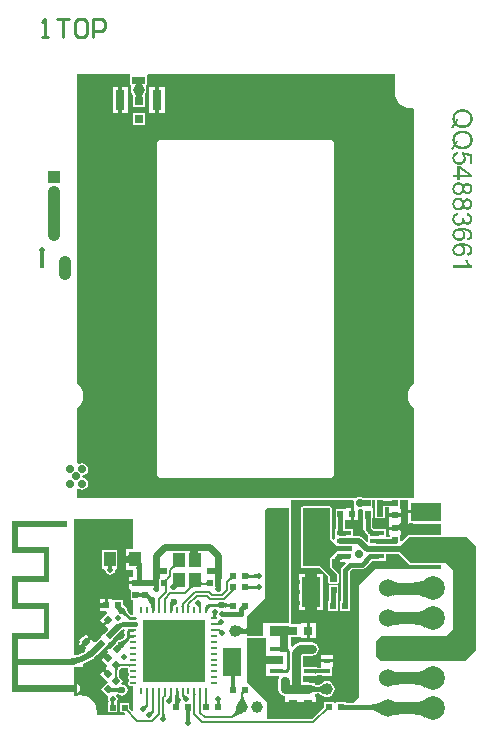
<source format=gtl>
G04*
G04 #@! TF.GenerationSoftware,Altium Limited,Altium Designer,20.0.1 (14)*
G04*
G04 Layer_Physical_Order=1*
G04 Layer_Color=255*
%FSLAX44Y44*%
%MOMM*%
G71*
G01*
G75*
%ADD10C,0.2540*%
%ADD11C,0.2500*%
%ADD20C,0.1800*%
%ADD21R,0.5000X0.4000*%
%ADD22R,1.0000X0.4500*%
%ADD23R,0.8890X0.8890*%
%ADD24O,0.2499X0.6000*%
%ADD25R,5.3000X5.3000*%
%ADD26O,0.6000X0.2499*%
%ADD27C,0.3000*%
%ADD28R,0.8000X1.7000*%
%ADD29R,0.7000X0.7000*%
%ADD30R,0.7620X0.7620*%
%ADD31R,0.7620X0.7620*%
%ADD32R,1.5240X2.5400*%
%ADD33R,2.5400X1.5240*%
%ADD34R,0.4500X1.0000*%
%ADD35P,0.7184X4X90.0*%
%ADD36R,1.0160X1.2700*%
%ADD37R,1.2000X0.4000*%
%ADD38R,1.7500X4.5000*%
%ADD39P,0.7184X4X180.0*%
%ADD40R,0.5080X0.5080*%
%ADD41R,0.5080X0.5080*%
%ADD42R,1.0000X1.2000*%
%ADD43C,1.0000*%
%ADD71C,0.5000*%
%ADD72C,0.4000*%
%ADD73C,0.8000*%
%ADD74C,0.3000*%
%ADD75C,1.0000*%
%ADD76C,0.7000*%
%ADD77C,0.6000*%
%ADD78R,1.9750X0.7000*%
%ADD79R,0.8000X2.1750*%
%ADD80R,1.3750X1.5000*%
%ADD81R,2.8121X0.9127*%
%ADD82R,1.0000X3.6000*%
%ADD83R,1.5500X2.4500*%
%ADD84C,0.5000*%
%ADD85C,2.0000*%
%ADD86C,1.5240*%
%ADD87R,1.0000X1.0000*%
%ADD88C,0.7000*%
%ADD89C,0.6000*%
G36*
X117499Y550389D02*
X114499D01*
Y536000D01*
X109501D01*
Y550389D01*
X106501D01*
Y556389D01*
X117499D01*
Y550389D01*
D02*
G37*
G36*
X328813Y543666D02*
X328813Y543666D01*
X328749D01*
X329226Y540045D01*
X330624Y536671D01*
X332847Y533774D01*
X335744Y531551D01*
X339118Y530153D01*
X342739Y529676D01*
X344045Y529848D01*
X345000Y529011D01*
Y296927D01*
X344004Y296162D01*
X341781Y293265D01*
X340383Y289891D01*
X339906Y286270D01*
X340383Y282649D01*
X341781Y279275D01*
X344004Y276378D01*
X345000Y275613D01*
Y200000D01*
X301549D01*
X301240Y200206D01*
X299250Y200602D01*
X297260Y200206D01*
X296951Y200000D01*
X60000D01*
Y207012D01*
X61270Y207690D01*
X62010Y207196D01*
X64000Y206800D01*
X65990Y207196D01*
X67677Y208323D01*
X68804Y210010D01*
X69200Y212000D01*
X68804Y213990D01*
X67677Y215677D01*
X65990Y216804D01*
X64039Y217192D01*
X64200Y218000D01*
X64039Y218808D01*
X65990Y219196D01*
X67677Y220323D01*
X68804Y222010D01*
X69200Y224000D01*
X68804Y225990D01*
X67677Y227677D01*
X65990Y228804D01*
X64000Y229200D01*
X62010Y228804D01*
X61270Y228310D01*
X60000Y228988D01*
Y275613D01*
X60996Y276378D01*
X63219Y279275D01*
X64617Y282649D01*
X65094Y286270D01*
X64617Y289891D01*
X63219Y293265D01*
X60996Y296162D01*
X60000Y296926D01*
Y558344D01*
X104435D01*
X105035Y557074D01*
X104994Y557013D01*
X104870Y556389D01*
Y550389D01*
X104994Y549765D01*
X105347Y549236D01*
X105884Y548687D01*
X105924Y547578D01*
X105570Y546723D01*
X105343Y545000D01*
X105570Y543277D01*
X106235Y541671D01*
X106900Y540805D01*
Y530900D01*
X117100D01*
Y540805D01*
X117765Y541671D01*
X118430Y543277D01*
X118657Y545000D01*
X118430Y546723D01*
X118076Y547578D01*
X118116Y548687D01*
X118653Y549236D01*
X119006Y549765D01*
X119130Y550389D01*
Y556389D01*
X119006Y557013D01*
X118966Y557074D01*
X119565Y558344D01*
X328813D01*
Y543666D01*
D02*
G37*
G36*
X32369Y408305D02*
X32291Y408121D01*
X32223Y407892D01*
X32164Y407617D01*
X32114Y407296D01*
X32041Y406516D01*
X32018Y405894D01*
X32065Y405421D01*
X32115Y405187D01*
X32180Y404990D01*
X32259Y404827D01*
X32352Y404701D01*
X32460Y404612D01*
X32583Y404557D01*
X32720Y404539D01*
X28280D01*
X28417Y404557D01*
X28540Y404612D01*
X28647Y404701D01*
X28741Y404827D01*
X28820Y404990D01*
X28885Y405187D01*
X28935Y405421D01*
X28971Y405691D01*
X28979Y405807D01*
X28886Y407296D01*
X28836Y407617D01*
X28777Y407892D01*
X28709Y408121D01*
X28631Y408305D01*
X28545Y408442D01*
X32455D01*
X32369Y408305D01*
D02*
G37*
G36*
X326893Y193017D02*
X326869Y193102D01*
X326797Y193178D01*
X326677Y193245D01*
X326509Y193303D01*
X326293Y193352D01*
X326029Y193393D01*
X325357Y193446D01*
X324493Y193464D01*
Y197464D01*
X324949Y197470D01*
X326029Y197556D01*
X326293Y197607D01*
X326509Y197670D01*
X326677Y197744D01*
X326797Y197830D01*
X326869Y197927D01*
X326893Y198036D01*
Y193017D01*
D02*
G37*
G36*
X301600Y198039D02*
X301880Y197906D01*
X302211Y197788D01*
X302590Y197685D01*
X303019Y197599D01*
X303036Y197597D01*
X303176Y197652D01*
X303296Y197728D01*
X303368Y197815D01*
X303392Y197912D01*
Y197552D01*
X304024Y197473D01*
X304601Y197434D01*
X305902Y197402D01*
Y193402D01*
X305227Y193395D01*
X303497Y193277D01*
X303392Y193261D01*
Y192893D01*
X303368Y192990D01*
X303296Y193076D01*
X303176Y193153D01*
X303035Y193208D01*
X303019Y193206D01*
X302211Y193017D01*
X301880Y192899D01*
X301600Y192765D01*
X301368Y192616D01*
Y193398D01*
X300992Y193402D01*
Y197402D01*
X301368Y197407D01*
Y198189D01*
X301600Y198039D01*
D02*
G37*
G36*
X318595Y197827D02*
X318667Y197751D01*
X318787Y197684D01*
X318955Y197625D01*
X319171Y197576D01*
X319435Y197536D01*
X320107Y197482D01*
X320971Y197464D01*
Y193464D01*
X320515Y193459D01*
X319435Y193373D01*
X319171Y193321D01*
X318955Y193258D01*
X318787Y193184D01*
X318667Y193099D01*
X318595Y193001D01*
X318571Y192893D01*
X318478Y192869D01*
X318395Y192797D01*
X318321Y192677D01*
X318257Y192509D01*
X318203Y192293D01*
X318159Y192029D01*
X318124Y191717D01*
X318088Y191012D01*
X318164Y189971D01*
X318212Y189707D01*
X318270Y189491D01*
X318339Y189323D01*
X318418Y189203D01*
X318507Y189131D01*
X318608Y189107D01*
X313589D01*
X313682Y189131D01*
X313766Y189203D01*
X313839Y189323D01*
X313903Y189491D01*
X313957Y189707D01*
X314001Y189971D01*
X314036Y190283D01*
X314072Y190988D01*
X313996Y192029D01*
X313948Y192293D01*
X313890Y192509D01*
X313821Y192677D01*
X313742Y192797D01*
X313653Y192869D01*
X313552Y192893D01*
X318571D01*
Y197912D01*
X318595Y197827D01*
D02*
G37*
G36*
X339760Y189802D02*
X355000D01*
Y186802D01*
X339760D01*
Y178142D01*
X368000D01*
Y168631D01*
X341000D01*
X340376Y168507D01*
X339846Y168153D01*
X339846Y168153D01*
X334673Y162980D01*
X333500Y163466D01*
Y167712D01*
X333500Y168042D01*
X334296Y168982D01*
X334440D01*
Y172562D01*
X329360D01*
X324280D01*
Y168982D01*
X324280D01*
X325049Y167971D01*
X325013Y167796D01*
X324277Y166921D01*
X321570D01*
Y173350D01*
X314325D01*
X313970Y173421D01*
X311641D01*
X311239Y173713D01*
X310974Y173937D01*
X309609Y175302D01*
Y182458D01*
X310078D01*
Y184084D01*
X310079Y184088D01*
X310078Y184093D01*
Y190738D01*
X310078D01*
X310078Y190738D01*
X310042Y191993D01*
Y198000D01*
X311922D01*
Y192897D01*
X311921Y192893D01*
X311922Y192889D01*
Y191993D01*
X311922Y191262D01*
X311922D01*
X311958Y190738D01*
X311958D01*
Y189111D01*
X311957Y189107D01*
X311958Y189103D01*
Y182458D01*
X320238D01*
Y189103D01*
X320239Y189107D01*
X320238Y189111D01*
Y190738D01*
X320755Y191794D01*
X323943D01*
X324034Y191597D01*
X324322Y190446D01*
X324322D01*
Y186866D01*
X329402D01*
X334482D01*
Y190446D01*
X334339D01*
X333542Y191386D01*
X333542Y191716D01*
Y198000D01*
X339760D01*
Y189802D01*
D02*
G37*
G36*
X308351Y184064D02*
X308264Y183992D01*
X308188Y183872D01*
X308122Y183704D01*
X308066Y183488D01*
X308020Y183224D01*
X307984Y182912D01*
X307943Y182144D01*
X307938Y181688D01*
X303938D01*
X303933Y182144D01*
X303857Y183224D01*
X303811Y183488D01*
X303755Y183704D01*
X303689Y183872D01*
X303612Y183992D01*
X303526Y184064D01*
X303429Y184088D01*
X308448D01*
X308351Y184064D01*
D02*
G37*
G36*
X285351D02*
X285264Y183992D01*
X285188Y183872D01*
X285122Y183704D01*
X285066Y183488D01*
X285020Y183224D01*
X284984Y182912D01*
X284943Y182144D01*
X284938Y181688D01*
X280938D01*
X280933Y182144D01*
X280857Y183224D01*
X280811Y183488D01*
X280755Y183704D01*
X280689Y183872D01*
X280612Y183992D01*
X280525Y184064D01*
X280429Y184088D01*
X285448D01*
X285351Y184064D01*
D02*
G37*
G36*
X284958Y173659D02*
X285018Y173247D01*
X285118Y172884D01*
X285258Y172568D01*
X285438Y172301D01*
X285658Y172082D01*
X285918Y171912D01*
X286218Y171789D01*
X286558Y171715D01*
X286938Y171689D01*
X280061Y171719D01*
X280227Y171744D01*
X280376Y171815D01*
X280508Y171936D01*
X280622Y172104D01*
X280719Y172320D01*
X280798Y172584D01*
X280859Y172896D01*
X280903Y173256D01*
X280929Y173664D01*
X280938Y174119D01*
X284938D01*
X284958Y173659D01*
D02*
G37*
G36*
X309694Y172883D02*
X310231Y172429D01*
X310745Y172055D01*
X311234Y171762D01*
X311699Y171549D01*
X312139Y171417D01*
X312555Y171364D01*
X312947Y171392D01*
X313314Y171500D01*
X313657Y171689D01*
X308001Y167780D01*
X307983Y168008D01*
X307933Y168248D01*
X307848Y168500D01*
X307729Y168763D01*
X307576Y169038D01*
X307390Y169324D01*
X307169Y169623D01*
X306626Y170255D01*
X306304Y170588D01*
X309132Y173417D01*
X309694Y172883D01*
D02*
G37*
G36*
X294314Y196730D02*
X294050Y195402D01*
X294446Y193412D01*
X294756Y192948D01*
X294598Y192652D01*
Y186598D01*
Y181518D01*
X298178D01*
Y189415D01*
X299160Y190220D01*
X299250Y190202D01*
X300528Y190457D01*
X301760Y189587D01*
X301798Y189513D01*
Y184093D01*
X301797Y184088D01*
X301798Y184084D01*
Y182458D01*
X302268D01*
Y173782D01*
X302547Y172377D01*
X303343Y171186D01*
X305700Y168829D01*
X305893Y168605D01*
X306049Y168394D01*
X306178Y168195D01*
X306270Y168030D01*
X306328Y167902D01*
X306357Y167817D01*
X306365Y167777D01*
X306370Y167708D01*
Y163242D01*
X305197Y162756D01*
X301747Y166206D01*
X300391Y167112D01*
X298791Y167430D01*
X293630D01*
Y173350D01*
X286717D01*
X286704Y173353D01*
X286694Y173357D01*
X286691Y173361D01*
X286659Y173434D01*
X286618Y173583D01*
X286609Y173646D01*
Y181191D01*
X286839Y181298D01*
X288018Y181518D01*
Y181518D01*
X291598D01*
Y186598D01*
Y191678D01*
X288018D01*
Y191534D01*
X287078Y190738D01*
X278798D01*
Y184093D01*
X278797Y184088D01*
X278798Y184084D01*
Y182458D01*
X279268D01*
Y173350D01*
X278430D01*
Y171731D01*
X278429Y171727D01*
X278430Y171722D01*
Y164913D01*
X278388Y164850D01*
X278366Y164737D01*
X276987Y164319D01*
X275631Y165676D01*
X275631Y191000D01*
X275507Y191624D01*
X275154Y192153D01*
X274624Y192507D01*
X274000Y192631D01*
X251000Y192631D01*
X250376Y192507D01*
X249846Y192153D01*
X249493Y191624D01*
X249369Y191000D01*
X249369Y142000D01*
X249493Y141376D01*
X249846Y140846D01*
X250376Y140493D01*
X251000Y140369D01*
X265324Y140369D01*
X272369Y133324D01*
X272369Y129000D01*
X272493Y128376D01*
X272846Y127846D01*
X273376Y127493D01*
X274000Y127369D01*
X280000D01*
X280624Y127493D01*
X281154Y127846D01*
X281507Y128376D01*
X281631Y129000D01*
X281631Y135000D01*
X281631Y135000D01*
X281507Y135624D01*
X281208Y136071D01*
Y136238D01*
X281069D01*
X275631Y141676D01*
X275631Y148035D01*
X276220Y148498D01*
X277490Y147906D01*
Y146491D01*
X277544Y146571D01*
X277651Y146759D01*
X277743Y146952D01*
X277822Y147151D01*
X277886Y147354D01*
X277936Y147563D01*
X277971Y147777D01*
X277993Y147996D01*
X278000Y148220D01*
X280000D01*
X278586Y149634D01*
X278866Y149925D01*
X279338Y150486D01*
X279530Y150756D01*
X279692Y151018D01*
X279825Y151273D01*
X279928Y151520D01*
X280002Y151761D01*
X280046Y151994D01*
X280061Y152219D01*
X291999Y148280D01*
X290254Y148266D01*
X284798Y147912D01*
X283816Y147750D01*
X282986Y147558D01*
X282309Y147337D01*
X282145Y147258D01*
X282178Y147151D01*
X282257Y146952D01*
X282349Y146759D01*
X282456Y146571D01*
X282578Y146389D01*
X282713Y146211D01*
X277490D01*
Y145710D01*
X286723D01*
X287249Y144440D01*
X284466Y141657D01*
X283671Y140466D01*
X283391Y139062D01*
Y112542D01*
X282922D01*
Y110916D01*
X282921Y110912D01*
X282922Y110908D01*
Y104262D01*
X291202D01*
Y110908D01*
X291203Y110912D01*
X291202Y110916D01*
Y112542D01*
X290732D01*
Y137541D01*
X292520Y139330D01*
X301000D01*
X302405Y139609D01*
X303595Y140405D01*
X309770Y146580D01*
X313970D01*
X314325Y146650D01*
X321570D01*
Y152369D01*
X332324Y152369D01*
X340846Y143847D01*
X340846Y143846D01*
X341376Y143493D01*
X342000Y143369D01*
X342000Y143369D01*
X368000D01*
Y140000D01*
X313000Y140000D01*
X299000Y126000D01*
X299000Y103500D01*
X299000D01*
X299000Y31250D01*
X294045Y26542D01*
X287202D01*
Y27042D01*
X285576D01*
X285571Y27043D01*
X285567Y27042D01*
X278922D01*
Y26542D01*
X277042D01*
Y27042D01*
X268762D01*
Y22367D01*
X258944Y12549D01*
X221000D01*
Y26750D01*
X204000Y43750D01*
X204000Y81000D01*
X220000D01*
X220000Y50000D01*
X221112Y48889D01*
X222150Y49150D01*
Y49150D01*
X230511D01*
X231189Y47880D01*
X230725Y47185D01*
X230290Y45000D01*
Y38000D01*
X230290Y38000D01*
X230725Y35815D01*
X231963Y33963D01*
X233815Y32725D01*
X235621Y32366D01*
X236131Y31399D01*
X236171Y31128D01*
X236171Y31020D01*
Y26473D01*
X242521D01*
Y23473D01*
X236171D01*
Y18623D01*
X248162D01*
X248871Y18623D01*
X250130Y18649D01*
X262121D01*
Y23499D01*
X255771D01*
Y26499D01*
X262121D01*
Y31349D01*
X261253D01*
X261181Y32589D01*
X261181Y32619D01*
Y34054D01*
X264638Y34283D01*
X264660Y34276D01*
X264907Y34180D01*
X265201Y34043D01*
X265510Y33878D01*
X266790Y33050D01*
X267260Y32703D01*
X267391Y32641D01*
X267922Y32234D01*
X269527Y31569D01*
X271250Y31342D01*
X272973Y31569D01*
X274578Y32234D01*
X275957Y33292D01*
X277015Y34671D01*
X277680Y36277D01*
X277907Y37999D01*
X277680Y39722D01*
X277015Y41328D01*
X275957Y42706D01*
X274578Y43765D01*
X272973Y44429D01*
X271250Y44656D01*
X269527Y44429D01*
X267922Y43765D01*
X267400Y43365D01*
X267278Y43309D01*
X266326Y42626D01*
X265523Y42127D01*
X265202Y41956D01*
X264907Y41818D01*
X264660Y41722D01*
X264523Y41682D01*
X262212Y41761D01*
X261181Y41860D01*
Y43409D01*
X259555D01*
X259551Y43410D01*
X259546Y43409D01*
X257278D01*
X255771Y43709D01*
X255640Y43683D01*
X251210D01*
Y49150D01*
X261715D01*
X261719Y49149D01*
X261724Y49150D01*
X263350D01*
Y49840D01*
X267649D01*
Y49401D01*
X269275D01*
X269280Y49400D01*
X269284Y49401D01*
X275849D01*
Y56190D01*
X275849Y56601D01*
X276763Y57460D01*
X276790D01*
Y60500D01*
X271750D01*
X266710D01*
Y57460D01*
X266710D01*
X266336Y56345D01*
X266263Y56161D01*
X263350D01*
Y56850D01*
X261724D01*
X261719Y56851D01*
X261715Y56850D01*
X251210D01*
Y66268D01*
X251232Y66290D01*
X258750D01*
X260935Y66725D01*
X262787Y67963D01*
X262787D01*
X262913Y68150D01*
X263350D01*
Y68805D01*
X264025Y69815D01*
X264460Y72000D01*
X264025Y74185D01*
X263350Y75195D01*
Y75850D01*
X262913D01*
X262787Y76037D01*
X260935Y77275D01*
X258750Y77710D01*
X248867D01*
X246682Y77275D01*
X244830Y76037D01*
X242401Y73609D01*
X241131Y74135D01*
Y82091D01*
X248131D01*
X248161Y82091D01*
X249401Y82018D01*
Y81151D01*
X254251D01*
Y87501D01*
Y93851D01*
X249401D01*
Y92983D01*
X248161Y92911D01*
X248131Y92911D01*
X241858D01*
X240881Y94000D01*
Y103500D01*
X241000D01*
X241000Y198000D01*
X293441D01*
X294314Y196730D01*
D02*
G37*
G36*
X326850Y161392D02*
X326826Y161365D01*
X326754Y161341D01*
X326634Y161320D01*
X326466Y161301D01*
X325674Y161263D01*
X324450Y161250D01*
Y165250D01*
X324906Y165262D01*
X325314Y165296D01*
X325674Y165354D01*
X325986Y165436D01*
X326250Y165540D01*
X326466Y165668D01*
X326634Y165819D01*
X326754Y165993D01*
X326826Y166191D01*
X326850Y166411D01*
Y161392D01*
D02*
G37*
G36*
X398000Y158770D02*
Y71000D01*
X389000Y62000D01*
X317000Y62000D01*
X313000Y66000D01*
X313000Y79000D01*
X317000Y83000D01*
X372000Y83000D01*
X378000Y89000D01*
X378000Y139000D01*
X372000Y145000D01*
X342000D01*
X333000Y154000D01*
X307379Y154000D01*
X307379Y159500D01*
X333500Y159500D01*
X341000Y167000D01*
X389770D01*
X398000Y158770D01*
D02*
G37*
G36*
X162025Y155835D02*
X162099Y155223D01*
X162222Y154683D01*
X162395Y154215D01*
X162617Y153819D01*
X162889Y153495D01*
X163210Y153243D01*
X163580Y153062D01*
X164000Y152955D01*
X164469Y152919D01*
X154530D01*
X154810Y152955D01*
X155059Y153062D01*
X155280Y153243D01*
X155471Y153495D01*
X155633Y153819D01*
X155765Y154215D01*
X155868Y154683D01*
X155941Y155223D01*
X155985Y155835D01*
X156000Y156518D01*
X162000D01*
X162025Y155835D01*
D02*
G37*
G36*
X107250Y182271D02*
X107250Y156890D01*
X101380D01*
Y150517D01*
X101566Y150525D01*
X102073Y150600D01*
X102520Y150725D01*
X102908Y150900D01*
X103236Y151125D01*
X103504Y151400D01*
X103713Y151725D01*
X103862Y152100D01*
X103951Y152525D01*
X103981Y153000D01*
Y143000D01*
X103951Y143475D01*
X103862Y143900D01*
X103713Y144275D01*
X103504Y144600D01*
X103236Y144875D01*
X102908Y145100D01*
X102520Y145275D01*
X102073Y145400D01*
X101566Y145475D01*
X101380Y145483D01*
Y139110D01*
X107250D01*
Y133142D01*
X104268D01*
Y129562D01*
X109348D01*
Y126562D01*
X104268D01*
Y122982D01*
X104411D01*
X105208Y122042D01*
Y113762D01*
X107250D01*
Y100906D01*
X105631D01*
X103960Y102578D01*
X103437Y103191D01*
X103203Y103511D01*
X102999Y103825D01*
X102836Y104116D01*
X102711Y104382D01*
X102621Y104622D01*
X102564Y104833D01*
X102518Y105106D01*
X102475Y105220D01*
X102261Y106295D01*
X101244Y107816D01*
X99723Y108833D01*
X98952Y108986D01*
Y113042D01*
X91002D01*
X90672Y113042D01*
X89732Y113839D01*
Y113982D01*
X86152D01*
Y108902D01*
X83152D01*
Y113982D01*
X79572D01*
Y103822D01*
X84519D01*
X85005Y102649D01*
X78995Y96639D01*
X81527Y94108D01*
X85119Y97700D01*
X87240Y95579D01*
X83648Y91987D01*
X85901Y89733D01*
X86136Y89499D01*
X86172Y89038D01*
X86158Y88194D01*
X84605Y86641D01*
X84434Y86526D01*
X84319Y86355D01*
X82313Y84349D01*
X81395Y83500D01*
X81395D01*
X81395Y83500D01*
X80066Y82171D01*
X80100Y82136D01*
X77421Y79457D01*
X77249Y79342D01*
X77249Y79342D01*
X75608Y77701D01*
X74364Y77639D01*
X74057Y77946D01*
X71832Y80171D01*
X68240Y76579D01*
X64648Y72987D01*
X66556Y71079D01*
X66414Y69502D01*
X64370Y68250D01*
X60901Y66813D01*
X57000D01*
Y182271D01*
X107250Y182271D01*
D02*
G37*
G36*
X144076Y140979D02*
X143941Y141086D01*
X143791Y141153D01*
X143625Y141178D01*
X143445Y141163D01*
X143249Y141107D01*
X143037Y141010D01*
X142811Y140873D01*
X142569Y140694D01*
X142312Y140476D01*
X142039Y140216D01*
X140767Y141489D01*
X141026Y141761D01*
X141245Y142018D01*
X141424Y142260D01*
X141561Y142486D01*
X141658Y142698D01*
X141714Y142894D01*
X141729Y143075D01*
X141704Y143240D01*
X141637Y143390D01*
X141530Y143525D01*
X144076Y140979D01*
D02*
G37*
G36*
X114051Y141657D02*
X114055Y141297D01*
X114058Y139281D01*
X110058D01*
X110038Y139736D01*
X109978Y140145D01*
X109878Y140505D01*
X109738Y140816D01*
X109558Y141081D01*
X109338Y141297D01*
X109078Y141465D01*
X108778Y141585D01*
X108438Y141657D01*
X108058Y141680D01*
X114050D01*
X114051Y141657D01*
D02*
G37*
G36*
X130893Y135589D02*
X130863Y135590D01*
X130143Y135596D01*
X127893Y135598D01*
Y140598D01*
X130893Y140608D01*
Y135589D01*
D02*
G37*
G36*
X175137Y140569D02*
X175857Y140564D01*
X178107Y140562D01*
Y135562D01*
X175107Y135552D01*
Y140571D01*
X175137Y140569D01*
D02*
G37*
G36*
X212551Y131962D02*
X212398Y132052D01*
X212201Y132131D01*
X211960Y132201D01*
X211675Y132262D01*
X211347Y132314D01*
X210561Y132389D01*
X209599Y132427D01*
X209053Y132431D01*
X208696Y134971D01*
X209207Y134980D01*
X210130Y135052D01*
X210543Y135115D01*
X210924Y135195D01*
X211272Y135294D01*
X211587Y135411D01*
X211870Y135545D01*
X212121Y135698D01*
X212338Y135868D01*
X212551Y131962D01*
D02*
G37*
G36*
X204587Y135733D02*
X204632Y135573D01*
X204708Y135432D01*
X204815Y135310D01*
X204952Y135206D01*
X205120Y135122D01*
X205318Y135056D01*
X205547Y135009D01*
X205806Y134981D01*
X206095Y134971D01*
Y132431D01*
X205801Y132418D01*
X205538Y132380D01*
X205306Y132317D01*
X205104Y132228D01*
X204933Y132114D01*
X204793Y131974D01*
X204684Y131809D01*
X204606Y131618D01*
X204558Y131403D01*
X204541Y131161D01*
X204571Y135912D01*
X204587Y135733D01*
D02*
G37*
G36*
X191938Y130923D02*
X191806Y131027D01*
X191658Y131090D01*
X191494Y131113D01*
X191314Y131094D01*
X191118Y131035D01*
X190907Y130936D01*
X190679Y130795D01*
X190436Y130614D01*
X190177Y130392D01*
X189901Y130129D01*
X188629Y131402D01*
X188891Y131677D01*
X189113Y131936D01*
X189294Y132180D01*
X189435Y132407D01*
X189535Y132619D01*
X189594Y132814D01*
X189612Y132994D01*
X189590Y133158D01*
X189527Y133306D01*
X189423Y133438D01*
X191938Y130923D01*
D02*
G37*
G36*
X136676Y130403D02*
X136392Y130107D01*
X135962Y129577D01*
X135814Y129342D01*
X135712Y129129D01*
X135655Y128935D01*
X135644Y128762D01*
X135678Y128610D01*
X135757Y128478D01*
X135881Y128366D01*
X132902Y130417D01*
X133055Y130334D01*
X133219Y130287D01*
X133394Y130276D01*
X133581Y130301D01*
X133779Y130363D01*
X133989Y130460D01*
X134209Y130594D01*
X134441Y130763D01*
X134684Y130969D01*
X134939Y131211D01*
X136676Y130403D01*
D02*
G37*
G36*
X125862Y131200D02*
X129400D01*
X129324Y131073D01*
X129256Y130904D01*
X129196Y130694D01*
X129144Y130442D01*
X129100Y130149D01*
X129036Y129438D01*
X129004Y128562D01*
X129000Y128062D01*
X125000Y124062D01*
X124960Y124442D01*
X124840Y124782D01*
X124640Y125082D01*
X124360Y125342D01*
X124000Y125562D01*
X123560Y125742D01*
X123040Y125882D01*
X122440Y125982D01*
X121907Y126029D01*
X121221Y125980D01*
X120957Y125934D01*
X120741Y125878D01*
X120573Y125812D01*
X120453Y125736D01*
X120381Y125649D01*
X120357Y125552D01*
Y130571D01*
X120381Y130475D01*
X120453Y130388D01*
X120573Y130311D01*
X120741Y130245D01*
X120957Y130189D01*
X121221Y130143D01*
X121533Y130108D01*
X121858Y130090D01*
X122440Y130142D01*
X123040Y130242D01*
X123560Y130382D01*
X124000Y130562D01*
X124360Y130782D01*
X124640Y131042D01*
X124669Y131085D01*
X124600Y131200D01*
X124745D01*
X124840Y131342D01*
X124960Y131682D01*
X125000Y132062D01*
X125862Y131200D01*
D02*
G37*
G36*
X115338Y125552D02*
X115314Y125649D01*
X115242Y125736D01*
X115122Y125812D01*
X114954Y125878D01*
X114738Y125934D01*
X114474Y125980D01*
X114162Y126016D01*
X113627Y126044D01*
X112721Y125980D01*
X112457Y125934D01*
X112241Y125878D01*
X112073Y125812D01*
X111953Y125736D01*
X111881Y125649D01*
X111857Y125552D01*
Y130571D01*
X111881Y130475D01*
X111953Y130388D01*
X112073Y130311D01*
X112241Y130245D01*
X112457Y130189D01*
X112721Y130143D01*
X113033Y130108D01*
X113568Y130079D01*
X114474Y130143D01*
X114738Y130189D01*
X114954Y130245D01*
X115122Y130311D01*
X115242Y130388D01*
X115314Y130475D01*
X115338Y130571D01*
Y125552D01*
D02*
G37*
G36*
X274000Y191000D02*
X274000Y165000D01*
X280000Y159000D01*
X293000D01*
X293000Y155000D01*
X280000Y155000D01*
X274000Y149000D01*
X274000Y141000D01*
X280000Y135000D01*
X280000Y129000D01*
X274000D01*
X274000Y134000D01*
X266000Y142000D01*
X251000Y142000D01*
X251000Y191000D01*
X274000Y191000D01*
D02*
G37*
G36*
X170088Y125551D02*
X170077Y125722D01*
X170045Y125875D01*
X169991Y126010D01*
X169915Y126127D01*
X169818Y126226D01*
X169699Y126307D01*
X169559Y126370D01*
X169397Y126415D01*
X169213Y126442D01*
X169008Y126451D01*
Y128251D01*
X169213Y128260D01*
X169397Y128287D01*
X169559Y128332D01*
X169699Y128395D01*
X169818Y128476D01*
X169915Y128575D01*
X169991Y128692D01*
X170045Y128827D01*
X170077Y128980D01*
X170088Y129151D01*
Y125551D01*
D02*
G37*
G36*
X164450Y128980D02*
X164483Y128827D01*
X164539Y128692D01*
X164617Y128575D01*
X164717Y128476D01*
X164839Y128395D01*
X164983Y128332D01*
X165150Y128287D01*
X165338Y128260D01*
X165550Y128251D01*
Y126451D01*
X165338Y126442D01*
X165150Y126415D01*
X164983Y126370D01*
X164839Y126307D01*
X164717Y126226D01*
X164617Y126127D01*
X164539Y126010D01*
X164483Y125875D01*
X164450Y125722D01*
X164439Y125551D01*
Y129151D01*
X164450Y128980D01*
D02*
G37*
G36*
X181099Y130797D02*
X181078Y130596D01*
X181044Y129843D01*
X181000Y124764D01*
X177000D01*
X176877Y130880D01*
X181123D01*
X181099Y130797D01*
D02*
G37*
G36*
X135912Y125429D02*
X135910Y125418D01*
X135908Y125386D01*
X135900Y124554D01*
X135900Y124349D01*
X134100D01*
X134091Y124558D01*
X134064Y124745D01*
X134019Y124911D01*
X133956Y125055D01*
X133875Y125176D01*
X133776Y125277D01*
X133659Y125355D01*
X133524Y125412D01*
X133371Y125446D01*
X133200Y125459D01*
X135912Y125429D01*
D02*
G37*
G36*
X158279Y124000D02*
X158043Y123975D01*
X157816Y123934D01*
X157598Y123878D01*
X157390Y123807D01*
X157191Y123720D01*
X157001Y123617D01*
X156821Y123499D01*
X156650Y123365D01*
X156489Y123216D01*
X153943D01*
X154055Y123329D01*
X154384Y123700D01*
X154436Y123773D01*
X154478Y123837D01*
X154507Y123893D01*
X154525Y123940D01*
X154530Y123980D01*
X158525Y124010D01*
X158279Y124000D01*
D02*
G37*
G36*
X141530Y123980D02*
X141961Y123968D01*
X142321Y123931D01*
X142610Y123871D01*
X142828Y123787D01*
X142976Y123679D01*
X143053Y123547D01*
X143060Y123390D01*
X142996Y123210D01*
X142862Y123006D01*
X142656Y122777D01*
X139833Y125611D01*
X140156Y125962D01*
X140444Y126335D01*
X140699Y126731D01*
X140920Y127149D01*
X141106Y127591D01*
X141259Y128055D01*
X141378Y128541D01*
X141462Y129050D01*
X141514Y129582D01*
X141530Y130136D01*
Y123980D01*
D02*
G37*
G36*
X212372Y122103D02*
X212162Y122260D01*
X211918Y122401D01*
X211640Y122525D01*
X211327Y122633D01*
X210981Y122724D01*
X210601Y122799D01*
X210187Y122857D01*
X209256Y122923D01*
X208740Y122931D01*
X208979Y125471D01*
X209519Y125477D01*
X211265Y125606D01*
X211598Y125666D01*
X211889Y125736D01*
X212139Y125817D01*
X212348Y125908D01*
X212515Y126011D01*
X212372Y122103D01*
D02*
G37*
G36*
X204558Y126500D02*
X204606Y126284D01*
X204684Y126094D01*
X204793Y125928D01*
X204933Y125789D01*
X205104Y125674D01*
X205306Y125585D01*
X205538Y125522D01*
X205801Y125484D01*
X206095Y125471D01*
Y122931D01*
X205806Y122921D01*
X205547Y122890D01*
X205318Y122838D01*
X205120Y122765D01*
X204952Y122672D01*
X204815Y122557D01*
X204708Y122422D01*
X204632Y122267D01*
X204587Y122090D01*
X204571Y121893D01*
X204541Y126741D01*
X204558Y126500D01*
D02*
G37*
G36*
X193937Y121908D02*
X193681Y121863D01*
X193423Y121791D01*
X193161Y121691D01*
X192895Y121562D01*
X192626Y121404D01*
X192354Y121219D01*
X192078Y121005D01*
X191798Y120763D01*
X191516Y120493D01*
X189606Y121129D01*
X189742Y121274D01*
X189842Y121404D01*
X189908Y121519D01*
X189939Y121618D01*
X189935Y121702D01*
X189896Y121771D01*
X189822Y121824D01*
X189714Y121862D01*
X189570Y121885D01*
X189392Y121893D01*
X194188Y121923D01*
X193937Y121908D01*
D02*
G37*
G36*
X115338Y115392D02*
X115320Y115584D01*
X115266Y115756D01*
X115176Y115907D01*
X115050Y116038D01*
X114888Y116149D01*
X114690Y116240D01*
X114456Y116311D01*
X114186Y116361D01*
X113880Y116392D01*
X113598Y116400D01*
X113315Y116392D01*
X113009Y116361D01*
X112739Y116311D01*
X112505Y116240D01*
X112307Y116149D01*
X112145Y116038D01*
X112019Y115907D01*
X111929Y115756D01*
X111875Y115584D01*
X111857Y115392D01*
Y120411D01*
X111875Y120219D01*
X111929Y120048D01*
X112019Y119896D01*
X112145Y119765D01*
X112307Y119654D01*
X112505Y119563D01*
X112739Y119493D01*
X113009Y119442D01*
X113315Y119412D01*
X113598Y119403D01*
X113880Y119412D01*
X114186Y119442D01*
X114456Y119493D01*
X114690Y119563D01*
X114888Y119654D01*
X115050Y119765D01*
X115176Y119896D01*
X115266Y120048D01*
X115320Y120219D01*
X115338Y120411D01*
Y115392D01*
D02*
G37*
G36*
X328189Y128921D02*
X328691Y128728D01*
X329343Y128557D01*
X330144Y128410D01*
X332197Y128182D01*
X334850Y128046D01*
X338102Y128000D01*
X337667Y118000D01*
X335947Y117992D01*
X328383Y117501D01*
X327941Y117369D01*
X327660Y117221D01*
X327837Y129137D01*
X328189Y128921D01*
D02*
G37*
G36*
X354857Y115359D02*
X354103Y115861D01*
X353197Y116310D01*
X352139Y116706D01*
X350930Y117049D01*
X349569Y117340D01*
X348056Y117577D01*
X344576Y117894D01*
X340489Y118000D01*
X340200Y128000D01*
X342289Y128030D01*
X347702Y128480D01*
X349221Y128750D01*
X350598Y129080D01*
X351832Y129469D01*
X352923Y129919D01*
X353872Y130429D01*
X354679Y130999D01*
X354857Y115359D01*
D02*
G37*
G36*
X120185Y120130D02*
X120104Y119856D01*
X120083Y119563D01*
X120123Y119251D01*
X120223Y118921D01*
X120384Y118572D01*
X120604Y118205D01*
X120886Y117819D01*
X120992Y117694D01*
X121872Y116941D01*
X122248Y116673D01*
X122604Y116448D01*
X122941Y116267D01*
X123259Y116128D01*
X123557Y116033D01*
X123837Y115981D01*
X120519Y112663D01*
X120467Y112943D01*
X120372Y113241D01*
X120233Y113559D01*
X120052Y113896D01*
X119827Y114252D01*
X119559Y114628D01*
X119237Y115019D01*
X118889Y115301D01*
X118499Y115545D01*
X118143Y115713D01*
X117821Y115805D01*
X117531Y115823D01*
X117276Y115765D01*
X117054Y115631D01*
X116865Y115423D01*
X120327Y120386D01*
X120185Y120130D01*
D02*
G37*
G36*
X289067Y112856D02*
X289143Y111776D01*
X289189Y111512D01*
X289245Y111296D01*
X289312Y111128D01*
X289388Y111008D01*
X289475Y110936D01*
X289571Y110912D01*
X284552D01*
X284649Y110936D01*
X284736Y111008D01*
X284812Y111128D01*
X284878Y111296D01*
X284934Y111512D01*
X284980Y111776D01*
X285016Y112088D01*
X285057Y112856D01*
X285062Y113312D01*
X289062D01*
X289067Y112856D01*
D02*
G37*
G36*
X142353Y109021D02*
X142017Y108977D01*
X141164Y108815D01*
X140931Y108750D01*
X140723Y108681D01*
X140541Y108606D01*
X140384Y108527D01*
X140253Y108442D01*
X140148Y108352D01*
X138352Y110148D01*
X138442Y110253D01*
X138527Y110384D01*
X138606Y110541D01*
X138681Y110723D01*
X138750Y110931D01*
X138815Y111164D01*
X138928Y111707D01*
X139021Y112353D01*
X142353Y109021D01*
D02*
G37*
G36*
X164747Y110320D02*
X164795Y108900D01*
X164820Y108779D01*
X164851Y108691D01*
X164886Y108636D01*
X163614Y107364D01*
X163494Y107472D01*
X163355Y107579D01*
X163197Y107684D01*
X163020Y107786D01*
X162608Y107985D01*
X162373Y108081D01*
X161553Y108357D01*
X164757Y110673D01*
X164747Y110320D01*
D02*
G37*
G36*
X155153Y108469D02*
X155190Y107927D01*
X155213Y107775D01*
X155272Y107513D01*
X155310Y107403D01*
X155352Y107308D01*
X155399Y107226D01*
X153102D01*
X153149Y107308D01*
X153192Y107403D01*
X153229Y107513D01*
X153261Y107637D01*
X153289Y107775D01*
X153328Y108094D01*
X153341Y108274D01*
X153351Y108678D01*
X155151D01*
X155153Y108469D01*
D02*
G37*
G36*
X150153D02*
X150190Y107927D01*
X150212Y107775D01*
X150272Y107513D01*
X150309Y107403D01*
X150351Y107308D01*
X150399Y107226D01*
X148102D01*
X148149Y107308D01*
X148191Y107403D01*
X148228Y107513D01*
X148260Y107637D01*
X148288Y107775D01*
X148328Y108094D01*
X148340Y108274D01*
X148350Y108678D01*
X150150D01*
X150153Y108469D01*
D02*
G37*
G36*
X135153D02*
X135190Y107927D01*
X135212Y107775D01*
X135272Y107513D01*
X135309Y107403D01*
X135351Y107308D01*
X135399Y107226D01*
X133102D01*
X133149Y107308D01*
X133191Y107403D01*
X133228Y107513D01*
X133260Y107637D01*
X133288Y107775D01*
X133328Y108094D01*
X133340Y108274D01*
X133350Y108678D01*
X135150D01*
X135153Y108469D01*
D02*
G37*
G36*
X130153D02*
X130190Y107927D01*
X130212Y107775D01*
X130272Y107513D01*
X130309Y107403D01*
X130351Y107308D01*
X130399Y107226D01*
X128102D01*
X128149Y107308D01*
X128191Y107403D01*
X128228Y107513D01*
X128261Y107637D01*
X128288Y107775D01*
X128328Y108094D01*
X128340Y108274D01*
X128350Y108678D01*
X130150D01*
X130153Y108469D01*
D02*
G37*
G36*
X181130Y106654D02*
X180843Y106858D01*
X180520Y107041D01*
X180163Y107203D01*
X179771Y107343D01*
X179343Y107461D01*
X178881Y107558D01*
X178384Y107633D01*
X177284Y107719D01*
X176682Y107730D01*
Y110270D01*
X177284Y110281D01*
X178384Y110367D01*
X178881Y110442D01*
X179343Y110539D01*
X179771Y110657D01*
X180163Y110797D01*
X180520Y110959D01*
X180843Y111142D01*
X181130Y111346D01*
Y106654D01*
D02*
G37*
G36*
X185157Y111142D02*
X185480Y110959D01*
X185837Y110797D01*
X186229Y110657D01*
X186657Y110539D01*
X187119Y110442D01*
X187616Y110367D01*
X188441Y110302D01*
X188453Y110303D01*
X188682Y110345D01*
X188880Y110404D01*
X189048Y110479D01*
X189185Y110571D01*
X189291Y110680D01*
X189368Y110806D01*
X189414Y110948D01*
X189429Y111107D01*
X189459Y106460D01*
X189442Y106701D01*
X189394Y106917D01*
X189316Y107108D01*
X189207Y107273D01*
X189066Y107413D01*
X188896Y107527D01*
X188694Y107616D01*
X188462Y107679D01*
X188371Y107692D01*
X187616Y107633D01*
X187119Y107558D01*
X186657Y107461D01*
X186229Y107343D01*
X185837Y107203D01*
X185480Y107041D01*
X185157Y106858D01*
X184870Y106654D01*
Y111346D01*
X185157Y111142D01*
D02*
G37*
G36*
X125943Y111215D02*
X125850Y110964D01*
X125768Y110663D01*
X125697Y110313D01*
X125588Y109462D01*
X125522Y108413D01*
X125500Y107164D01*
X123000Y106442D01*
X122984Y106994D01*
X122935Y107521D01*
X122854Y108025D01*
X122741Y108504D01*
X122595Y108960D01*
X122417Y109391D01*
X122206Y109799D01*
X121963Y110182D01*
X121688Y110542D01*
X121380Y110877D01*
X126047Y111416D01*
X125943Y111215D01*
D02*
G37*
G36*
X82142Y106393D02*
X82118Y106490D01*
X82046Y106576D01*
X81926Y106653D01*
X81758Y106719D01*
X81542Y106775D01*
X81278Y106821D01*
X80966Y106856D01*
X80198Y106897D01*
X79742Y106902D01*
Y110902D01*
X80198Y110907D01*
X81278Y110984D01*
X81542Y111030D01*
X81758Y111086D01*
X81926Y111152D01*
X82046Y111228D01*
X82118Y111315D01*
X82142Y111412D01*
Y106393D01*
D02*
G37*
G36*
X171571Y107275D02*
X171257Y106943D01*
X170989Y106622D01*
X170765Y106309D01*
X170586Y106007D01*
X170453Y105715D01*
X170365Y105433D01*
X170322Y105160D01*
X170324Y104897D01*
X170371Y104644D01*
X170463Y104401D01*
X168775Y107899D01*
X168752Y107908D01*
X168768Y107953D01*
X168823Y108034D01*
X168918Y108151D01*
X169437Y108717D01*
X170309Y109605D01*
X171571Y107275D01*
D02*
G37*
G36*
X204608Y106088D02*
X204174Y106071D01*
X203751Y106020D01*
X203338Y105935D01*
X202934Y105817D01*
X202540Y105664D01*
X202157Y105477D01*
X201783Y105257D01*
X201419Y105002D01*
X201064Y104713D01*
X200720Y104391D01*
X197892Y107219D01*
X198214Y107564D01*
X198503Y107918D01*
X198757Y108282D01*
X198978Y108656D01*
X199164Y109040D01*
X199317Y109434D01*
X199436Y109837D01*
X199521Y110251D01*
X199572Y110674D01*
X199589Y111107D01*
X204608Y106088D01*
D02*
G37*
G36*
X95743Y107472D02*
X95824Y107451D01*
X95940Y107435D01*
X96089Y107425D01*
X96489Y107423D01*
X97343Y107465D01*
X97696Y107491D01*
X96950Y106393D01*
X97321D01*
X97233Y106382D01*
X97177Y106350D01*
X97152Y106297D01*
X97159Y106223D01*
X97198Y106128D01*
X97268Y106011D01*
X97369Y105873D01*
X97502Y105714D01*
X97864Y105332D01*
X95751Y104628D01*
X95062Y103613D01*
X94971Y103891D01*
X94669Y104637D01*
X94558Y104856D01*
X94321Y105251D01*
X94309Y105267D01*
X93813Y105693D01*
X93512Y105907D01*
X93231Y106082D01*
X92970Y106218D01*
X92727Y106315D01*
X92505Y106373D01*
X92302Y106393D01*
X94588D01*
X95696Y107500D01*
X95743Y107472D01*
D02*
G37*
G36*
X178266Y101427D02*
X178084Y101124D01*
X177924Y100802D01*
X177785Y100460D01*
X177667Y100099D01*
X177571Y99718D01*
X177545Y99579D01*
X177624Y99453D01*
X177722Y99348D01*
X177838Y99265D01*
X177972Y99205D01*
X178124Y99168D01*
X178294Y99154D01*
X177477Y99167D01*
X177443Y98898D01*
X177411Y98459D01*
X177400Y98000D01*
X175600D01*
X175589Y98459D01*
X175516Y99199D01*
X174700Y99213D01*
X174871Y99221D01*
X175024Y99252D01*
X175159Y99306D01*
X175276Y99383D01*
X175375Y99483D01*
X175451Y99598D01*
X175429Y99718D01*
X175333Y100099D01*
X175215Y100460D01*
X175076Y100802D01*
X174916Y101124D01*
X174734Y101427D01*
X174531Y101710D01*
X178469D01*
X178266Y101427D01*
D02*
G37*
G36*
X100968Y104483D02*
X101067Y104121D01*
X101206Y103749D01*
X101384Y103370D01*
X101602Y102981D01*
X101860Y102584D01*
X102157Y102179D01*
X102870Y101341D01*
X103286Y100910D01*
X101518Y99142D01*
X101087Y99558D01*
X100249Y100271D01*
X99844Y100569D01*
X99447Y100826D01*
X99058Y101044D01*
X98679Y101222D01*
X98308Y101361D01*
X97945Y101460D01*
X97591Y101519D01*
X100909Y104837D01*
X100968Y104483D01*
D02*
G37*
G36*
X239250Y94000D02*
X204000Y94000D01*
X204000Y99750D01*
X219250Y115000D01*
X219250Y189250D01*
X221250Y191250D01*
X239250Y191250D01*
X239250Y94000D01*
D02*
G37*
G36*
X98918Y90612D02*
X96913Y89455D01*
X93364Y93004D01*
X93462Y92939D01*
X93595Y92904D01*
X93763Y92900D01*
X93966Y92927D01*
X94204Y92984D01*
X94476Y93073D01*
X94784Y93192D01*
X95503Y93522D01*
X95915Y93733D01*
X98918Y90612D01*
D02*
G37*
G36*
X182209Y92509D02*
X180636Y92364D01*
X179364Y93636D01*
X179368Y93655D01*
X179374Y93704D01*
X179509Y95209D01*
X182209Y92509D01*
D02*
G37*
G36*
X328067Y103627D02*
X328540Y103464D01*
X329168Y103320D01*
X329950Y103195D01*
X331979Y103003D01*
X336183Y102860D01*
X337894Y102850D01*
Y92850D01*
X336183Y92840D01*
X329168Y92380D01*
X328540Y92236D01*
X328067Y92073D01*
X327749Y91891D01*
Y103809D01*
X328067Y103627D01*
D02*
G37*
G36*
X354767Y90030D02*
X353986Y90566D01*
X353058Y91045D01*
X351983Y91468D01*
X350760Y91835D01*
X349391Y92145D01*
X347875Y92399D01*
X344401Y92737D01*
X342444Y92822D01*
X340340Y92850D01*
Y102850D01*
X342444Y102878D01*
X347875Y103301D01*
X349391Y103555D01*
X350760Y103865D01*
X351983Y104232D01*
X353058Y104655D01*
X353986Y105134D01*
X354767Y105670D01*
Y90030D01*
D02*
G37*
G36*
X180811Y88478D02*
X181005Y88330D01*
X181219Y88194D01*
X181452Y88069D01*
X181706Y87956D01*
X181980Y87853D01*
X182273Y87762D01*
X182920Y87613D01*
X183272Y87556D01*
X180444Y84727D01*
X180387Y85081D01*
X180238Y85727D01*
X180147Y86020D01*
X180044Y86294D01*
X179931Y86548D01*
X179806Y86781D01*
X179670Y86995D01*
X179522Y87189D01*
X179364Y87364D01*
X180636Y88636D01*
X180811Y88478D01*
D02*
G37*
G36*
X93364Y85906D02*
X93341Y85886D01*
X92828Y85381D01*
X91236Y83792D01*
X91202Y83825D01*
X90939Y83570D01*
X87389Y87120D01*
X87421Y87131D01*
X87493Y87186D01*
X87607Y87284D01*
X88734Y88367D01*
X89815Y89455D01*
X93364Y85906D01*
D02*
G37*
G36*
X231591Y91741D02*
X231702Y91585D01*
X231887Y91448D01*
X232146Y91329D01*
X232478Y91229D01*
X232885Y91147D01*
X233365Y91083D01*
X234548Y91010D01*
X235250Y91000D01*
X235957Y91003D01*
X238822Y91180D01*
X238934Y91227D01*
X238971Y91280D01*
Y83721D01*
X238934Y83774D01*
X238822Y83822D01*
X238636Y83864D01*
X238376Y83900D01*
X237632Y83956D01*
X235250Y84000D01*
X234548Y83991D01*
X232885Y83854D01*
X232478Y83772D01*
X232146Y83671D01*
X231887Y83552D01*
X231702Y83415D01*
X231591Y83259D01*
X231555Y83085D01*
Y91915D01*
X231591Y91741D01*
D02*
G37*
G36*
X197282Y91107D02*
X198661Y90214D01*
X199070Y89996D01*
X199453Y89817D01*
X199811Y89679D01*
X200144Y89579D01*
X200451Y89520D01*
X200733Y89500D01*
Y85500D01*
X200451Y85480D01*
X200144Y85421D01*
X199811Y85321D01*
X199453Y85183D01*
X199070Y85004D01*
X198661Y84786D01*
X197767Y84230D01*
X196771Y83516D01*
Y91484D01*
X197282Y91107D01*
D02*
G37*
G36*
X204976Y83500D02*
X204952Y83880D01*
X204879Y84220D01*
X204757Y84520D01*
X204587Y84780D01*
X204368Y85000D01*
X204101Y85180D01*
X203785Y85320D01*
X203421Y85420D01*
X203007Y85480D01*
X202546Y85500D01*
Y89500D01*
X203007Y89520D01*
X203421Y89580D01*
X203785Y89680D01*
X204101Y89820D01*
X204368Y90000D01*
X204587Y90220D01*
X204757Y90480D01*
X204879Y90780D01*
X204952Y91120D01*
X204976Y91500D01*
Y83500D01*
D02*
G37*
G36*
X102366Y78819D02*
X101947Y78386D01*
X101231Y77548D01*
X100932Y77143D01*
X100674Y76748D01*
X100456Y76362D01*
X100277Y75985D01*
X100138Y75619D01*
X100040Y75261D01*
X99981Y74913D01*
X96663Y78231D01*
X97011Y78290D01*
X97368Y78388D01*
X97735Y78527D01*
X98112Y78706D01*
X98498Y78924D01*
X98893Y79182D01*
X99298Y79481D01*
X100136Y80197D01*
X100569Y80616D01*
X102366Y78819D01*
D02*
G37*
G36*
X94770Y74910D02*
X94829Y74934D01*
X95032Y75054D01*
X95240Y75213D01*
X95454Y75409D01*
X97250Y73613D01*
X97051Y73396D01*
X96892Y73183D01*
X96772Y72974D01*
X96768Y72963D01*
X97463Y72286D01*
X97104Y72220D01*
X96758Y72136D01*
X96714Y72122D01*
X96771Y71985D01*
X96890Y71799D01*
X97049Y71616D01*
X96587Y72083D01*
X96424Y72033D01*
X96103Y71912D01*
X95795Y71774D01*
X95499Y71617D01*
X95216Y71441D01*
X94946Y71248D01*
X94688Y71036D01*
X94443Y70806D01*
X92647Y72602D01*
X92864Y72836D01*
X93064Y73086D01*
X93246Y73351D01*
X93410Y73631D01*
X93557Y73926D01*
X93686Y74237D01*
X93797Y74564D01*
X93871Y74833D01*
X93545Y75163D01*
X93714Y75016D01*
X93887Y74907D01*
X93891Y74905D01*
X93891Y74906D01*
X93967Y75263D01*
X94025Y75636D01*
X94770Y74910D01*
D02*
G37*
G36*
X51250Y175510D02*
X9518D01*
Y158510D01*
X36518D01*
Y128510D01*
X9518D01*
Y110510D01*
X36518D01*
Y80510D01*
X9518D01*
Y63510D01*
X58518D01*
Y58510D01*
X9518D01*
Y41777D01*
X57018D01*
Y43448D01*
X57000Y43462D01*
Y56496D01*
X64865Y56519D01*
Y59442D01*
X68162Y60808D01*
X73015Y63781D01*
X74108Y64715D01*
X74189Y64776D01*
X74364Y64600D01*
X75514Y65750D01*
X75517Y65753D01*
X75520Y65757D01*
X76646Y66883D01*
X77342Y67477D01*
X77320Y67499D01*
X77435Y67671D01*
X79062Y69299D01*
X79066Y69302D01*
X79069Y69306D01*
X79092Y69329D01*
X79094Y69330D01*
X79105Y69342D01*
X80219Y70455D01*
X80202Y70472D01*
X83161Y73430D01*
X83276Y73602D01*
X86060Y76386D01*
X86060Y76386D01*
X86060Y76386D01*
X86060Y76455D01*
X86471Y76866D01*
X87389Y77716D01*
X87390D01*
X87389Y77716D01*
X90050Y80376D01*
X90492Y80671D01*
X96570Y86749D01*
X96570Y86749D01*
X96685Y86921D01*
X97911Y88148D01*
X98759Y88637D01*
X100136Y88093D01*
X100249Y87883D01*
X100074Y87000D01*
Y82462D01*
X98890Y81278D01*
X98282Y80759D01*
X97962Y80523D01*
X97649Y80318D01*
X97359Y80154D01*
X97096Y80029D01*
X96862Y79941D01*
X96657Y79885D01*
X96392Y79840D01*
X96279Y79797D01*
X95205Y79583D01*
X93684Y78566D01*
X92667Y77045D01*
X92554Y76478D01*
X92402Y76325D01*
X92398Y76323D01*
X92396Y76320D01*
X87690Y71614D01*
X86462Y71512D01*
X86361Y71614D01*
X83829Y69082D01*
X87421Y65490D01*
X85300Y63369D01*
X81708Y66961D01*
X79176Y64429D01*
X85619Y57986D01*
X85836Y57770D01*
X85534Y57468D01*
X83683Y55617D01*
X87275Y52025D01*
X85154Y49904D01*
X81562Y53496D01*
X79030Y50964D01*
X85466Y44529D01*
X86132Y43675D01*
X85466Y42820D01*
X80360Y37715D01*
X86215Y31860D01*
X86167Y31643D01*
X86138Y31600D01*
X85820Y30000D01*
X86138Y28400D01*
X86559Y27770D01*
X86397Y27138D01*
X86355Y27058D01*
X85997Y26611D01*
X85857Y26501D01*
X85854Y26500D01*
X85798D01*
Y18220D01*
X94078D01*
Y26500D01*
X94078D01*
X93667Y26985D01*
X93441Y27770D01*
X93862Y28400D01*
X94180Y30000D01*
X93862Y31600D01*
X93241Y32530D01*
X93776Y33602D01*
X94961Y33461D01*
X95057Y33412D01*
X95207Y33309D01*
X95311Y33264D01*
X96205Y32667D01*
X98000Y32310D01*
X99795Y32667D01*
X101316Y33684D01*
X102333Y35205D01*
X102690Y37000D01*
X102333Y38795D01*
X101316Y40316D01*
X99795Y41333D01*
X98000Y41690D01*
X97802Y41651D01*
X97176Y42821D01*
X99140Y44785D01*
X95835Y48091D01*
Y54522D01*
X96792Y55479D01*
X102674Y55466D01*
X103352Y54195D01*
X103192Y53955D01*
X103002Y52999D01*
X103192Y52044D01*
X103734Y51233D01*
Y49767D01*
X103192Y48956D01*
X103002Y48001D01*
X103192Y47045D01*
X103734Y46235D01*
Y44766D01*
X103192Y43955D01*
X103002Y42999D01*
X103192Y42044D01*
X103734Y41233D01*
X104544Y40692D01*
X105500Y40502D01*
X107250D01*
X107250Y19710D01*
X106077Y19224D01*
X104238Y21062D01*
Y26500D01*
X95958D01*
Y18220D01*
X99317D01*
X99321Y18219D01*
X99324Y18220D01*
X99860D01*
X99870Y18212D01*
X99923Y18168D01*
X100918Y17173D01*
X100432Y16000D01*
X76724Y16000D01*
Y18874D01*
X76787D01*
X76311Y22495D01*
X74913Y25869D01*
X72690Y28766D01*
X69792Y30989D01*
X66418Y32387D01*
X62797Y32864D01*
X59177Y32387D01*
X58056Y31923D01*
X57000Y32628D01*
Y33826D01*
X57018Y33841D01*
Y35511D01*
X9518D01*
Y35510D01*
X4518D01*
Y85510D01*
X31518D01*
Y105510D01*
X4518D01*
Y133510D01*
X31518D01*
Y153510D01*
X4518D01*
Y180510D01*
X51250D01*
Y175510D01*
D02*
G37*
G36*
X80205Y72837D02*
X80183Y72817D01*
X79859Y72498D01*
X77913Y70455D01*
X74364Y74004D01*
X74378Y74033D01*
X74435Y74103D01*
X74561Y74239D01*
X74542Y74258D01*
X76656Y76386D01*
X80205Y72837D01*
D02*
G37*
G36*
X233735Y74039D02*
X233780Y73878D01*
X233857Y73735D01*
X233963Y73612D01*
X234100Y73507D01*
X234268Y73422D01*
X234466Y73355D01*
X234695Y73308D01*
X234954Y73280D01*
X235243Y73270D01*
Y70730D01*
X234954Y70721D01*
X234695Y70692D01*
X234466Y70644D01*
X234268Y70578D01*
X234100Y70493D01*
X233963Y70388D01*
X233857Y70265D01*
X233780Y70122D01*
X233735Y69961D01*
X233720Y69781D01*
Y74219D01*
X233735Y74039D01*
D02*
G37*
G36*
X70815Y70455D02*
X74364Y66906D01*
X74330Y66898D01*
X74250Y66851D01*
X74124Y66767D01*
X72392Y65466D01*
X71940Y65117D01*
X69782Y69746D01*
X70053Y69955D01*
X70879Y70522D01*
X70815Y70455D01*
D02*
G37*
G36*
X105024Y56852D02*
X104940Y56901D01*
X104841Y56945D01*
X104729Y56984D01*
X104604Y57018D01*
X104464Y57047D01*
X104143Y57089D01*
X103961Y57102D01*
X103557Y57113D01*
X103558Y57135D01*
X103531Y57136D01*
X103570Y57881D01*
X103587Y58913D01*
X103623Y58913D01*
X103624Y58935D01*
X103833Y58938D01*
X104514Y58989D01*
X104647Y59012D01*
X104764Y59040D01*
X104866Y59072D01*
X104952Y59109D01*
X105024Y59149D01*
Y56852D01*
D02*
G37*
G36*
X95038Y59803D02*
X95038Y59832D01*
X95058Y59661D01*
X95117Y59507D01*
X95213Y59376D01*
X95351Y59260D01*
X95529Y59160D01*
X95747Y59079D01*
X96005Y59016D01*
X96302Y58972D01*
X96638Y58945D01*
X97015Y58935D01*
Y58927D01*
X97020Y58927D01*
X97015Y58027D01*
Y57136D01*
X97009Y57135D01*
X97009Y57127D01*
X96633Y57119D01*
X96297Y57093D01*
X96001Y57049D01*
X95744Y56986D01*
X95526Y56906D01*
X95348Y56807D01*
X95210Y56691D01*
X95114Y56560D01*
X95054Y56406D01*
X95040Y56287D01*
X95085D01*
X95040Y56281D01*
X95035Y56235D01*
Y56264D01*
X95031Y56232D01*
X95031Y56280D01*
X94915Y56267D01*
X94761Y56207D01*
X94627Y56108D01*
X94509Y55970D01*
X94410Y55792D01*
X94330Y55574D01*
X94267Y55316D01*
X94221Y55019D01*
X94194Y54683D01*
X94185Y54307D01*
X92386D01*
X92376Y54683D01*
X92350Y55019D01*
X92304Y55316D01*
X92241Y55574D01*
X92161Y55792D01*
X92062Y55970D01*
X91945Y56108D01*
X91810Y56207D01*
X91657Y56267D01*
X91486Y56287D01*
X95031D01*
X95035Y58032D01*
Y59836D01*
X95038Y59803D01*
D02*
G37*
G36*
X269280Y51031D02*
X269262Y51120D01*
X269208Y51200D01*
X269118Y51271D01*
X268992Y51332D01*
X268830Y51383D01*
X268632Y51425D01*
X268398Y51458D01*
X268128Y51482D01*
X267480Y51500D01*
Y54500D01*
X267822Y54505D01*
X268632Y54576D01*
X268830Y54618D01*
X268992Y54670D01*
X269118Y54731D01*
X269208Y54801D01*
X269262Y54881D01*
X269280Y54970D01*
Y51031D01*
D02*
G37*
G36*
X191907Y51970D02*
X198151D01*
X197369Y51959D01*
X195378Y51795D01*
X194833Y51697D01*
X194347Y51576D01*
X193921Y51434D01*
X193554Y51271D01*
X193247Y51085D01*
X192999Y50877D01*
X191907Y51970D01*
X190592D01*
X190604Y52249D01*
X190618Y52375D01*
X190638Y52491D01*
X190664Y52599D01*
X190695Y52697D01*
X190732Y52786D01*
X190775Y52866D01*
X190823Y52937D01*
X190878Y52999D01*
X191907Y51970D01*
D02*
G37*
G36*
X261737Y55083D02*
X261791Y54961D01*
X261882Y54853D01*
X262008Y54759D01*
X262169Y54680D01*
X262367Y54616D01*
X262602Y54565D01*
X262871Y54529D01*
X263178Y54508D01*
X263519Y54500D01*
Y51500D01*
X263178Y51493D01*
X262602Y51436D01*
X262367Y51385D01*
X262169Y51320D01*
X262008Y51241D01*
X261882Y51148D01*
X261791Y51040D01*
X261737Y50917D01*
X261719Y50781D01*
Y55219D01*
X261737Y55083D01*
D02*
G37*
G36*
X233735Y55039D02*
X233780Y54878D01*
X233857Y54735D01*
X233963Y54612D01*
X234100Y54507D01*
X234268Y54422D01*
X234466Y54355D01*
X234695Y54308D01*
X234954Y54279D01*
X235243Y54270D01*
Y51730D01*
X234954Y51720D01*
X234695Y51692D01*
X234466Y51645D01*
X234268Y51578D01*
X234100Y51493D01*
X233963Y51388D01*
X233857Y51265D01*
X233780Y51122D01*
X233735Y50961D01*
X233720Y50781D01*
Y55219D01*
X233735Y55039D01*
D02*
G37*
G36*
X94194Y48134D02*
X94221Y47794D01*
X94265Y47494D01*
X94326Y47234D01*
X94405Y47013D01*
X94502Y46833D01*
X94616Y46693D01*
X94748Y46593D01*
X94897Y46533D01*
X95064Y46513D01*
X91507D01*
X91674Y46533D01*
X91823Y46593D01*
X91955Y46693D01*
X92069Y46833D01*
X92166Y47013D01*
X92245Y47234D01*
X92306Y47494D01*
X92350Y47794D01*
X92377Y48134D01*
X92386Y48514D01*
X94185D01*
X94194Y48134D01*
D02*
G37*
G36*
X328067Y52827D02*
X328540Y52664D01*
X329168Y52520D01*
X329950Y52395D01*
X331979Y52203D01*
X336183Y52060D01*
X337894Y52050D01*
Y42050D01*
X336183Y42040D01*
X329168Y41580D01*
X328540Y41436D01*
X328067Y41273D01*
X327749Y41091D01*
Y53009D01*
X328067Y52827D01*
D02*
G37*
G36*
X268229Y34015D02*
X267718Y34392D01*
X266339Y35285D01*
X265930Y35503D01*
X265547Y35682D01*
X265189Y35821D01*
X264856Y35920D01*
X264809Y35929D01*
X260273Y35629D01*
X260151Y35554D01*
X259935Y35359D01*
X259767Y35127D01*
X259647Y34860D01*
X259575Y34558D01*
X259551Y34220D01*
Y35551D01*
X259209Y35468D01*
X258834Y35327D01*
X258598Y35169D01*
Y40830D01*
X258834Y40672D01*
X259209Y40531D01*
X259551Y40448D01*
Y41779D01*
X259575Y41441D01*
X259647Y41138D01*
X259767Y40871D01*
X259935Y40640D01*
X260151Y40444D01*
X260394Y40297D01*
X262106Y40132D01*
X264678Y40044D01*
X264856Y40079D01*
X265189Y40178D01*
X265547Y40317D01*
X265930Y40495D01*
X266339Y40714D01*
X267233Y41269D01*
X268229Y41983D01*
Y34015D01*
D02*
G37*
G36*
X193448Y41065D02*
X193479Y40759D01*
X193529Y40489D01*
X193600Y40255D01*
X193691Y40057D01*
X193802Y39895D01*
X193933Y39769D01*
X194084Y39679D01*
X194256Y39625D01*
X194448Y39607D01*
X189429D01*
X189620Y39625D01*
X189792Y39679D01*
X189944Y39769D01*
X190075Y39895D01*
X190186Y40057D01*
X190277Y40255D01*
X190347Y40489D01*
X190398Y40759D01*
X190428Y41065D01*
X190438Y41407D01*
X193438D01*
X193448Y41065D01*
D02*
G37*
G36*
X354767Y39230D02*
X353986Y39766D01*
X353058Y40245D01*
X351983Y40668D01*
X350760Y41035D01*
X349391Y41345D01*
X347875Y41599D01*
X344401Y41937D01*
X342444Y42022D01*
X340340Y42050D01*
Y52050D01*
X342444Y52078D01*
X347875Y52501D01*
X349391Y52755D01*
X350760Y53065D01*
X351983Y53432D01*
X353058Y53855D01*
X353986Y54334D01*
X354767Y54870D01*
Y39230D01*
D02*
G37*
G36*
X96130Y34654D02*
X95896Y34815D01*
X95617Y34959D01*
X95295Y35085D01*
X94928Y35195D01*
X94517Y35289D01*
X94062Y35365D01*
X93020Y35466D01*
X92433Y35491D01*
X91802Y35500D01*
Y38500D01*
X92433Y38509D01*
X94062Y38635D01*
X94517Y38712D01*
X94928Y38805D01*
X95295Y38915D01*
X95617Y39042D01*
X95896Y39185D01*
X96130Y39346D01*
Y34654D01*
D02*
G37*
G36*
X87452Y39715D02*
X87506Y39460D01*
X87639Y39235D01*
X87850Y39040D01*
X88140Y38875D01*
X88510Y38740D01*
X88959Y38635D01*
X89486Y38560D01*
X90092Y38515D01*
X90778Y38500D01*
X89349Y35500D01*
X88994Y35487D01*
X88648Y35447D01*
X88311Y35380D01*
X87984Y35287D01*
X87665Y35166D01*
X87357Y35020D01*
X87057Y34846D01*
X86767Y34646D01*
X86486Y34419D01*
X86215Y34165D01*
X87478Y40000D01*
X87452Y39715D01*
D02*
G37*
G36*
X201379Y34577D02*
X201226Y34545D01*
X201091Y34491D01*
X200974Y34415D01*
X200875Y34318D01*
X200794Y34199D01*
X200731Y34059D01*
X200686Y33897D01*
X200659Y33713D01*
X200650Y33508D01*
X198850D01*
X198857Y33713D01*
X198880Y33897D01*
X198916Y34059D01*
X198968Y34199D01*
X199035Y34318D01*
X199116Y34415D01*
X199212Y34491D01*
X199323Y34545D01*
X199448Y34577D01*
X199589Y34588D01*
X201550D01*
X201379Y34577D01*
D02*
G37*
G36*
X170351Y33693D02*
X170309Y33597D01*
X170272Y33487D01*
X170240Y33363D01*
X170212Y33225D01*
X170172Y32906D01*
X170160Y32726D01*
X170150Y32322D01*
X168350D01*
X168347Y32531D01*
X168310Y33073D01*
X168288Y33225D01*
X168228Y33487D01*
X168191Y33597D01*
X168149Y33693D01*
X168102Y33774D01*
X170399D01*
X170351Y33693D01*
D02*
G37*
G36*
X165351D02*
X165309Y33597D01*
X165272Y33487D01*
X165240Y33363D01*
X165212Y33225D01*
X165172Y32906D01*
X165160Y32726D01*
X165150Y32322D01*
X163350D01*
X163347Y32531D01*
X163310Y33073D01*
X163288Y33225D01*
X163228Y33487D01*
X163191Y33597D01*
X163149Y33693D01*
X163102Y33774D01*
X165399D01*
X165351Y33693D01*
D02*
G37*
G36*
X160351D02*
X160309Y33597D01*
X160272Y33487D01*
X160240Y33363D01*
X160212Y33225D01*
X160172Y32906D01*
X160160Y32726D01*
X160150Y32322D01*
X158350D01*
X158348Y32531D01*
X158310Y33073D01*
X158288Y33225D01*
X158228Y33487D01*
X158191Y33597D01*
X158149Y33693D01*
X158102Y33774D01*
X160399D01*
X160351Y33693D01*
D02*
G37*
G36*
X130351D02*
X130309Y33597D01*
X130272Y33487D01*
X130239Y33363D01*
X130212Y33225D01*
X130172Y32906D01*
X130160Y32726D01*
X130150Y32322D01*
X128350D01*
X128348Y32531D01*
X128310Y33073D01*
X128288Y33225D01*
X128228Y33487D01*
X128191Y33597D01*
X128149Y33693D01*
X128102Y33774D01*
X130399D01*
X130351Y33693D01*
D02*
G37*
G36*
X125351D02*
X125309Y33597D01*
X125272Y33487D01*
X125239Y33363D01*
X125212Y33225D01*
X125172Y32906D01*
X125160Y32726D01*
X125150Y32322D01*
X123350D01*
X123348Y32531D01*
X123310Y33073D01*
X123288Y33225D01*
X123228Y33487D01*
X123191Y33597D01*
X123149Y33693D01*
X123102Y33774D01*
X125399D01*
X125351Y33693D01*
D02*
G37*
G36*
X120351D02*
X120309Y33597D01*
X120272Y33487D01*
X120239Y33363D01*
X120212Y33225D01*
X120172Y32906D01*
X120160Y32726D01*
X120150Y32322D01*
X118350D01*
X118348Y32531D01*
X118310Y33073D01*
X118288Y33225D01*
X118228Y33487D01*
X118191Y33597D01*
X118149Y33693D01*
X118102Y33774D01*
X120399D01*
X120351Y33693D01*
D02*
G37*
G36*
X150166Y33120D02*
X150742Y32654D01*
X151038Y32453D01*
X151340Y32275D01*
X151646Y32119D01*
X151959Y31985D01*
X152276Y31872D01*
X152599Y31782D01*
X152928Y31713D01*
X150012Y29006D01*
X149965Y29378D01*
X149896Y29737D01*
X149808Y30082D01*
X149699Y30413D01*
X149569Y30731D01*
X149419Y31035D01*
X149249Y31325D01*
X149058Y31601D01*
X148846Y31864D01*
X148614Y32114D01*
X149886Y33386D01*
X150166Y33120D01*
D02*
G37*
G36*
X140351Y33693D02*
X140309Y33597D01*
X140272Y33487D01*
X140239Y33363D01*
X140212Y33225D01*
X140172Y32906D01*
X140160Y32726D01*
X140150Y32322D01*
X139705D01*
X140150Y32026D01*
X140274Y28789D01*
X136453Y29714D01*
X136813Y30018D01*
X137136Y30333D01*
X137420Y30658D01*
X137667Y30993D01*
X137876Y31339D01*
X138046Y31695D01*
X138179Y32062D01*
X138274Y32440D01*
X138328Y32809D01*
X138310Y33073D01*
X138288Y33225D01*
X138228Y33487D01*
X138191Y33597D01*
X138149Y33693D01*
X138102Y33774D01*
X140399D01*
X140351Y33693D01*
D02*
G37*
G36*
X200680Y32616D02*
X200770Y31818D01*
X200921Y31026D01*
X201132Y30238D01*
X201402Y29455D01*
X201734Y28677D01*
X202125Y27905D01*
X202576Y27137D01*
X203088Y26374D01*
X203660Y25616D01*
X195840D01*
X196412Y26374D01*
X196924Y27137D01*
X197375Y27905D01*
X197766Y28677D01*
X198097Y29455D01*
X198368Y30238D01*
X198579Y31026D01*
X198730Y31818D01*
X198820Y32616D01*
X198850Y33418D01*
X200650D01*
X200680Y32616D01*
D02*
G37*
G36*
X170159Y25787D02*
X170186Y25603D01*
X170231Y25441D01*
X170294Y25301D01*
X170375Y25182D01*
X170474Y25085D01*
X170591Y25009D01*
X170726Y24955D01*
X170879Y24923D01*
X171050Y24912D01*
X167450D01*
X167621Y24923D01*
X167774Y24955D01*
X167909Y25009D01*
X168026Y25085D01*
X168125Y25182D01*
X168206Y25301D01*
X168269Y25441D01*
X168314Y25603D01*
X168341Y25787D01*
X168350Y25992D01*
X170150D01*
X170159Y25787D01*
D02*
G37*
G36*
X91946Y28431D02*
X91742Y28153D01*
X91559Y27852D01*
X91397Y27530D01*
X91257Y27186D01*
X91138Y26819D01*
X91041Y26431D01*
X90966Y26020D01*
X90912Y25587D01*
X90909Y25537D01*
X90950Y25383D01*
X91013Y25238D01*
X91094Y25116D01*
X91193Y25016D01*
X91310Y24939D01*
X91445Y24883D01*
X91598Y24850D01*
X91769Y24839D01*
X90873D01*
X90869Y24656D01*
X89069Y24680D01*
X89066Y24839D01*
X88169D01*
X88340Y24850D01*
X88493Y24883D01*
X88628Y24939D01*
X88745Y25016D01*
X88844Y25116D01*
X88925Y25238D01*
X88988Y25383D01*
X89025Y25521D01*
X88976Y26053D01*
X88904Y26465D01*
X88811Y26854D01*
X88697Y27220D01*
X88563Y27563D01*
X88408Y27882D01*
X88232Y28179D01*
X88036Y28453D01*
X91946Y28431D01*
D02*
G37*
G36*
X181316Y27916D02*
X181137Y27617D01*
X180979Y27296D01*
X180842Y26953D01*
X180725Y26586D01*
X180631Y26198D01*
X180557Y25786D01*
X180523Y25511D01*
X180543Y25441D01*
X180606Y25301D01*
X180687Y25182D01*
X180786Y25085D01*
X180903Y25009D01*
X181038Y24955D01*
X181191Y24923D01*
X181362Y24912D01*
X180484D01*
X180462Y24418D01*
X178662D01*
X178651Y24897D01*
X178650Y24912D01*
X177762D01*
X177933Y24923D01*
X178086Y24955D01*
X178221Y25009D01*
X178338Y25085D01*
X178437Y25182D01*
X178518Y25301D01*
X178581Y25441D01*
X178595Y25492D01*
X178567Y25786D01*
X178493Y26198D01*
X178398Y26586D01*
X178282Y26953D01*
X178145Y27296D01*
X177987Y27617D01*
X177807Y27916D01*
X177607Y28192D01*
X181517D01*
X181316Y27916D01*
D02*
G37*
G36*
X145534Y33766D02*
X145575Y33321D01*
X145643Y32900D01*
X145739Y32504D01*
X145863Y32132D01*
X146013Y31784D01*
X146191Y31461D01*
X146397Y31162D01*
X146630Y30887D01*
X146890Y30637D01*
X144501Y28750D01*
X146890Y26863D01*
X146630Y26613D01*
X146397Y26338D01*
X146191Y26039D01*
X146013Y25716D01*
X145863Y25368D01*
X145808Y25202D01*
X145841Y25156D01*
X145957Y25049D01*
X146090Y24973D01*
X146242Y24927D01*
X146411Y24912D01*
X145719D01*
X145643Y24600D01*
X145575Y24179D01*
X145534Y23734D01*
X145520Y23265D01*
X142980Y24703D01*
X142984Y24912D01*
X141710D01*
X141951Y24927D01*
X142167Y24973D01*
X142358Y25049D01*
X142523Y25156D01*
X142662Y25293D01*
X142777Y25461D01*
X142866Y25659D01*
X142929Y25887D01*
X142967Y26146D01*
X142980Y26436D01*
X143013D01*
X143034Y27592D01*
X144501Y28750D01*
X143034Y29908D01*
X142980Y32797D01*
X145520Y34235D01*
X145534Y33766D01*
D02*
G37*
G36*
X119886Y23614D02*
X119663Y23375D01*
X119459Y23124D01*
X119272Y22860D01*
X119104Y22583D01*
X118954Y22294D01*
X118822Y21992D01*
X118708Y21677D01*
X118613Y21349D01*
X118535Y21009D01*
X118476Y20655D01*
X115655Y23476D01*
X116009Y23535D01*
X116349Y23613D01*
X116677Y23708D01*
X116992Y23822D01*
X117294Y23954D01*
X117584Y24104D01*
X117860Y24272D01*
X118124Y24459D01*
X118375Y24664D01*
X118614Y24886D01*
X119886Y23614D01*
D02*
G37*
G36*
X272938Y20423D02*
X272806Y20527D01*
X272658Y20590D01*
X272494Y20613D01*
X272314Y20594D01*
X272118Y20535D01*
X271907Y20436D01*
X271679Y20295D01*
X271436Y20114D01*
X271176Y19892D01*
X270901Y19629D01*
X269629Y20902D01*
X269891Y21177D01*
X270113Y21436D01*
X270294Y21680D01*
X270435Y21907D01*
X270535Y22119D01*
X270594Y22314D01*
X270612Y22494D01*
X270590Y22658D01*
X270527Y22806D01*
X270423Y22938D01*
X272938Y20423D01*
D02*
G37*
G36*
X285595Y25267D02*
X285667Y25138D01*
X285787Y25023D01*
X285955Y24924D01*
X286171Y24841D01*
X286435Y24772D01*
X286747Y24719D01*
X287107Y24681D01*
X287971Y24650D01*
Y20650D01*
X287515Y20647D01*
X285787Y20524D01*
X285667Y20485D01*
X285595Y20442D01*
X285571Y20393D01*
Y25412D01*
X285595Y25267D01*
D02*
G37*
G36*
X102466Y21533D02*
X102374Y21410D01*
X102329Y21263D01*
X102333Y21094D01*
X102385Y20902D01*
X102486Y20687D01*
X102635Y20449D01*
X102832Y20188D01*
X103077Y19904D01*
X103371Y19597D01*
X101337Y19087D01*
X101098Y19312D01*
X100868Y19504D01*
X100645Y19663D01*
X100430Y19789D01*
X100223Y19882D01*
X100023Y19942D01*
X99831Y19969D01*
X99646Y19962D01*
X99469Y19923D01*
X99300Y19850D01*
X102608Y21634D01*
X102466Y21533D01*
D02*
G37*
G36*
X156368Y19875D02*
X156186Y19821D01*
X156025Y19731D01*
X155886Y19605D01*
X155768Y19443D01*
X155671Y19245D01*
X155596Y19011D01*
X155543Y18741D01*
X155511Y18435D01*
X155500Y18093D01*
X152500D01*
X152491Y18435D01*
X152462Y18741D01*
X152415Y19011D01*
X152348Y19245D01*
X152263Y19443D01*
X152159Y19605D01*
X152036Y19731D01*
X151893Y19821D01*
X151732Y19875D01*
X151552Y19893D01*
X156571D01*
X156368Y19875D01*
D02*
G37*
G36*
X317906Y15983D02*
X316855Y16870D01*
X315780Y17663D01*
X314681Y18363D01*
X313557Y18970D01*
X312409Y19483D01*
X311237Y19903D01*
X310040Y20230D01*
X308818Y20463D01*
X307572Y20603D01*
X306302Y20650D01*
X306851Y24650D01*
X308259Y24682D01*
X310920Y24941D01*
X312174Y25168D01*
X313376Y25459D01*
X314527Y25814D01*
X315627Y26235D01*
X316675Y26720D01*
X317672Y27270D01*
X318618Y27884D01*
X317906Y15983D01*
D02*
G37*
G36*
X328067Y27427D02*
X328540Y27264D01*
X329168Y27120D01*
X329950Y26995D01*
X331979Y26803D01*
X336183Y26660D01*
X337894Y26650D01*
Y16650D01*
X336183Y16640D01*
X329168Y16180D01*
X328540Y16036D01*
X328067Y15873D01*
X327749Y15691D01*
Y27609D01*
X328067Y27427D01*
D02*
G37*
G36*
X124886Y18614D02*
X124663Y18375D01*
X124459Y18124D01*
X124272Y17860D01*
X124104Y17584D01*
X123954Y17294D01*
X123822Y16992D01*
X123708Y16677D01*
X123612Y16349D01*
X123535Y16009D01*
X123476Y15655D01*
X120655Y18476D01*
X121008Y18535D01*
X121349Y18613D01*
X121677Y18708D01*
X121992Y18822D01*
X122294Y18954D01*
X122583Y19104D01*
X122860Y19272D01*
X123124Y19459D01*
X123375Y19664D01*
X123614Y19887D01*
X124886Y18614D01*
D02*
G37*
G36*
X133900Y17832D02*
X133911Y17354D01*
X133995Y16464D01*
X134069Y16052D01*
X134164Y15664D01*
X134280Y15297D01*
X134417Y14954D01*
X134575Y14633D01*
X134755Y14334D01*
X134955Y14058D01*
X131045Y14058D01*
X131245Y14334D01*
X131425Y14633D01*
X131583Y14954D01*
X131720Y15297D01*
X131836Y15664D01*
X131931Y16052D01*
X132005Y16464D01*
X132058Y16897D01*
X132100Y17832D01*
X133900Y17832D01*
D02*
G37*
G36*
X200391Y17541D02*
X199473Y17397D01*
X198590Y17208D01*
X197743Y16972D01*
X196931Y16691D01*
X196156Y16364D01*
X195417Y15991D01*
X194713Y15573D01*
X194045Y15109D01*
X193413Y14599D01*
X192816Y14043D01*
X191498Y15270D01*
X192034Y15852D01*
X192525Y16475D01*
X192969Y17141D01*
X193366Y17848D01*
X193717Y18598D01*
X194021Y19391D01*
X194279Y20225D01*
X194490Y21102D01*
X194655Y22020D01*
X194773Y22982D01*
X200391Y17541D01*
D02*
G37*
G36*
X354767Y13830D02*
X353986Y14366D01*
X353058Y14845D01*
X351983Y15268D01*
X350760Y15635D01*
X349391Y15945D01*
X347875Y16199D01*
X344401Y16537D01*
X342444Y16622D01*
X340340Y16650D01*
Y26650D01*
X342444Y26678D01*
X347875Y27101D01*
X349391Y27355D01*
X350760Y27665D01*
X351983Y28032D01*
X353058Y28455D01*
X353986Y28934D01*
X354767Y29470D01*
Y13830D01*
D02*
G37*
G36*
X155505Y13449D02*
X155614Y11704D01*
X155664Y11383D01*
X155723Y11108D01*
X155791Y10878D01*
X155869Y10695D01*
X155955Y10558D01*
X152045D01*
X152131Y10695D01*
X152209Y10878D01*
X152277Y11108D01*
X152336Y11383D01*
X152386Y11704D01*
X152459Y12485D01*
X152495Y13449D01*
X152500Y14000D01*
X155500D01*
X155505Y13449D01*
D02*
G37*
G36*
X386554Y528988D02*
X386734D01*
X386939Y528964D01*
X387191Y528952D01*
X387479Y528916D01*
X387792Y528880D01*
X388128Y528820D01*
X388488Y528760D01*
X388849Y528676D01*
X389233Y528579D01*
X389618Y528459D01*
X390014Y528327D01*
X390399Y528183D01*
X390783Y528003D01*
X390807Y527991D01*
X390867Y527955D01*
X390975Y527895D01*
X391119Y527823D01*
X391288Y527715D01*
X391480Y527594D01*
X391696Y527438D01*
X391925Y527270D01*
X392165Y527078D01*
X392417Y526874D01*
X392681Y526645D01*
X392934Y526381D01*
X393186Y526117D01*
X393426Y525816D01*
X393655Y525504D01*
X393859Y525168D01*
X393871Y525144D01*
X393907Y525083D01*
X393955Y524987D01*
X394027Y524843D01*
X394099Y524663D01*
X394195Y524459D01*
X394291Y524230D01*
X394387Y523954D01*
X394483Y523666D01*
X394580Y523353D01*
X394676Y523005D01*
X394748Y522645D01*
X394820Y522272D01*
X394868Y521876D01*
X394904Y521467D01*
X394916Y521047D01*
Y520938D01*
X394904Y520818D01*
Y520662D01*
X394880Y520458D01*
X394856Y520218D01*
X394820Y519953D01*
X394784Y519665D01*
X394724Y519353D01*
X394652Y519016D01*
X394556Y518668D01*
X394459Y518319D01*
X394327Y517959D01*
X394183Y517598D01*
X394015Y517238D01*
X393823Y516890D01*
X393811Y516866D01*
X393775Y516806D01*
X393715Y516710D01*
X393619Y516589D01*
X393510Y516433D01*
X393378Y516253D01*
X393210Y516061D01*
X393030Y515844D01*
X392826Y515616D01*
X392597Y515388D01*
X392345Y515148D01*
X392069Y514919D01*
X391768Y514691D01*
X391456Y514463D01*
X391119Y514259D01*
X390759Y514066D01*
X390735Y514054D01*
X390675Y514018D01*
X390567Y513970D01*
X390411Y513910D01*
X390230Y513838D01*
X390002Y513754D01*
X389750Y513670D01*
X389462Y513574D01*
X389149Y513490D01*
X388813Y513406D01*
X388440Y513321D01*
X388056Y513249D01*
X387647Y513177D01*
X387227Y513129D01*
X386782Y513105D01*
X386326Y513093D01*
X386302D01*
X386230D01*
X386122D01*
X385977Y513105D01*
X385797Y513117D01*
X385593Y513129D01*
X385353Y513141D01*
X385088Y513165D01*
X384812Y513201D01*
X384524Y513249D01*
X384211Y513297D01*
X383899Y513358D01*
X383575Y513430D01*
X383262Y513514D01*
X382938Y513610D01*
X382626Y513718D01*
X382601Y513730D01*
X382553Y513742D01*
X382469Y513778D01*
X382349Y513838D01*
X382205Y513898D01*
X382049Y513982D01*
X381857Y514078D01*
X381664Y514187D01*
X381448Y514319D01*
X381220Y514451D01*
X380979Y514607D01*
X380739Y514775D01*
X380499Y514955D01*
X380259Y515160D01*
X380018Y515376D01*
X379790Y515604D01*
X379778Y515592D01*
X379742Y515532D01*
X379694Y515460D01*
X379622Y515340D01*
X379526Y515208D01*
X379430Y515051D01*
X379322Y514871D01*
X379201Y514679D01*
X379081Y514463D01*
X378949Y514247D01*
X378685Y513766D01*
X378445Y513273D01*
X378336Y513021D01*
X378240Y512781D01*
X376715Y513430D01*
X376726Y513454D01*
X376750Y513514D01*
X376787Y513610D01*
X376835Y513742D01*
X376907Y513898D01*
X376991Y514090D01*
X377099Y514307D01*
X377207Y514547D01*
X377351Y514811D01*
X377495Y515088D01*
X377664Y515388D01*
X377844Y515688D01*
X378048Y516013D01*
X378264Y516337D01*
X378493Y516661D01*
X378745Y516998D01*
X378733Y517022D01*
X378697Y517082D01*
X378649Y517178D01*
X378589Y517322D01*
X378505Y517490D01*
X378420Y517707D01*
X378324Y517935D01*
X378240Y518199D01*
X378144Y518488D01*
X378048Y518812D01*
X377964Y519148D01*
X377880Y519497D01*
X377820Y519881D01*
X377772Y520266D01*
X377736Y520662D01*
X377724Y521083D01*
Y521179D01*
X377736Y521299D01*
Y521467D01*
X377760Y521659D01*
X377784Y521900D01*
X377820Y522152D01*
X377856Y522440D01*
X377916Y522753D01*
X377988Y523077D01*
X378072Y523413D01*
X378180Y523762D01*
X378300Y524122D01*
X378445Y524471D01*
X378613Y524831D01*
X378805Y525179D01*
X378817Y525204D01*
X378853Y525264D01*
X378925Y525360D01*
X379009Y525480D01*
X379117Y525636D01*
X379249Y525816D01*
X379418Y526008D01*
X379598Y526225D01*
X379802Y526453D01*
X380030Y526681D01*
X380283Y526909D01*
X380559Y527150D01*
X380859Y527378D01*
X381172Y527606D01*
X381508Y527823D01*
X381869Y528015D01*
X381893Y528027D01*
X381953Y528051D01*
X382073Y528111D01*
X382217Y528171D01*
X382397Y528243D01*
X382626Y528327D01*
X382878Y528411D01*
X383166Y528507D01*
X383479Y528604D01*
X383815Y528688D01*
X384187Y528772D01*
X384572Y528844D01*
X384980Y528904D01*
X385413Y528952D01*
X385857Y528988D01*
X386314Y529000D01*
X386326D01*
X386338D01*
X386374D01*
X386422D01*
X386482D01*
X386554Y528988D01*
D02*
G37*
G36*
Y510919D02*
X386734D01*
X386939Y510895D01*
X387191Y510883D01*
X387479Y510847D01*
X387792Y510811D01*
X388128Y510750D01*
X388488Y510690D01*
X388849Y510606D01*
X389233Y510510D01*
X389618Y510390D01*
X390014Y510258D01*
X390399Y510114D01*
X390783Y509934D01*
X390807Y509921D01*
X390867Y509885D01*
X390975Y509825D01*
X391119Y509753D01*
X391288Y509645D01*
X391480Y509525D01*
X391696Y509369D01*
X391925Y509201D01*
X392165Y509008D01*
X392417Y508804D01*
X392681Y508576D01*
X392934Y508312D01*
X393186Y508047D01*
X393426Y507747D01*
X393655Y507435D01*
X393859Y507098D01*
X393871Y507074D01*
X393907Y507014D01*
X393955Y506918D01*
X394027Y506774D01*
X394099Y506594D01*
X394195Y506389D01*
X394291Y506161D01*
X394387Y505885D01*
X394483Y505596D01*
X394580Y505284D01*
X394676Y504936D01*
X394748Y504575D01*
X394820Y504203D01*
X394868Y503806D01*
X394904Y503398D01*
X394916Y502977D01*
Y502869D01*
X394904Y502749D01*
Y502593D01*
X394880Y502389D01*
X394856Y502148D01*
X394820Y501884D01*
X394784Y501596D01*
X394724Y501283D01*
X394652Y500947D01*
X394556Y500598D01*
X394459Y500250D01*
X394327Y499890D01*
X394183Y499529D01*
X394015Y499169D01*
X393823Y498820D01*
X393811Y498796D01*
X393775Y498736D01*
X393715Y498640D01*
X393619Y498520D01*
X393510Y498364D01*
X393378Y498184D01*
X393210Y497991D01*
X393030Y497775D01*
X392826Y497547D01*
X392597Y497319D01*
X392345Y497078D01*
X392069Y496850D01*
X391768Y496622D01*
X391456Y496394D01*
X391119Y496189D01*
X390759Y495997D01*
X390735Y495985D01*
X390675Y495949D01*
X390567Y495901D01*
X390411Y495841D01*
X390230Y495769D01*
X390002Y495685D01*
X389750Y495601D01*
X389462Y495504D01*
X389149Y495420D01*
X388813Y495336D01*
X388440Y495252D01*
X388056Y495180D01*
X387647Y495108D01*
X387227Y495060D01*
X386782Y495036D01*
X386326Y495024D01*
X386302D01*
X386230D01*
X386122D01*
X385977Y495036D01*
X385797Y495048D01*
X385593Y495060D01*
X385353Y495072D01*
X385088Y495096D01*
X384812Y495132D01*
X384524Y495180D01*
X384211Y495228D01*
X383899Y495288D01*
X383575Y495360D01*
X383262Y495444D01*
X382938Y495541D01*
X382626Y495649D01*
X382601Y495661D01*
X382553Y495673D01*
X382469Y495709D01*
X382349Y495769D01*
X382205Y495829D01*
X382049Y495913D01*
X381857Y496009D01*
X381664Y496117D01*
X381448Y496249D01*
X381220Y496381D01*
X380979Y496538D01*
X380739Y496706D01*
X380499Y496886D01*
X380259Y497090D01*
X380018Y497307D01*
X379790Y497535D01*
X379778Y497523D01*
X379742Y497463D01*
X379694Y497391D01*
X379622Y497271D01*
X379526Y497138D01*
X379430Y496982D01*
X379322Y496802D01*
X379201Y496610D01*
X379081Y496394D01*
X378949Y496177D01*
X378685Y495697D01*
X378445Y495204D01*
X378336Y494952D01*
X378240Y494711D01*
X376715Y495360D01*
X376726Y495384D01*
X376750Y495444D01*
X376787Y495541D01*
X376835Y495673D01*
X376907Y495829D01*
X376991Y496021D01*
X377099Y496237D01*
X377207Y496478D01*
X377351Y496742D01*
X377495Y497018D01*
X377664Y497319D01*
X377844Y497619D01*
X378048Y497943D01*
X378264Y498268D01*
X378493Y498592D01*
X378745Y498928D01*
X378733Y498952D01*
X378697Y499013D01*
X378649Y499109D01*
X378589Y499253D01*
X378505Y499421D01*
X378420Y499637D01*
X378324Y499866D01*
X378240Y500130D01*
X378144Y500418D01*
X378048Y500743D01*
X377964Y501079D01*
X377880Y501427D01*
X377820Y501812D01*
X377772Y502196D01*
X377736Y502593D01*
X377724Y503013D01*
Y503109D01*
X377736Y503229D01*
Y503398D01*
X377760Y503590D01*
X377784Y503830D01*
X377820Y504083D01*
X377856Y504371D01*
X377916Y504683D01*
X377988Y505008D01*
X378072Y505344D01*
X378180Y505692D01*
X378300Y506053D01*
X378445Y506401D01*
X378613Y506762D01*
X378805Y507110D01*
X378817Y507134D01*
X378853Y507194D01*
X378925Y507290D01*
X379009Y507411D01*
X379117Y507567D01*
X379249Y507747D01*
X379418Y507939D01*
X379598Y508155D01*
X379802Y508384D01*
X380030Y508612D01*
X380283Y508840D01*
X380559Y509081D01*
X380859Y509309D01*
X381172Y509537D01*
X381508Y509753D01*
X381869Y509945D01*
X381893Y509958D01*
X381953Y509981D01*
X382073Y510042D01*
X382217Y510102D01*
X382397Y510174D01*
X382626Y510258D01*
X382878Y510342D01*
X383166Y510438D01*
X383479Y510534D01*
X383815Y510618D01*
X384187Y510702D01*
X384572Y510774D01*
X384980Y510835D01*
X385413Y510883D01*
X385857Y510919D01*
X386314Y510931D01*
X386326D01*
X386338D01*
X386374D01*
X386422D01*
X386482D01*
X386554Y510919D01*
D02*
G37*
G36*
X382541Y490759D02*
X382529D01*
X382469Y490747D01*
X382397Y490735D01*
X382289Y490711D01*
X382157Y490675D01*
X382001Y490639D01*
X381833Y490591D01*
X381652Y490531D01*
X381280Y490386D01*
X381076Y490302D01*
X380883Y490206D01*
X380691Y490086D01*
X380511Y489966D01*
X380343Y489822D01*
X380187Y489665D01*
X380175Y489654D01*
X380150Y489630D01*
X380115Y489581D01*
X380066Y489509D01*
X380006Y489425D01*
X379934Y489317D01*
X379874Y489209D01*
X379802Y489077D01*
X379718Y488933D01*
X379658Y488764D01*
X379586Y488596D01*
X379526Y488404D01*
X379478Y488212D01*
X379442Y488008D01*
X379418Y487791D01*
X379406Y487563D01*
Y487491D01*
X379418Y487419D01*
Y487311D01*
X379442Y487191D01*
X379466Y487034D01*
X379502Y486866D01*
X379550Y486686D01*
X379598Y486494D01*
X379670Y486289D01*
X379766Y486085D01*
X379874Y485869D01*
X379994Y485665D01*
X380150Y485448D01*
X380319Y485244D01*
X380511Y485052D01*
X380523Y485040D01*
X380559Y485004D01*
X380631Y484956D01*
X380715Y484896D01*
X380823Y484812D01*
X380956Y484728D01*
X381112Y484632D01*
X381292Y484535D01*
X381496Y484451D01*
X381712Y484355D01*
X381953Y484271D01*
X382217Y484187D01*
X382505Y484127D01*
X382806Y484079D01*
X383118Y484043D01*
X383455Y484031D01*
X383479D01*
X383526D01*
X383623Y484043D01*
X383743D01*
X383887Y484055D01*
X384067Y484079D01*
X384247Y484115D01*
X384464Y484151D01*
X384680Y484211D01*
X384896Y484271D01*
X385124Y484355D01*
X385365Y484451D01*
X385593Y484560D01*
X385809Y484692D01*
X386026Y484848D01*
X386218Y485016D01*
X386230Y485028D01*
X386266Y485064D01*
X386314Y485112D01*
X386374Y485196D01*
X386458Y485292D01*
X386542Y485412D01*
X386626Y485545D01*
X386722Y485701D01*
X386818Y485881D01*
X386903Y486073D01*
X386999Y486278D01*
X387071Y486506D01*
X387131Y486758D01*
X387179Y487022D01*
X387215Y487299D01*
X387227Y487587D01*
Y487683D01*
X387215Y487755D01*
Y487839D01*
X387203Y487948D01*
X387191Y488056D01*
X387167Y488188D01*
X387119Y488464D01*
X387035Y488764D01*
X386927Y489077D01*
X386770Y489377D01*
Y489389D01*
X386746Y489413D01*
X386722Y489449D01*
X386686Y489509D01*
X386590Y489654D01*
X386458Y489834D01*
X386290Y490026D01*
X386098Y490230D01*
X385869Y490434D01*
X385617Y490615D01*
X385869Y492537D01*
X394411Y490927D01*
Y482649D01*
X392465D01*
Y489305D01*
X387984Y490194D01*
X387996Y490182D01*
X388032Y490122D01*
X388080Y490050D01*
X388152Y489930D01*
X388224Y489798D01*
X388320Y489641D01*
X388404Y489449D01*
X388512Y489245D01*
X388609Y489017D01*
X388705Y488777D01*
X388789Y488512D01*
X388861Y488248D01*
X388933Y487960D01*
X388981Y487671D01*
X389017Y487359D01*
X389029Y487058D01*
Y486962D01*
X389017Y486842D01*
X389005Y486698D01*
X388981Y486506D01*
X388945Y486289D01*
X388897Y486037D01*
X388837Y485773D01*
X388765Y485497D01*
X388657Y485196D01*
X388536Y484896D01*
X388392Y484584D01*
X388212Y484271D01*
X388020Y483959D01*
X387780Y483658D01*
X387515Y483370D01*
X387503Y483358D01*
X387443Y483310D01*
X387359Y483226D01*
X387239Y483130D01*
X387095Y483022D01*
X386914Y482890D01*
X386698Y482757D01*
X386458Y482613D01*
X386194Y482481D01*
X385905Y482349D01*
X385581Y482217D01*
X385245Y482097D01*
X384872Y482012D01*
X384476Y481928D01*
X384067Y481880D01*
X383635Y481868D01*
X383623D01*
X383611D01*
X383575D01*
X383539D01*
X383418Y481880D01*
X383262Y481892D01*
X383058Y481904D01*
X382830Y481940D01*
X382577Y481976D01*
X382301Y482037D01*
X382001Y482109D01*
X381688Y482193D01*
X381364Y482301D01*
X381040Y482421D01*
X380703Y482577D01*
X380379Y482757D01*
X380054Y482962D01*
X379742Y483190D01*
X379718Y483214D01*
X379658Y483262D01*
X379562Y483358D01*
X379430Y483478D01*
X379273Y483646D01*
X379105Y483839D01*
X378925Y484067D01*
X378733Y484331D01*
X378541Y484632D01*
X378360Y484956D01*
X378192Y485316D01*
X378036Y485713D01*
X377916Y486133D01*
X377808Y486578D01*
X377748Y487058D01*
X377724Y487563D01*
Y487659D01*
X377736Y487779D01*
X377748Y487935D01*
X377760Y488128D01*
X377796Y488356D01*
X377832Y488608D01*
X377880Y488873D01*
X377952Y489161D01*
X378036Y489461D01*
X378132Y489774D01*
X378252Y490086D01*
X378396Y490386D01*
X378565Y490699D01*
X378769Y490987D01*
X378985Y491263D01*
X378997Y491275D01*
X379045Y491324D01*
X379117Y491396D01*
X379213Y491492D01*
X379346Y491600D01*
X379502Y491732D01*
X379682Y491864D01*
X379886Y492008D01*
X380115Y492152D01*
X380367Y492285D01*
X380643Y492429D01*
X380943Y492561D01*
X381268Y492669D01*
X381616Y492765D01*
X381977Y492849D01*
X382361Y492897D01*
X382541Y490759D01*
D02*
G37*
G36*
X394628Y473062D02*
Y471392D01*
X383851D01*
Y469145D01*
X381977D01*
Y471392D01*
X378000D01*
Y473434D01*
X381977D01*
Y480643D01*
X383851D01*
X394628Y473062D01*
D02*
G37*
G36*
X383082Y467079D02*
X383214Y467067D01*
X383382Y467043D01*
X383563Y467019D01*
X383755Y466983D01*
X383959Y466947D01*
X384187Y466887D01*
X384404Y466827D01*
X384632Y466742D01*
X384860Y466646D01*
X385088Y466538D01*
X385305Y466418D01*
X385521Y466274D01*
X385533Y466262D01*
X385569Y466238D01*
X385629Y466190D01*
X385701Y466118D01*
X385785Y466034D01*
X385893Y465925D01*
X386002Y465805D01*
X386122Y465673D01*
X386242Y465505D01*
X386362Y465337D01*
X386494Y465145D01*
X386614Y464928D01*
X386722Y464700D01*
X386830Y464460D01*
X386927Y464195D01*
X387011Y463919D01*
Y463931D01*
X387035Y463979D01*
X387059Y464039D01*
X387095Y464123D01*
X387143Y464231D01*
X387203Y464352D01*
X387275Y464484D01*
X387347Y464628D01*
X387539Y464940D01*
X387768Y465253D01*
X388032Y465553D01*
X388176Y465685D01*
X388332Y465805D01*
X388344Y465817D01*
X388368Y465829D01*
X388416Y465865D01*
X388488Y465901D01*
X388573Y465950D01*
X388669Y465998D01*
X388789Y466058D01*
X388921Y466106D01*
X389065Y466166D01*
X389221Y466226D01*
X389389Y466274D01*
X389570Y466322D01*
X389966Y466394D01*
X390182Y466406D01*
X390399Y466418D01*
X390423D01*
X390483D01*
X390579Y466406D01*
X390699Y466394D01*
X390855Y466382D01*
X391035Y466346D01*
X391240Y466310D01*
X391456Y466250D01*
X391696Y466190D01*
X391936Y466106D01*
X392189Y465998D01*
X392453Y465865D01*
X392705Y465721D01*
X392970Y465553D01*
X393210Y465349D01*
X393450Y465121D01*
X393462Y465108D01*
X393498Y465060D01*
X393570Y464988D01*
X393643Y464880D01*
X393739Y464748D01*
X393847Y464592D01*
X393955Y464412D01*
X394075Y464195D01*
X394183Y463967D01*
X394291Y463703D01*
X394399Y463414D01*
X394496Y463102D01*
X394580Y462778D01*
X394640Y462417D01*
X394676Y462045D01*
X394688Y461648D01*
Y461552D01*
X394676Y461444D01*
X394664Y461288D01*
X394652Y461108D01*
X394616Y460891D01*
X394580Y460651D01*
X394532Y460399D01*
X394459Y460123D01*
X394375Y459834D01*
X394279Y459546D01*
X394147Y459258D01*
X394003Y458969D01*
X393835Y458681D01*
X393643Y458405D01*
X393414Y458152D01*
X393402Y458140D01*
X393354Y458092D01*
X393282Y458032D01*
X393186Y457948D01*
X393066Y457840D01*
X392922Y457732D01*
X392753Y457612D01*
X392561Y457480D01*
X392345Y457359D01*
X392105Y457239D01*
X391852Y457131D01*
X391588Y457023D01*
X391300Y456939D01*
X390987Y456879D01*
X390675Y456831D01*
X390339Y456819D01*
X390327D01*
X390290D01*
X390230D01*
X390146Y456831D01*
X390050Y456843D01*
X389930Y456855D01*
X389798Y456867D01*
X389654Y456891D01*
X389341Y456963D01*
X389005Y457071D01*
X388837Y457143D01*
X388669Y457227D01*
X388500Y457323D01*
X388332Y457431D01*
X388320Y457443D01*
X388296Y457455D01*
X388248Y457491D01*
X388188Y457552D01*
X388116Y457612D01*
X388044Y457696D01*
X387948Y457780D01*
X387852Y457888D01*
X387743Y458020D01*
X387635Y458152D01*
X387527Y458308D01*
X387419Y458465D01*
X387311Y458657D01*
X387203Y458849D01*
X387107Y459053D01*
X387011Y459282D01*
Y459270D01*
X386987Y459210D01*
X386963Y459137D01*
X386914Y459029D01*
X386866Y458897D01*
X386794Y458753D01*
X386722Y458585D01*
X386626Y458417D01*
X386518Y458224D01*
X386398Y458032D01*
X386266Y457840D01*
X386122Y457648D01*
X385965Y457455D01*
X385785Y457275D01*
X385605Y457095D01*
X385401Y456939D01*
X385389Y456927D01*
X385353Y456903D01*
X385293Y456867D01*
X385209Y456807D01*
X385100Y456747D01*
X384968Y456687D01*
X384824Y456614D01*
X384656Y456530D01*
X384464Y456458D01*
X384271Y456386D01*
X384043Y456326D01*
X383815Y456254D01*
X383563Y456206D01*
X383310Y456170D01*
X383034Y456146D01*
X382746Y456134D01*
X382722D01*
X382649D01*
X382541Y456146D01*
X382385Y456158D01*
X382205Y456182D01*
X382001Y456218D01*
X381760Y456266D01*
X381496Y456326D01*
X381220Y456398D01*
X380932Y456506D01*
X380643Y456627D01*
X380343Y456771D01*
X380030Y456951D01*
X379742Y457143D01*
X379442Y457383D01*
X379165Y457648D01*
X379153Y457660D01*
X379105Y457720D01*
X379033Y457804D01*
X378937Y457924D01*
X378829Y458068D01*
X378709Y458260D01*
X378577Y458465D01*
X378445Y458705D01*
X378312Y458981D01*
X378180Y459282D01*
X378060Y459606D01*
X377952Y459954D01*
X377856Y460339D01*
X377784Y460735D01*
X377736Y461168D01*
X377724Y461612D01*
Y461721D01*
X377736Y461853D01*
X377748Y462021D01*
X377772Y462225D01*
X377796Y462465D01*
X377844Y462742D01*
X377904Y463030D01*
X377988Y463342D01*
X378084Y463667D01*
X378192Y463991D01*
X378336Y464328D01*
X378505Y464664D01*
X378697Y464988D01*
X378925Y465289D01*
X379177Y465589D01*
X379189Y465601D01*
X379249Y465649D01*
X379322Y465733D01*
X379442Y465817D01*
X379586Y465938D01*
X379754Y466070D01*
X379946Y466202D01*
X380175Y466334D01*
X380427Y466478D01*
X380703Y466610D01*
X381004Y466742D01*
X381316Y466851D01*
X381664Y466947D01*
X382025Y467031D01*
X382409Y467079D01*
X382806Y467091D01*
X382830D01*
X382878D01*
X382962D01*
X383082Y467079D01*
D02*
G37*
G36*
Y454164D02*
X383214Y454151D01*
X383382Y454128D01*
X383563Y454104D01*
X383755Y454067D01*
X383959Y454031D01*
X384187Y453971D01*
X384404Y453911D01*
X384632Y453827D01*
X384860Y453731D01*
X385088Y453623D01*
X385305Y453503D01*
X385521Y453359D01*
X385533Y453347D01*
X385569Y453323D01*
X385629Y453274D01*
X385701Y453202D01*
X385785Y453118D01*
X385893Y453010D01*
X386002Y452890D01*
X386122Y452758D01*
X386242Y452590D01*
X386362Y452421D01*
X386494Y452229D01*
X386614Y452013D01*
X386722Y451785D01*
X386830Y451544D01*
X386927Y451280D01*
X387011Y451004D01*
Y451016D01*
X387035Y451064D01*
X387059Y451124D01*
X387095Y451208D01*
X387143Y451316D01*
X387203Y451436D01*
X387275Y451568D01*
X387347Y451713D01*
X387539Y452025D01*
X387768Y452337D01*
X388032Y452638D01*
X388176Y452770D01*
X388332Y452890D01*
X388344Y452902D01*
X388368Y452914D01*
X388416Y452950D01*
X388488Y452986D01*
X388573Y453034D01*
X388669Y453082D01*
X388789Y453142D01*
X388921Y453190D01*
X389065Y453251D01*
X389221Y453311D01*
X389389Y453359D01*
X389570Y453407D01*
X389966Y453479D01*
X390182Y453491D01*
X390399Y453503D01*
X390423D01*
X390483D01*
X390579Y453491D01*
X390699Y453479D01*
X390855Y453467D01*
X391035Y453431D01*
X391240Y453395D01*
X391456Y453335D01*
X391696Y453274D01*
X391936Y453190D01*
X392189Y453082D01*
X392453Y452950D01*
X392705Y452806D01*
X392970Y452638D01*
X393210Y452434D01*
X393450Y452205D01*
X393462Y452193D01*
X393498Y452145D01*
X393570Y452073D01*
X393643Y451965D01*
X393739Y451833D01*
X393847Y451677D01*
X393955Y451496D01*
X394075Y451280D01*
X394183Y451052D01*
X394291Y450788D01*
X394399Y450499D01*
X394496Y450187D01*
X394580Y449863D01*
X394640Y449502D01*
X394676Y449130D01*
X394688Y448733D01*
Y448637D01*
X394676Y448529D01*
X394664Y448373D01*
X394652Y448192D01*
X394616Y447976D01*
X394580Y447736D01*
X394532Y447484D01*
X394459Y447207D01*
X394375Y446919D01*
X394279Y446631D01*
X394147Y446342D01*
X394003Y446054D01*
X393835Y445766D01*
X393643Y445489D01*
X393414Y445237D01*
X393402Y445225D01*
X393354Y445177D01*
X393282Y445117D01*
X393186Y445033D01*
X393066Y444925D01*
X392922Y444817D01*
X392753Y444696D01*
X392561Y444564D01*
X392345Y444444D01*
X392105Y444324D01*
X391852Y444216D01*
X391588Y444108D01*
X391300Y444024D01*
X390987Y443964D01*
X390675Y443915D01*
X390339Y443903D01*
X390327D01*
X390290D01*
X390230D01*
X390146Y443915D01*
X390050Y443927D01*
X389930Y443940D01*
X389798Y443951D01*
X389654Y443975D01*
X389341Y444048D01*
X389005Y444156D01*
X388837Y444228D01*
X388669Y444312D01*
X388500Y444408D01*
X388332Y444516D01*
X388320Y444528D01*
X388296Y444540D01*
X388248Y444576D01*
X388188Y444636D01*
X388116Y444696D01*
X388044Y444781D01*
X387948Y444865D01*
X387852Y444973D01*
X387743Y445105D01*
X387635Y445237D01*
X387527Y445393D01*
X387419Y445549D01*
X387311Y445742D01*
X387203Y445934D01*
X387107Y446138D01*
X387011Y446366D01*
Y446354D01*
X386987Y446294D01*
X386963Y446222D01*
X386914Y446114D01*
X386866Y445982D01*
X386794Y445838D01*
X386722Y445670D01*
X386626Y445501D01*
X386518Y445309D01*
X386398Y445117D01*
X386266Y444925D01*
X386122Y444732D01*
X385965Y444540D01*
X385785Y444360D01*
X385605Y444180D01*
X385401Y444024D01*
X385389Y444012D01*
X385353Y443988D01*
X385293Y443951D01*
X385209Y443891D01*
X385100Y443831D01*
X384968Y443771D01*
X384824Y443699D01*
X384656Y443615D01*
X384464Y443543D01*
X384271Y443471D01*
X384043Y443411D01*
X383815Y443339D01*
X383563Y443291D01*
X383310Y443255D01*
X383034Y443231D01*
X382746Y443219D01*
X382722D01*
X382649D01*
X382541Y443231D01*
X382385Y443243D01*
X382205Y443267D01*
X382001Y443303D01*
X381760Y443351D01*
X381496Y443411D01*
X381220Y443483D01*
X380932Y443591D01*
X380643Y443711D01*
X380343Y443855D01*
X380030Y444036D01*
X379742Y444228D01*
X379442Y444468D01*
X379165Y444732D01*
X379153Y444744D01*
X379105Y444804D01*
X379033Y444889D01*
X378937Y445009D01*
X378829Y445153D01*
X378709Y445345D01*
X378577Y445549D01*
X378445Y445790D01*
X378312Y446066D01*
X378180Y446366D01*
X378060Y446691D01*
X377952Y447039D01*
X377856Y447424D01*
X377784Y447820D01*
X377736Y448253D01*
X377724Y448697D01*
Y448805D01*
X377736Y448937D01*
X377748Y449106D01*
X377772Y449310D01*
X377796Y449550D01*
X377844Y449826D01*
X377904Y450115D01*
X377988Y450427D01*
X378084Y450751D01*
X378192Y451076D01*
X378336Y451412D01*
X378505Y451749D01*
X378697Y452073D01*
X378925Y452373D01*
X379177Y452674D01*
X379189Y452686D01*
X379249Y452734D01*
X379322Y452818D01*
X379442Y452902D01*
X379586Y453022D01*
X379754Y453154D01*
X379946Y453287D01*
X380175Y453419D01*
X380427Y453563D01*
X380703Y453695D01*
X381004Y453827D01*
X381316Y453935D01*
X381664Y454031D01*
X382025Y454115D01*
X382409Y454164D01*
X382806Y454176D01*
X382830D01*
X382878D01*
X382962D01*
X383082Y454164D01*
D02*
G37*
G36*
X382662Y439182D02*
X382637D01*
X382589Y439170D01*
X382493Y439146D01*
X382373Y439110D01*
X382229Y439074D01*
X382073Y439026D01*
X381893Y438966D01*
X381700Y438905D01*
X381280Y438737D01*
X380871Y438533D01*
X380667Y438413D01*
X380475Y438281D01*
X380307Y438149D01*
X380150Y437992D01*
X380139Y437980D01*
X380115Y437956D01*
X380079Y437908D01*
X380030Y437836D01*
X379970Y437764D01*
X379910Y437656D01*
X379838Y437548D01*
X379778Y437416D01*
X379706Y437272D01*
X379634Y437115D01*
X379574Y436947D01*
X379514Y436767D01*
X379466Y436575D01*
X379430Y436371D01*
X379406Y436166D01*
X379394Y435938D01*
Y435878D01*
X379406Y435794D01*
Y435698D01*
X379430Y435566D01*
X379442Y435421D01*
X379478Y435265D01*
X379514Y435085D01*
X379574Y434905D01*
X379634Y434701D01*
X379718Y434496D01*
X379814Y434292D01*
X379934Y434088D01*
X380066Y433884D01*
X380211Y433691D01*
X380391Y433499D01*
X380403Y433487D01*
X380439Y433451D01*
X380487Y433403D01*
X380571Y433343D01*
X380667Y433271D01*
X380787Y433187D01*
X380919Y433091D01*
X381076Y432994D01*
X381244Y432910D01*
X381436Y432814D01*
X381628Y432730D01*
X381857Y432658D01*
X382085Y432598D01*
X382325Y432550D01*
X382589Y432514D01*
X382854Y432502D01*
X382866D01*
X382914D01*
X382986D01*
X383094Y432514D01*
X383202Y432526D01*
X383346Y432550D01*
X383503Y432574D01*
X383671Y432622D01*
X383851Y432670D01*
X384043Y432730D01*
X384235Y432802D01*
X384428Y432886D01*
X384620Y432994D01*
X384812Y433127D01*
X384992Y433259D01*
X385173Y433427D01*
X385185Y433439D01*
X385209Y433463D01*
X385257Y433523D01*
X385317Y433595D01*
X385389Y433679D01*
X385461Y433787D01*
X385545Y433920D01*
X385629Y434064D01*
X385713Y434220D01*
X385797Y434400D01*
X385869Y434592D01*
X385941Y434797D01*
X386002Y435013D01*
X386049Y435253D01*
X386073Y435494D01*
X386086Y435758D01*
Y435866D01*
X386073Y435986D01*
X386062Y436154D01*
X386037Y436371D01*
X385989Y436611D01*
X385941Y436887D01*
X385869Y437200D01*
X387659Y436971D01*
Y436935D01*
X387647Y436899D01*
Y436851D01*
X387635Y436743D01*
Y436515D01*
X387647Y436431D01*
X387659Y436311D01*
X387671Y436178D01*
X387696Y436034D01*
X387719Y435866D01*
X387756Y435686D01*
X387804Y435505D01*
X387924Y435109D01*
X387996Y434905D01*
X388092Y434701D01*
X388188Y434496D01*
X388308Y434304D01*
X388320Y434292D01*
X388344Y434256D01*
X388380Y434208D01*
X388440Y434136D01*
X388512Y434064D01*
X388596Y433968D01*
X388705Y433884D01*
X388825Y433775D01*
X388969Y433679D01*
X389125Y433583D01*
X389293Y433499D01*
X389486Y433427D01*
X389690Y433355D01*
X389918Y433307D01*
X390158Y433271D01*
X390411Y433259D01*
X390423D01*
X390459D01*
X390519D01*
X390603Y433271D01*
X390687Y433283D01*
X390807Y433295D01*
X390927Y433319D01*
X391059Y433355D01*
X391348Y433451D01*
X391504Y433511D01*
X391660Y433583D01*
X391816Y433667D01*
X391973Y433775D01*
X392117Y433896D01*
X392261Y434028D01*
X392273Y434040D01*
X392297Y434064D01*
X392333Y434100D01*
X392381Y434160D01*
X392429Y434244D01*
X392501Y434328D01*
X392561Y434436D01*
X392633Y434556D01*
X392705Y434688D01*
X392766Y434833D01*
X392837Y435001D01*
X392886Y435169D01*
X392934Y435361D01*
X392970Y435554D01*
X392994Y435770D01*
X393006Y435986D01*
Y436106D01*
X392994Y436178D01*
X392982Y436286D01*
X392970Y436407D01*
X392946Y436539D01*
X392910Y436683D01*
X392826Y436995D01*
X392766Y437151D01*
X392681Y437320D01*
X392597Y437488D01*
X392501Y437656D01*
X392381Y437812D01*
X392249Y437968D01*
X392237Y437980D01*
X392213Y438004D01*
X392165Y438041D01*
X392105Y438101D01*
X392033Y438161D01*
X391936Y438233D01*
X391816Y438305D01*
X391696Y438389D01*
X391540Y438473D01*
X391372Y438557D01*
X391192Y438653D01*
X390987Y438725D01*
X390771Y438809D01*
X390543Y438870D01*
X390290Y438930D01*
X390014Y438978D01*
X390375Y441020D01*
X390387D01*
X390399D01*
X390471Y440996D01*
X390567Y440972D01*
X390711Y440936D01*
X390891Y440888D01*
X391083Y440828D01*
X391300Y440756D01*
X391540Y440672D01*
X391792Y440564D01*
X392057Y440443D01*
X392321Y440299D01*
X392585Y440143D01*
X392850Y439975D01*
X393102Y439783D01*
X393342Y439566D01*
X393558Y439326D01*
X393570Y439314D01*
X393606Y439266D01*
X393666Y439194D01*
X393739Y439086D01*
X393823Y438954D01*
X393919Y438797D01*
X394015Y438617D01*
X394123Y438413D01*
X394231Y438185D01*
X394327Y437932D01*
X394423Y437668D01*
X394507Y437380D01*
X394580Y437067D01*
X394640Y436731D01*
X394676Y436382D01*
X394688Y436022D01*
Y435890D01*
X394676Y435794D01*
Y435674D01*
X394652Y435530D01*
X394640Y435373D01*
X394616Y435205D01*
X394580Y435013D01*
X394544Y434821D01*
X394435Y434400D01*
X394375Y434172D01*
X394291Y433956D01*
X394207Y433739D01*
X394099Y433523D01*
X394087Y433511D01*
X394075Y433475D01*
X394039Y433415D01*
X393991Y433331D01*
X393931Y433235D01*
X393859Y433127D01*
X393775Y433007D01*
X393679Y432874D01*
X393450Y432586D01*
X393174Y432298D01*
X392862Y432021D01*
X392681Y431889D01*
X392501Y431769D01*
X392489Y431757D01*
X392453Y431745D01*
X392405Y431709D01*
X392321Y431673D01*
X392237Y431625D01*
X392117Y431577D01*
X391996Y431517D01*
X391852Y431457D01*
X391696Y431409D01*
X391540Y431349D01*
X391180Y431253D01*
X390783Y431180D01*
X390579Y431168D01*
X390363Y431156D01*
X390351D01*
X390315D01*
X390255D01*
X390182Y431168D01*
X390086D01*
X389978Y431192D01*
X389846Y431204D01*
X389714Y431228D01*
X389402Y431301D01*
X389077Y431409D01*
X388909Y431469D01*
X388729Y431553D01*
X388560Y431637D01*
X388392Y431745D01*
X388380Y431757D01*
X388356Y431769D01*
X388308Y431805D01*
X388248Y431853D01*
X388176Y431913D01*
X388092Y431985D01*
X387996Y432069D01*
X387888Y432178D01*
X387780Y432286D01*
X387671Y432418D01*
X387551Y432550D01*
X387431Y432706D01*
X387323Y432874D01*
X387203Y433055D01*
X387095Y433247D01*
X386999Y433451D01*
Y433439D01*
X386987Y433391D01*
X386963Y433307D01*
X386927Y433211D01*
X386890Y433079D01*
X386830Y432934D01*
X386770Y432778D01*
X386686Y432610D01*
X386602Y432430D01*
X386494Y432238D01*
X386386Y432045D01*
X386254Y431853D01*
X386110Y431673D01*
X385953Y431493D01*
X385773Y431312D01*
X385581Y431156D01*
X385569Y431144D01*
X385533Y431120D01*
X385473Y431084D01*
X385389Y431024D01*
X385281Y430964D01*
X385160Y430892D01*
X385016Y430820D01*
X384848Y430748D01*
X384656Y430676D01*
X384452Y430592D01*
X384235Y430532D01*
X383995Y430472D01*
X383743Y430411D01*
X383479Y430375D01*
X383202Y430351D01*
X382902Y430339D01*
X382878D01*
X382806D01*
X382686Y430351D01*
X382541Y430363D01*
X382349Y430387D01*
X382133Y430424D01*
X381893Y430472D01*
X381628Y430544D01*
X381340Y430628D01*
X381052Y430724D01*
X380739Y430856D01*
X380427Y431012D01*
X380115Y431192D01*
X379802Y431409D01*
X379502Y431661D01*
X379213Y431937D01*
X379201Y431961D01*
X379153Y432009D01*
X379069Y432094D01*
X378973Y432226D01*
X378865Y432382D01*
X378733Y432562D01*
X378601Y432790D01*
X378456Y433031D01*
X378312Y433307D01*
X378180Y433619D01*
X378048Y433944D01*
X377940Y434304D01*
X377844Y434677D01*
X377760Y435085D01*
X377712Y435505D01*
X377700Y435950D01*
Y436046D01*
X377712Y436166D01*
X377724Y436311D01*
X377736Y436503D01*
X377772Y436719D01*
X377808Y436959D01*
X377868Y437224D01*
X377928Y437500D01*
X378012Y437800D01*
X378120Y438101D01*
X378252Y438413D01*
X378396Y438713D01*
X378565Y439014D01*
X378769Y439314D01*
X378997Y439590D01*
X379009Y439602D01*
X379057Y439650D01*
X379129Y439723D01*
X379238Y439819D01*
X379370Y439927D01*
X379526Y440059D01*
X379706Y440191D01*
X379910Y440335D01*
X380139Y440479D01*
X380403Y440624D01*
X380679Y440756D01*
X380979Y440888D01*
X381304Y440996D01*
X381640Y441104D01*
X382001Y441176D01*
X382385Y441224D01*
X382662Y439182D01*
D02*
G37*
G36*
X386098Y428393D02*
X386230D01*
X386386Y428381D01*
X386566D01*
X386746Y428369D01*
X386963Y428345D01*
X387179Y428333D01*
X387419Y428309D01*
X387912Y428261D01*
X388452Y428177D01*
X389017Y428093D01*
X389606Y427973D01*
X390182Y427828D01*
X390759Y427660D01*
X391324Y427456D01*
X391852Y427216D01*
X392105Y427084D01*
X392333Y426939D01*
X392561Y426783D01*
X392777Y426627D01*
X392802Y426603D01*
X392862Y426555D01*
X392958Y426471D01*
X393078Y426339D01*
X393222Y426183D01*
X393378Y426002D01*
X393558Y425774D01*
X393739Y425522D01*
X393907Y425233D01*
X394087Y424921D01*
X394243Y424585D01*
X394387Y424212D01*
X394507Y423804D01*
X394604Y423383D01*
X394664Y422927D01*
X394688Y422446D01*
Y422362D01*
X394676Y422254D01*
Y422122D01*
X394652Y421954D01*
X394628Y421761D01*
X394592Y421545D01*
X394556Y421305D01*
X394496Y421064D01*
X394423Y420800D01*
X394327Y420536D01*
X394219Y420271D01*
X394099Y419995D01*
X393943Y419731D01*
X393775Y419479D01*
X393582Y419238D01*
X393570Y419226D01*
X393534Y419178D01*
X393462Y419118D01*
X393378Y419034D01*
X393270Y418938D01*
X393126Y418830D01*
X392970Y418710D01*
X392789Y418577D01*
X392585Y418445D01*
X392357Y418313D01*
X392105Y418181D01*
X391828Y418073D01*
X391540Y417953D01*
X391228Y417857D01*
X390891Y417785D01*
X390543Y417724D01*
X390387Y419755D01*
X390399D01*
X390435Y419767D01*
X390507Y419779D01*
X390579Y419803D01*
X390687Y419839D01*
X390795Y419863D01*
X391059Y419959D01*
X391336Y420067D01*
X391624Y420199D01*
X391900Y420356D01*
X392021Y420440D01*
X392129Y420536D01*
X392141Y420548D01*
X392165Y420572D01*
X392213Y420620D01*
X392261Y420680D01*
X392333Y420764D01*
X392405Y420860D01*
X392489Y420968D01*
X392573Y421101D01*
X392645Y421245D01*
X392729Y421401D01*
X392802Y421557D01*
X392874Y421737D01*
X392922Y421930D01*
X392970Y422134D01*
X392994Y422350D01*
X393006Y422566D01*
Y422662D01*
X392994Y422734D01*
Y422818D01*
X392982Y422915D01*
X392958Y423023D01*
X392934Y423155D01*
X392874Y423419D01*
X392777Y423708D01*
X392633Y423996D01*
X392549Y424140D01*
X392453Y424284D01*
X392441Y424296D01*
X392417Y424320D01*
X392381Y424380D01*
X392321Y424440D01*
X392249Y424524D01*
X392165Y424621D01*
X392057Y424717D01*
X391936Y424837D01*
X391804Y424957D01*
X391648Y425077D01*
X391480Y425209D01*
X391300Y425330D01*
X391096Y425462D01*
X390879Y425582D01*
X390651Y425702D01*
X390411Y425810D01*
X390399D01*
X390351Y425834D01*
X390266Y425858D01*
X390158Y425894D01*
X390026Y425942D01*
X389858Y425990D01*
X389654Y426038D01*
X389426Y426086D01*
X389173Y426134D01*
X388885Y426194D01*
X388560Y426243D01*
X388224Y426279D01*
X387852Y426315D01*
X387455Y426351D01*
X387023Y426363D01*
X386566Y426375D01*
X386578Y426363D01*
X386614Y426339D01*
X386674Y426303D01*
X386746Y426243D01*
X386842Y426171D01*
X386951Y426086D01*
X387071Y425990D01*
X387203Y425870D01*
X387335Y425750D01*
X387467Y425618D01*
X387743Y425305D01*
X388008Y424969D01*
X388128Y424777D01*
X388236Y424585D01*
X388248Y424573D01*
X388260Y424537D01*
X388284Y424477D01*
X388320Y424404D01*
X388368Y424296D01*
X388416Y424188D01*
X388464Y424056D01*
X388512Y423900D01*
X388560Y423744D01*
X388609Y423563D01*
X388705Y423191D01*
X388765Y422771D01*
X388789Y422554D01*
Y422242D01*
X388777Y422134D01*
X388765Y422001D01*
X388741Y421821D01*
X388705Y421617D01*
X388657Y421389D01*
X388596Y421137D01*
X388524Y420872D01*
X388416Y420596D01*
X388296Y420308D01*
X388152Y420007D01*
X387972Y419719D01*
X387780Y419431D01*
X387539Y419142D01*
X387275Y418866D01*
X387263Y418854D01*
X387203Y418806D01*
X387119Y418734D01*
X386999Y418638D01*
X386855Y418529D01*
X386674Y418409D01*
X386470Y418277D01*
X386230Y418145D01*
X385965Y418013D01*
X385665Y417881D01*
X385353Y417761D01*
X385004Y417652D01*
X384632Y417556D01*
X384247Y417484D01*
X383827Y417436D01*
X383394Y417424D01*
X383382D01*
X383322D01*
X383238D01*
X383130Y417436D01*
X382986Y417448D01*
X382830Y417460D01*
X382649Y417484D01*
X382445Y417508D01*
X382229Y417544D01*
X382001Y417592D01*
X381760Y417640D01*
X381508Y417713D01*
X381256Y417797D01*
X381004Y417881D01*
X380739Y417989D01*
X380487Y418109D01*
X380475Y418121D01*
X380427Y418145D01*
X380355Y418181D01*
X380271Y418229D01*
X380150Y418301D01*
X380018Y418385D01*
X379886Y418481D01*
X379730Y418590D01*
X379562Y418722D01*
X379394Y418854D01*
X379226Y419010D01*
X379057Y419178D01*
X378889Y419346D01*
X378721Y419539D01*
X378577Y419743D01*
X378433Y419959D01*
X378420Y419971D01*
X378396Y420007D01*
X378372Y420079D01*
X378324Y420163D01*
X378264Y420284D01*
X378204Y420416D01*
X378144Y420560D01*
X378084Y420740D01*
X378012Y420920D01*
X377952Y421124D01*
X377892Y421353D01*
X377832Y421581D01*
X377784Y421833D01*
X377760Y422086D01*
X377736Y422362D01*
X377724Y422638D01*
Y422746D01*
X377736Y422807D01*
Y422879D01*
X377748Y423059D01*
X377784Y423275D01*
X377820Y423527D01*
X377880Y423804D01*
X377964Y424116D01*
X378060Y424440D01*
X378180Y424777D01*
X378336Y425113D01*
X378517Y425462D01*
X378733Y425810D01*
X378985Y426158D01*
X379273Y426483D01*
X379598Y426795D01*
X379622Y426807D01*
X379682Y426867D01*
X379802Y426939D01*
X379958Y427048D01*
X380163Y427168D01*
X380283Y427240D01*
X380415Y427300D01*
X380559Y427372D01*
X380715Y427444D01*
X380895Y427528D01*
X381076Y427600D01*
X381268Y427672D01*
X381472Y427744D01*
X381700Y427828D01*
X381929Y427901D01*
X382181Y427961D01*
X382433Y428033D01*
X382710Y428093D01*
X382998Y428153D01*
X383298Y428213D01*
X383611Y428261D01*
X383935Y428297D01*
X384271Y428333D01*
X384632Y428369D01*
X384992Y428381D01*
X385377Y428405D01*
X385773D01*
X385785D01*
X385833D01*
X385893D01*
X385989D01*
X386098Y428393D01*
D02*
G37*
G36*
Y415478D02*
X386230D01*
X386386Y415466D01*
X386566D01*
X386746Y415454D01*
X386963Y415430D01*
X387179Y415418D01*
X387419Y415394D01*
X387912Y415346D01*
X388452Y415262D01*
X389017Y415177D01*
X389606Y415057D01*
X390182Y414913D01*
X390759Y414745D01*
X391324Y414541D01*
X391852Y414300D01*
X392105Y414168D01*
X392333Y414024D01*
X392561Y413868D01*
X392777Y413712D01*
X392802Y413688D01*
X392862Y413640D01*
X392958Y413556D01*
X393078Y413423D01*
X393222Y413267D01*
X393378Y413087D01*
X393558Y412859D01*
X393739Y412606D01*
X393907Y412318D01*
X394087Y412006D01*
X394243Y411669D01*
X394387Y411297D01*
X394507Y410888D01*
X394604Y410468D01*
X394664Y410011D01*
X394688Y409531D01*
Y409447D01*
X394676Y409339D01*
Y409206D01*
X394652Y409038D01*
X394628Y408846D01*
X394592Y408630D01*
X394556Y408390D01*
X394496Y408149D01*
X394423Y407885D01*
X394327Y407621D01*
X394219Y407356D01*
X394099Y407080D01*
X393943Y406816D01*
X393775Y406563D01*
X393582Y406323D01*
X393570Y406311D01*
X393534Y406263D01*
X393462Y406203D01*
X393378Y406119D01*
X393270Y406023D01*
X393126Y405914D01*
X392970Y405794D01*
X392789Y405662D01*
X392585Y405530D01*
X392357Y405398D01*
X392105Y405266D01*
X391828Y405158D01*
X391540Y405037D01*
X391228Y404941D01*
X390891Y404869D01*
X390543Y404809D01*
X390387Y406840D01*
X390399D01*
X390435Y406852D01*
X390507Y406864D01*
X390579Y406888D01*
X390687Y406924D01*
X390795Y406948D01*
X391059Y407044D01*
X391336Y407152D01*
X391624Y407284D01*
X391900Y407440D01*
X392021Y407524D01*
X392129Y407621D01*
X392141Y407633D01*
X392165Y407657D01*
X392213Y407705D01*
X392261Y407765D01*
X392333Y407849D01*
X392405Y407945D01*
X392489Y408053D01*
X392573Y408185D01*
X392645Y408329D01*
X392729Y408486D01*
X392802Y408642D01*
X392874Y408822D01*
X392922Y409014D01*
X392970Y409218D01*
X392994Y409435D01*
X393006Y409651D01*
Y409747D01*
X392994Y409819D01*
Y409903D01*
X392982Y409999D01*
X392958Y410107D01*
X392934Y410240D01*
X392874Y410504D01*
X392777Y410792D01*
X392633Y411081D01*
X392549Y411225D01*
X392453Y411369D01*
X392441Y411381D01*
X392417Y411405D01*
X392381Y411465D01*
X392321Y411525D01*
X392249Y411609D01*
X392165Y411705D01*
X392057Y411801D01*
X391936Y411922D01*
X391804Y412042D01*
X391648Y412162D01*
X391480Y412294D01*
X391300Y412414D01*
X391096Y412546D01*
X390879Y412667D01*
X390651Y412787D01*
X390411Y412895D01*
X390399D01*
X390351Y412919D01*
X390266Y412943D01*
X390158Y412979D01*
X390026Y413027D01*
X389858Y413075D01*
X389654Y413123D01*
X389426Y413171D01*
X389173Y413219D01*
X388885Y413279D01*
X388560Y413327D01*
X388224Y413363D01*
X387852Y413399D01*
X387455Y413435D01*
X387023Y413447D01*
X386566Y413459D01*
X386578Y413447D01*
X386614Y413423D01*
X386674Y413387D01*
X386746Y413327D01*
X386842Y413255D01*
X386951Y413171D01*
X387071Y413075D01*
X387203Y412955D01*
X387335Y412835D01*
X387467Y412703D01*
X387743Y412390D01*
X388008Y412054D01*
X388128Y411862D01*
X388236Y411669D01*
X388248Y411657D01*
X388260Y411621D01*
X388284Y411561D01*
X388320Y411489D01*
X388368Y411381D01*
X388416Y411273D01*
X388464Y411141D01*
X388512Y410984D01*
X388560Y410828D01*
X388609Y410648D01*
X388705Y410276D01*
X388765Y409855D01*
X388789Y409639D01*
Y409327D01*
X388777Y409218D01*
X388765Y409086D01*
X388741Y408906D01*
X388705Y408702D01*
X388657Y408474D01*
X388596Y408221D01*
X388524Y407957D01*
X388416Y407681D01*
X388296Y407392D01*
X388152Y407092D01*
X387972Y406804D01*
X387780Y406515D01*
X387539Y406227D01*
X387275Y405951D01*
X387263Y405939D01*
X387203Y405891D01*
X387119Y405818D01*
X386999Y405722D01*
X386855Y405614D01*
X386674Y405494D01*
X386470Y405362D01*
X386230Y405230D01*
X385965Y405098D01*
X385665Y404965D01*
X385353Y404845D01*
X385004Y404737D01*
X384632Y404641D01*
X384247Y404569D01*
X383827Y404521D01*
X383394Y404509D01*
X383382D01*
X383322D01*
X383238D01*
X383130Y404521D01*
X382986Y404533D01*
X382830Y404545D01*
X382649Y404569D01*
X382445Y404593D01*
X382229Y404629D01*
X382001Y404677D01*
X381760Y404725D01*
X381508Y404797D01*
X381256Y404881D01*
X381004Y404965D01*
X380739Y405074D01*
X380487Y405194D01*
X380475Y405206D01*
X380427Y405230D01*
X380355Y405266D01*
X380271Y405314D01*
X380150Y405386D01*
X380018Y405470D01*
X379886Y405566D01*
X379730Y405674D01*
X379562Y405806D01*
X379394Y405939D01*
X379226Y406095D01*
X379057Y406263D01*
X378889Y406431D01*
X378721Y406623D01*
X378577Y406828D01*
X378433Y407044D01*
X378420Y407056D01*
X378396Y407092D01*
X378372Y407164D01*
X378324Y407248D01*
X378264Y407368D01*
X378204Y407500D01*
X378144Y407645D01*
X378084Y407825D01*
X378012Y408005D01*
X377952Y408209D01*
X377892Y408438D01*
X377832Y408666D01*
X377784Y408918D01*
X377760Y409170D01*
X377736Y409447D01*
X377724Y409723D01*
Y409831D01*
X377736Y409891D01*
Y409963D01*
X377748Y410144D01*
X377784Y410360D01*
X377820Y410612D01*
X377880Y410888D01*
X377964Y411201D01*
X378060Y411525D01*
X378180Y411862D01*
X378336Y412198D01*
X378517Y412546D01*
X378733Y412895D01*
X378985Y413243D01*
X379273Y413568D01*
X379598Y413880D01*
X379622Y413892D01*
X379682Y413952D01*
X379802Y414024D01*
X379958Y414132D01*
X380163Y414252D01*
X380283Y414324D01*
X380415Y414384D01*
X380559Y414457D01*
X380715Y414529D01*
X380895Y414613D01*
X381076Y414685D01*
X381268Y414757D01*
X381472Y414829D01*
X381700Y414913D01*
X381929Y414985D01*
X382181Y415045D01*
X382433Y415117D01*
X382710Y415177D01*
X382998Y415238D01*
X383298Y415298D01*
X383611Y415346D01*
X383935Y415382D01*
X384271Y415418D01*
X384632Y415454D01*
X384992Y415466D01*
X385377Y415490D01*
X385773D01*
X385785D01*
X385833D01*
X385893D01*
X385989D01*
X386098Y415478D01*
D02*
G37*
G36*
X390519Y400905D02*
X390543Y400857D01*
X390591Y400760D01*
X390651Y400640D01*
X390723Y400496D01*
X390819Y400316D01*
X390927Y400124D01*
X391047Y399919D01*
X391192Y399691D01*
X391336Y399451D01*
X391672Y398946D01*
X392045Y398430D01*
X392453Y397937D01*
X392465Y397925D01*
X392501Y397877D01*
X392561Y397817D01*
X392645Y397733D01*
X392753Y397625D01*
X392874Y397505D01*
X393018Y397372D01*
X393162Y397228D01*
X393330Y397084D01*
X393510Y396928D01*
X393883Y396628D01*
X394279Y396351D01*
X394483Y396231D01*
X394688Y396123D01*
Y394801D01*
X378000D01*
Y396844D01*
X390999D01*
X390987Y396856D01*
X390963Y396880D01*
X390927Y396916D01*
X390879Y396976D01*
X390819Y397048D01*
X390735Y397144D01*
X390651Y397252D01*
X390555Y397360D01*
X390459Y397505D01*
X390339Y397649D01*
X390230Y397805D01*
X390098Y397973D01*
X389978Y398165D01*
X389846Y398358D01*
X389582Y398790D01*
X389570Y398802D01*
X389546Y398838D01*
X389510Y398910D01*
X389474Y398994D01*
X389413Y399090D01*
X389341Y399211D01*
X389269Y399355D01*
X389185Y399499D01*
X389017Y399835D01*
X388849Y400196D01*
X388681Y400568D01*
X388536Y400929D01*
X390507D01*
X390519Y400905D01*
D02*
G37*
%LPC*%
G36*
X134040Y547790D02*
X129000D01*
Y536750D01*
Y525710D01*
X134040D01*
Y547790D01*
D02*
G37*
G36*
X126000D02*
X120960D01*
Y525710D01*
X126000D01*
Y536750D01*
Y547790D01*
D02*
G37*
G36*
X103040D02*
X98000D01*
Y536750D01*
Y525710D01*
X103040D01*
Y547790D01*
D02*
G37*
G36*
X95000D02*
X89960D01*
Y525710D01*
X95000D01*
Y536750D01*
Y547790D01*
D02*
G37*
G36*
X117100Y525489D02*
X106900D01*
Y515289D01*
X117100D01*
Y525489D01*
D02*
G37*
G36*
X274500Y502926D02*
X130500D01*
X129380Y502704D01*
X128431Y502069D01*
X127796Y501120D01*
X127574Y500000D01*
Y220000D01*
X127796Y218880D01*
X128431Y217931D01*
X129380Y217297D01*
X130500Y217074D01*
X274500D01*
X275620Y217297D01*
X276569Y217931D01*
X277204Y218880D01*
X277426Y220000D01*
Y500000D01*
X277204Y501120D01*
X276569Y502069D01*
X275620Y502704D01*
X274500Y502926D01*
D02*
G37*
G36*
X334482Y183866D02*
X329402D01*
X324322D01*
Y180394D01*
X324280Y179142D01*
X324280Y179034D01*
Y175562D01*
X329360D01*
X334440D01*
Y179034D01*
X334482Y180286D01*
X334482Y180394D01*
Y183866D01*
D02*
G37*
G36*
X268220Y135240D02*
X259560D01*
Y120000D01*
Y104760D01*
X268220D01*
Y135240D01*
D02*
G37*
G36*
X256560D02*
X247900D01*
Y104760D01*
X256560D01*
Y120000D01*
Y135240D01*
D02*
G37*
G36*
X281208Y126078D02*
X272928D01*
Y119433D01*
X272927Y119429D01*
X272928Y119424D01*
Y117798D01*
X273314D01*
Y112542D01*
X272762D01*
Y110916D01*
X272761Y110912D01*
X272762Y110908D01*
Y104262D01*
X281042D01*
Y110908D01*
X281043Y110912D01*
X281042Y110916D01*
Y112542D01*
X280656D01*
Y117798D01*
X281208D01*
Y119424D01*
X281209Y119429D01*
X281208Y119433D01*
Y126078D01*
D02*
G37*
G36*
X262101Y93851D02*
X257251D01*
Y87501D01*
Y81151D01*
X262101D01*
Y93851D01*
D02*
G37*
G36*
X276790Y66540D02*
X266710D01*
Y63500D01*
X271750D01*
X276790D01*
Y66540D01*
D02*
G37*
%LPD*%
G36*
X279465Y119405D02*
X279364Y119333D01*
X279275Y119213D01*
X279198Y119045D01*
X279133Y118829D01*
X279080Y118565D01*
X279038Y118253D01*
X278991Y117485D01*
X278985Y117029D01*
X274985D01*
X274981Y117485D01*
X274879Y118829D01*
X274832Y119045D01*
X274776Y119213D01*
X274712Y119333D01*
X274640Y119405D01*
X274559Y119429D01*
X279578D01*
X279465Y119405D01*
D02*
G37*
G36*
X278989Y112856D02*
X279092Y111512D01*
X279139Y111296D01*
X279194Y111128D01*
X279258Y111008D01*
X279330Y110936D01*
X279411Y110912D01*
X274392D01*
X274505Y110936D01*
X274606Y111008D01*
X274695Y111128D01*
X274772Y111296D01*
X274837Y111512D01*
X274890Y111776D01*
X274932Y112088D01*
X274979Y112856D01*
X274985Y113312D01*
X278985D01*
X278989Y112856D01*
D02*
G37*
%LPC*%
G36*
X94090Y155950D02*
X80730D01*
Y140050D01*
X83028D01*
X83833Y139068D01*
X83820Y139000D01*
X84138Y137400D01*
X85044Y136044D01*
X86400Y135138D01*
X88000Y134820D01*
X89600Y135138D01*
X90956Y136044D01*
X91862Y137400D01*
X92180Y139000D01*
X92167Y139068D01*
X92972Y140050D01*
X94090D01*
Y155950D01*
D02*
G37*
G36*
X67179Y84824D02*
X59995Y77639D01*
X62527Y75108D01*
X66119Y78700D01*
X69711Y82292D01*
X67179Y84824D01*
D02*
G37*
%LPD*%
G36*
X89504Y143449D02*
X89614Y141704D01*
X89617Y141680D01*
X91000D01*
X90715Y141663D01*
X90460Y141608D01*
X90235Y141518D01*
X90040Y141392D01*
X89875Y141230D01*
X89744Y141038D01*
X89791Y140878D01*
X89869Y140695D01*
X89955Y140558D01*
X89568D01*
X89560Y140528D01*
X89515Y140223D01*
X89500Y139881D01*
X86500D01*
X86485Y140223D01*
X86440Y140528D01*
X86432Y140558D01*
X86045D01*
X86131Y140695D01*
X86209Y140878D01*
X86256Y141038D01*
X86125Y141230D01*
X85960Y141392D01*
X85765Y141518D01*
X85540Y141608D01*
X85285Y141663D01*
X85000Y141680D01*
X86383D01*
X86386Y141704D01*
X86459Y142484D01*
X86496Y143449D01*
X86500Y144000D01*
X89500D01*
X89504Y143449D01*
D02*
G37*
%LPC*%
G36*
X60018Y42465D02*
Y38644D01*
Y34823D01*
X60094Y34839D01*
X61431Y35731D01*
X62323Y37068D01*
X62637Y38644D01*
X62323Y40220D01*
X61431Y41557D01*
X60094Y42450D01*
X60018Y42465D01*
D02*
G37*
G36*
X386314Y526729D02*
X386302D01*
X386278D01*
X386230D01*
X386170D01*
X386098Y526717D01*
X386002D01*
X385893D01*
X385785Y526705D01*
X385653Y526693D01*
X385509Y526681D01*
X385196Y526645D01*
X384848Y526597D01*
X384476Y526525D01*
X384079Y526441D01*
X383671Y526333D01*
X383262Y526213D01*
X382842Y526057D01*
X382445Y525876D01*
X382049Y525660D01*
X381676Y525408D01*
X381340Y525131D01*
X381316Y525107D01*
X381268Y525059D01*
X381184Y524963D01*
X381076Y524843D01*
X380943Y524687D01*
X380787Y524495D01*
X380631Y524266D01*
X380475Y524014D01*
X380319Y523738D01*
X380163Y523425D01*
X380006Y523089D01*
X379886Y522729D01*
X379766Y522332D01*
X379682Y521924D01*
X379634Y521491D01*
X379610Y521035D01*
Y520914D01*
X379622Y520830D01*
Y520722D01*
X379634Y520602D01*
X379646Y520458D01*
X379670Y520314D01*
X379682Y520145D01*
X379718Y519965D01*
X379790Y519593D01*
X379898Y519208D01*
X380042Y518812D01*
X380054Y518824D01*
X380066Y518860D01*
X380103Y518908D01*
X380150Y518992D01*
X380211Y519088D01*
X380271Y519196D01*
X380343Y519329D01*
X380415Y519461D01*
X380487Y519617D01*
X380571Y519797D01*
X380727Y520158D01*
X380871Y520566D01*
X380992Y520987D01*
X382601Y520446D01*
Y520422D01*
X382577Y520362D01*
X382541Y520266D01*
X382505Y520134D01*
X382445Y519965D01*
X382373Y519785D01*
X382289Y519569D01*
X382205Y519341D01*
X382097Y519100D01*
X381977Y518848D01*
X381844Y518584D01*
X381700Y518319D01*
X381544Y518055D01*
X381376Y517803D01*
X381196Y517551D01*
X381004Y517310D01*
X381028Y517286D01*
X381088Y517226D01*
X381196Y517130D01*
X381340Y517010D01*
X381520Y516854D01*
X381748Y516698D01*
X382025Y516517D01*
X382325Y516337D01*
X382686Y516157D01*
X383082Y515977D01*
X383515Y515820D01*
X383995Y515664D01*
X384512Y515544D01*
X385064Y515448D01*
X385665Y515388D01*
X386314Y515364D01*
X386338D01*
X386398D01*
X386506D01*
X386650Y515376D01*
X386830Y515388D01*
X387035Y515400D01*
X387263Y515424D01*
X387515Y515448D01*
X387780Y515484D01*
X388056Y515532D01*
X388356Y515592D01*
X388657Y515652D01*
X388957Y515736D01*
X389257Y515832D01*
X389546Y515941D01*
X389834Y516061D01*
X389846Y516073D01*
X389906Y516097D01*
X389978Y516133D01*
X390086Y516193D01*
X390206Y516265D01*
X390363Y516349D01*
X390519Y516445D01*
X390699Y516565D01*
X390879Y516698D01*
X391072Y516854D01*
X391264Y517010D01*
X391456Y517190D01*
X391648Y517394D01*
X391840Y517598D01*
X392009Y517827D01*
X392177Y518067D01*
X392189Y518079D01*
X392213Y518127D01*
X392249Y518199D01*
X392309Y518295D01*
X392369Y518428D01*
X392441Y518572D01*
X392525Y518740D01*
X392597Y518932D01*
X392681Y519148D01*
X392753Y519377D01*
X392826Y519617D01*
X392886Y519881D01*
X392946Y520145D01*
X392982Y520434D01*
X393006Y520734D01*
X393018Y521035D01*
Y521143D01*
X393006Y521275D01*
X392994Y521443D01*
X392970Y521647D01*
X392934Y521900D01*
X392874Y522164D01*
X392813Y522464D01*
X392717Y522777D01*
X392609Y523101D01*
X392477Y523449D01*
X392309Y523786D01*
X392117Y524134D01*
X391888Y524471D01*
X391636Y524795D01*
X391336Y525107D01*
X391312Y525119D01*
X391252Y525179D01*
X391156Y525252D01*
X391023Y525360D01*
X390843Y525480D01*
X390627Y525624D01*
X390375Y525768D01*
X390074Y525912D01*
X389738Y526068D01*
X389365Y526213D01*
X388957Y526357D01*
X388512Y526477D01*
X388020Y526585D01*
X387491Y526657D01*
X386927Y526705D01*
X386314Y526729D01*
D02*
G37*
G36*
Y508660D02*
X386302D01*
X386278D01*
X386230D01*
X386170D01*
X386098Y508648D01*
X386002D01*
X385893D01*
X385785Y508636D01*
X385653Y508624D01*
X385509Y508612D01*
X385196Y508576D01*
X384848Y508528D01*
X384476Y508456D01*
X384079Y508372D01*
X383671Y508264D01*
X383262Y508143D01*
X382842Y507987D01*
X382445Y507807D01*
X382049Y507591D01*
X381676Y507338D01*
X381340Y507062D01*
X381316Y507038D01*
X381268Y506990D01*
X381184Y506894D01*
X381076Y506774D01*
X380943Y506618D01*
X380787Y506425D01*
X380631Y506197D01*
X380475Y505945D01*
X380319Y505668D01*
X380163Y505356D01*
X380006Y505020D01*
X379886Y504659D01*
X379766Y504263D01*
X379682Y503854D01*
X379634Y503422D01*
X379610Y502965D01*
Y502845D01*
X379622Y502761D01*
Y502653D01*
X379634Y502533D01*
X379646Y502389D01*
X379670Y502244D01*
X379682Y502076D01*
X379718Y501896D01*
X379790Y501524D01*
X379898Y501139D01*
X380042Y500743D01*
X380054Y500755D01*
X380066Y500791D01*
X380103Y500839D01*
X380150Y500923D01*
X380211Y501019D01*
X380271Y501127D01*
X380343Y501259D01*
X380415Y501391D01*
X380487Y501548D01*
X380571Y501728D01*
X380727Y502088D01*
X380871Y502497D01*
X380992Y502917D01*
X382601Y502377D01*
Y502352D01*
X382577Y502292D01*
X382541Y502196D01*
X382505Y502064D01*
X382445Y501896D01*
X382373Y501716D01*
X382289Y501499D01*
X382205Y501271D01*
X382097Y501031D01*
X381977Y500779D01*
X381844Y500514D01*
X381700Y500250D01*
X381544Y499986D01*
X381376Y499733D01*
X381196Y499481D01*
X381004Y499241D01*
X381028Y499217D01*
X381088Y499157D01*
X381196Y499061D01*
X381340Y498941D01*
X381520Y498784D01*
X381748Y498628D01*
X382025Y498448D01*
X382325Y498268D01*
X382686Y498088D01*
X383082Y497907D01*
X383515Y497751D01*
X383995Y497595D01*
X384512Y497475D01*
X385064Y497379D01*
X385665Y497319D01*
X386314Y497295D01*
X386338D01*
X386398D01*
X386506D01*
X386650Y497307D01*
X386830Y497319D01*
X387035Y497331D01*
X387263Y497355D01*
X387515Y497379D01*
X387780Y497415D01*
X388056Y497463D01*
X388356Y497523D01*
X388657Y497583D01*
X388957Y497667D01*
X389257Y497763D01*
X389546Y497871D01*
X389834Y497991D01*
X389846Y498003D01*
X389906Y498027D01*
X389978Y498063D01*
X390086Y498124D01*
X390206Y498196D01*
X390363Y498280D01*
X390519Y498376D01*
X390699Y498496D01*
X390879Y498628D01*
X391072Y498784D01*
X391264Y498941D01*
X391456Y499121D01*
X391648Y499325D01*
X391840Y499529D01*
X392009Y499757D01*
X392177Y499998D01*
X392189Y500010D01*
X392213Y500058D01*
X392249Y500130D01*
X392309Y500226D01*
X392369Y500358D01*
X392441Y500502D01*
X392525Y500671D01*
X392597Y500863D01*
X392681Y501079D01*
X392753Y501307D01*
X392826Y501548D01*
X392886Y501812D01*
X392946Y502076D01*
X392982Y502365D01*
X393006Y502665D01*
X393018Y502965D01*
Y503073D01*
X393006Y503205D01*
X392994Y503374D01*
X392970Y503578D01*
X392934Y503830D01*
X392874Y504095D01*
X392813Y504395D01*
X392717Y504707D01*
X392609Y505032D01*
X392477Y505380D01*
X392309Y505717D01*
X392117Y506065D01*
X391888Y506401D01*
X391636Y506726D01*
X391336Y507038D01*
X391312Y507050D01*
X391252Y507110D01*
X391156Y507182D01*
X391023Y507290D01*
X390843Y507411D01*
X390627Y507555D01*
X390375Y507699D01*
X390074Y507843D01*
X389738Y507999D01*
X389365Y508143D01*
X388957Y508288D01*
X388512Y508408D01*
X388020Y508516D01*
X387491Y508588D01*
X386927Y508636D01*
X386314Y508660D01*
D02*
G37*
G36*
X383851Y478648D02*
Y473434D01*
X391348D01*
X383851Y478648D01*
D02*
G37*
G36*
X390471Y464316D02*
X390459D01*
X390423D01*
X390363D01*
X390279Y464304D01*
X390170Y464291D01*
X390062Y464280D01*
X389930Y464255D01*
X389786Y464219D01*
X389486Y464135D01*
X389329Y464075D01*
X389161Y464003D01*
X389005Y463919D01*
X388849Y463811D01*
X388693Y463703D01*
X388549Y463571D01*
X388536Y463559D01*
X388512Y463535D01*
X388476Y463487D01*
X388428Y463438D01*
X388380Y463354D01*
X388308Y463270D01*
X388248Y463162D01*
X388176Y463042D01*
X388104Y462910D01*
X388044Y462754D01*
X387972Y462598D01*
X387924Y462417D01*
X387876Y462237D01*
X387840Y462033D01*
X387816Y461817D01*
X387804Y461600D01*
Y461492D01*
X387816Y461408D01*
X387828Y461300D01*
X387840Y461192D01*
X387864Y461060D01*
X387900Y460915D01*
X387984Y460615D01*
X388044Y460459D01*
X388116Y460291D01*
X388200Y460135D01*
X388296Y459978D01*
X388404Y459822D01*
X388536Y459678D01*
X388549Y459666D01*
X388573Y459642D01*
X388609Y459606D01*
X388669Y459558D01*
X388741Y459498D01*
X388825Y459438D01*
X388933Y459366D01*
X389041Y459294D01*
X389173Y459234D01*
X389305Y459161D01*
X389618Y459041D01*
X389786Y458993D01*
X389966Y458957D01*
X390158Y458933D01*
X390351Y458921D01*
X390363D01*
X390399D01*
X390459D01*
X390543Y458933D01*
X390639Y458945D01*
X390747Y458957D01*
X390867Y458981D01*
X391011Y459017D01*
X391300Y459113D01*
X391456Y459174D01*
X391624Y459246D01*
X391780Y459342D01*
X391936Y459450D01*
X392093Y459570D01*
X392237Y459702D01*
X392249Y459714D01*
X392273Y459738D01*
X392309Y459786D01*
X392357Y459834D01*
X392417Y459918D01*
X392477Y460003D01*
X392549Y460111D01*
X392621Y460231D01*
X392693Y460363D01*
X392766Y460507D01*
X392826Y460663D01*
X392886Y460831D01*
X392934Y461024D01*
X392970Y461216D01*
X392994Y461408D01*
X393006Y461624D01*
Y461732D01*
X392994Y461817D01*
X392982Y461913D01*
X392970Y462033D01*
X392946Y462165D01*
X392910Y462297D01*
X392826Y462609D01*
X392766Y462766D01*
X392681Y462934D01*
X392597Y463090D01*
X392501Y463258D01*
X392381Y463414D01*
X392249Y463559D01*
X392237Y463571D01*
X392213Y463595D01*
X392177Y463631D01*
X392117Y463679D01*
X392045Y463739D01*
X391960Y463799D01*
X391864Y463871D01*
X391744Y463931D01*
X391624Y464003D01*
X391492Y464075D01*
X391180Y464195D01*
X391023Y464244D01*
X390843Y464280D01*
X390663Y464304D01*
X390471Y464316D01*
D02*
G37*
G36*
X382794Y464988D02*
X382782D01*
X382758D01*
X382710D01*
X382649Y464976D01*
X382565D01*
X382481Y464964D01*
X382373Y464952D01*
X382265Y464940D01*
X382001Y464892D01*
X381724Y464820D01*
X381424Y464712D01*
X381112Y464580D01*
X381100D01*
X381076Y464556D01*
X381040Y464532D01*
X380979Y464508D01*
X380907Y464460D01*
X380835Y464412D01*
X380643Y464268D01*
X380451Y464099D01*
X380235Y463895D01*
X380030Y463643D01*
X379850Y463354D01*
Y463342D01*
X379826Y463318D01*
X379814Y463270D01*
X379778Y463210D01*
X379742Y463138D01*
X379706Y463042D01*
X379670Y462946D01*
X379634Y462826D01*
X379550Y462561D01*
X379478Y462273D01*
X379430Y461949D01*
X379406Y461600D01*
Y461540D01*
X379418Y461456D01*
Y461360D01*
X379430Y461228D01*
X379454Y461084D01*
X379490Y460928D01*
X379526Y460747D01*
X379574Y460567D01*
X379634Y460363D01*
X379706Y460171D01*
X379802Y459966D01*
X379910Y459762D01*
X380030Y459558D01*
X380175Y459366D01*
X380343Y459185D01*
X380355Y459174D01*
X380391Y459149D01*
X380439Y459101D01*
X380511Y459041D01*
X380607Y458969D01*
X380715Y458885D01*
X380847Y458801D01*
X380992Y458705D01*
X381160Y458621D01*
X381340Y458537D01*
X381532Y458453D01*
X381748Y458381D01*
X381977Y458321D01*
X382217Y458272D01*
X382469Y458248D01*
X382734Y458236D01*
X382746D01*
X382794D01*
X382878Y458248D01*
X382974D01*
X383106Y458260D01*
X383250Y458284D01*
X383406Y458321D01*
X383587Y458357D01*
X383779Y458417D01*
X383971Y458477D01*
X384175Y458561D01*
X384380Y458657D01*
X384584Y458765D01*
X384776Y458897D01*
X384980Y459053D01*
X385160Y459221D01*
X385173Y459234D01*
X385209Y459270D01*
X385257Y459318D01*
X385317Y459402D01*
X385389Y459498D01*
X385473Y459606D01*
X385557Y459738D01*
X385653Y459894D01*
X385737Y460062D01*
X385821Y460243D01*
X385905Y460447D01*
X385977Y460663D01*
X386049Y460891D01*
X386098Y461144D01*
X386122Y461396D01*
X386134Y461672D01*
Y461817D01*
X386122Y461913D01*
X386110Y462033D01*
X386086Y462177D01*
X386049Y462333D01*
X386013Y462513D01*
X385965Y462694D01*
X385905Y462886D01*
X385821Y463078D01*
X385725Y463282D01*
X385617Y463487D01*
X385485Y463679D01*
X385341Y463871D01*
X385173Y464051D01*
X385160Y464063D01*
X385124Y464087D01*
X385076Y464135D01*
X385004Y464195D01*
X384908Y464268D01*
X384800Y464352D01*
X384668Y464436D01*
X384524Y464520D01*
X384356Y464604D01*
X384175Y464688D01*
X383983Y464772D01*
X383767Y464844D01*
X383539Y464904D01*
X383310Y464952D01*
X383058Y464976D01*
X382794Y464988D01*
D02*
G37*
G36*
X390471Y451400D02*
X390459D01*
X390423D01*
X390363D01*
X390279Y451388D01*
X390170Y451376D01*
X390062Y451364D01*
X389930Y451340D01*
X389786Y451304D01*
X389486Y451220D01*
X389329Y451160D01*
X389161Y451088D01*
X389005Y451004D01*
X388849Y450896D01*
X388693Y450788D01*
X388549Y450655D01*
X388536Y450643D01*
X388512Y450619D01*
X388476Y450571D01*
X388428Y450523D01*
X388380Y450439D01*
X388308Y450355D01*
X388248Y450247D01*
X388176Y450127D01*
X388104Y449995D01*
X388044Y449838D01*
X387972Y449682D01*
X387924Y449502D01*
X387876Y449322D01*
X387840Y449118D01*
X387816Y448901D01*
X387804Y448685D01*
Y448577D01*
X387816Y448493D01*
X387828Y448385D01*
X387840Y448277D01*
X387864Y448144D01*
X387900Y448000D01*
X387984Y447700D01*
X388044Y447544D01*
X388116Y447375D01*
X388200Y447219D01*
X388296Y447063D01*
X388404Y446907D01*
X388536Y446763D01*
X388549Y446751D01*
X388573Y446727D01*
X388609Y446691D01*
X388669Y446643D01*
X388741Y446583D01*
X388825Y446522D01*
X388933Y446450D01*
X389041Y446378D01*
X389173Y446318D01*
X389305Y446246D01*
X389618Y446126D01*
X389786Y446078D01*
X389966Y446042D01*
X390158Y446018D01*
X390351Y446006D01*
X390363D01*
X390399D01*
X390459D01*
X390543Y446018D01*
X390639Y446030D01*
X390747Y446042D01*
X390867Y446066D01*
X391011Y446102D01*
X391300Y446198D01*
X391456Y446258D01*
X391624Y446330D01*
X391780Y446426D01*
X391936Y446535D01*
X392093Y446655D01*
X392237Y446787D01*
X392249Y446799D01*
X392273Y446823D01*
X392309Y446871D01*
X392357Y446919D01*
X392417Y447003D01*
X392477Y447087D01*
X392549Y447195D01*
X392621Y447315D01*
X392693Y447448D01*
X392766Y447592D01*
X392826Y447748D01*
X392886Y447916D01*
X392934Y448108D01*
X392970Y448301D01*
X392994Y448493D01*
X393006Y448709D01*
Y448817D01*
X392994Y448901D01*
X392982Y448997D01*
X392970Y449118D01*
X392946Y449250D01*
X392910Y449382D01*
X392826Y449694D01*
X392766Y449851D01*
X392681Y450019D01*
X392597Y450175D01*
X392501Y450343D01*
X392381Y450499D01*
X392249Y450643D01*
X392237Y450655D01*
X392213Y450679D01*
X392177Y450715D01*
X392117Y450764D01*
X392045Y450824D01*
X391960Y450884D01*
X391864Y450956D01*
X391744Y451016D01*
X391624Y451088D01*
X391492Y451160D01*
X391180Y451280D01*
X391023Y451328D01*
X390843Y451364D01*
X390663Y451388D01*
X390471Y451400D01*
D02*
G37*
G36*
X382794Y452073D02*
X382782D01*
X382758D01*
X382710D01*
X382649Y452061D01*
X382565D01*
X382481Y452049D01*
X382373Y452037D01*
X382265Y452025D01*
X382001Y451977D01*
X381724Y451905D01*
X381424Y451797D01*
X381112Y451665D01*
X381100D01*
X381076Y451641D01*
X381040Y451617D01*
X380979Y451592D01*
X380907Y451544D01*
X380835Y451496D01*
X380643Y451352D01*
X380451Y451184D01*
X380235Y450980D01*
X380030Y450728D01*
X379850Y450439D01*
Y450427D01*
X379826Y450403D01*
X379814Y450355D01*
X379778Y450295D01*
X379742Y450223D01*
X379706Y450127D01*
X379670Y450031D01*
X379634Y449911D01*
X379550Y449646D01*
X379478Y449358D01*
X379430Y449034D01*
X379406Y448685D01*
Y448625D01*
X379418Y448541D01*
Y448445D01*
X379430Y448313D01*
X379454Y448168D01*
X379490Y448012D01*
X379526Y447832D01*
X379574Y447652D01*
X379634Y447448D01*
X379706Y447255D01*
X379802Y447051D01*
X379910Y446847D01*
X380030Y446643D01*
X380175Y446450D01*
X380343Y446270D01*
X380355Y446258D01*
X380391Y446234D01*
X380439Y446186D01*
X380511Y446126D01*
X380607Y446054D01*
X380715Y445970D01*
X380847Y445886D01*
X380992Y445790D01*
X381160Y445706D01*
X381340Y445621D01*
X381532Y445537D01*
X381748Y445465D01*
X381977Y445405D01*
X382217Y445357D01*
X382469Y445333D01*
X382734Y445321D01*
X382746D01*
X382794D01*
X382878Y445333D01*
X382974D01*
X383106Y445345D01*
X383250Y445369D01*
X383406Y445405D01*
X383587Y445441D01*
X383779Y445501D01*
X383971Y445561D01*
X384175Y445645D01*
X384380Y445742D01*
X384584Y445850D01*
X384776Y445982D01*
X384980Y446138D01*
X385160Y446306D01*
X385173Y446318D01*
X385209Y446354D01*
X385257Y446402D01*
X385317Y446487D01*
X385389Y446583D01*
X385473Y446691D01*
X385557Y446823D01*
X385653Y446979D01*
X385737Y447147D01*
X385821Y447327D01*
X385905Y447532D01*
X385977Y447748D01*
X386049Y447976D01*
X386098Y448228D01*
X386122Y448481D01*
X386134Y448757D01*
Y448901D01*
X386122Y448997D01*
X386110Y449118D01*
X386086Y449262D01*
X386049Y449418D01*
X386013Y449598D01*
X385965Y449778D01*
X385905Y449971D01*
X385821Y450163D01*
X385725Y450367D01*
X385617Y450571D01*
X385485Y450764D01*
X385341Y450956D01*
X385173Y451136D01*
X385160Y451148D01*
X385124Y451172D01*
X385076Y451220D01*
X385004Y451280D01*
X384908Y451352D01*
X384800Y451436D01*
X384668Y451520D01*
X384524Y451604D01*
X384356Y451689D01*
X384175Y451773D01*
X383983Y451857D01*
X383767Y451929D01*
X383539Y451989D01*
X383310Y452037D01*
X383058Y452061D01*
X382794Y452073D01*
D02*
G37*
G36*
X383394Y426062D02*
X383382D01*
X383346D01*
X383286D01*
X383214Y426050D01*
X383118D01*
X383010Y426038D01*
X382878Y426026D01*
X382746Y426002D01*
X382433Y425954D01*
X382097Y425870D01*
X381736Y425762D01*
X381364Y425618D01*
X381352D01*
X381328Y425594D01*
X381268Y425570D01*
X381208Y425534D01*
X381124Y425486D01*
X381040Y425438D01*
X380823Y425293D01*
X380583Y425125D01*
X380343Y424909D01*
X380103Y424657D01*
X379898Y424380D01*
Y424368D01*
X379874Y424344D01*
X379850Y424296D01*
X379826Y424236D01*
X379790Y424164D01*
X379742Y424080D01*
X379694Y423984D01*
X379658Y423864D01*
X379562Y423611D01*
X379478Y423323D01*
X379430Y423011D01*
X379406Y422686D01*
Y422626D01*
X379418Y422554D01*
Y422470D01*
X379442Y422362D01*
X379466Y422230D01*
X379490Y422086D01*
X379538Y421917D01*
X379586Y421749D01*
X379658Y421569D01*
X379742Y421389D01*
X379838Y421197D01*
X379958Y421016D01*
X380103Y420824D01*
X380259Y420644D01*
X380439Y420464D01*
X380451Y420452D01*
X380487Y420428D01*
X380547Y420380D01*
X380631Y420320D01*
X380739Y420247D01*
X380859Y420163D01*
X381016Y420079D01*
X381184Y419995D01*
X381376Y419911D01*
X381592Y419827D01*
X381820Y419743D01*
X382073Y419671D01*
X382349Y419611D01*
X382637Y419563D01*
X382950Y419539D01*
X383274Y419527D01*
X383298D01*
X383346D01*
X383442D01*
X383563Y419539D01*
X383707Y419551D01*
X383875Y419575D01*
X384055Y419599D01*
X384259Y419647D01*
X384476Y419695D01*
X384692Y419755D01*
X384920Y419827D01*
X385149Y419911D01*
X385365Y420019D01*
X385581Y420151D01*
X385797Y420284D01*
X385989Y420452D01*
X386002Y420464D01*
X386037Y420488D01*
X386086Y420548D01*
X386146Y420620D01*
X386218Y420704D01*
X386302Y420812D01*
X386398Y420944D01*
X386494Y421077D01*
X386578Y421245D01*
X386674Y421413D01*
X386758Y421605D01*
X386830Y421809D01*
X386890Y422026D01*
X386939Y422254D01*
X386975Y422506D01*
X386987Y422758D01*
Y422818D01*
X386975Y422891D01*
Y422987D01*
X386951Y423107D01*
X386939Y423251D01*
X386903Y423395D01*
X386866Y423563D01*
X386806Y423744D01*
X386746Y423936D01*
X386662Y424128D01*
X386566Y424332D01*
X386458Y424524D01*
X386314Y424729D01*
X386170Y424921D01*
X385989Y425101D01*
X385977Y425113D01*
X385941Y425137D01*
X385881Y425185D01*
X385809Y425245D01*
X385713Y425330D01*
X385593Y425402D01*
X385449Y425498D01*
X385293Y425582D01*
X385112Y425666D01*
X384920Y425762D01*
X384704Y425834D01*
X384476Y425906D01*
X384223Y425978D01*
X383959Y426026D01*
X383683Y426050D01*
X383394Y426062D01*
D02*
G37*
G36*
Y413147D02*
X383382D01*
X383346D01*
X383286D01*
X383214Y413135D01*
X383118D01*
X383010Y413123D01*
X382878Y413111D01*
X382746Y413087D01*
X382433Y413039D01*
X382097Y412955D01*
X381736Y412847D01*
X381364Y412703D01*
X381352D01*
X381328Y412678D01*
X381268Y412654D01*
X381208Y412618D01*
X381124Y412570D01*
X381040Y412522D01*
X380823Y412378D01*
X380583Y412210D01*
X380343Y411994D01*
X380103Y411741D01*
X379898Y411465D01*
Y411453D01*
X379874Y411429D01*
X379850Y411381D01*
X379826Y411321D01*
X379790Y411249D01*
X379742Y411165D01*
X379694Y411069D01*
X379658Y410948D01*
X379562Y410696D01*
X379478Y410408D01*
X379430Y410095D01*
X379406Y409771D01*
Y409711D01*
X379418Y409639D01*
Y409555D01*
X379442Y409447D01*
X379466Y409314D01*
X379490Y409170D01*
X379538Y409002D01*
X379586Y408834D01*
X379658Y408654D01*
X379742Y408474D01*
X379838Y408281D01*
X379958Y408101D01*
X380103Y407909D01*
X380259Y407729D01*
X380439Y407548D01*
X380451Y407536D01*
X380487Y407512D01*
X380547Y407464D01*
X380631Y407404D01*
X380739Y407332D01*
X380859Y407248D01*
X381016Y407164D01*
X381184Y407080D01*
X381376Y406996D01*
X381592Y406912D01*
X381820Y406828D01*
X382073Y406755D01*
X382349Y406696D01*
X382637Y406647D01*
X382950Y406623D01*
X383274Y406611D01*
X383298D01*
X383346D01*
X383442D01*
X383563Y406623D01*
X383707Y406635D01*
X383875Y406659D01*
X384055Y406683D01*
X384259Y406731D01*
X384476Y406780D01*
X384692Y406840D01*
X384920Y406912D01*
X385149Y406996D01*
X385365Y407104D01*
X385581Y407236D01*
X385797Y407368D01*
X385989Y407536D01*
X386002Y407548D01*
X386037Y407573D01*
X386086Y407633D01*
X386146Y407705D01*
X386218Y407789D01*
X386302Y407897D01*
X386398Y408029D01*
X386494Y408161D01*
X386578Y408329D01*
X386674Y408498D01*
X386758Y408690D01*
X386830Y408894D01*
X386890Y409110D01*
X386939Y409339D01*
X386975Y409591D01*
X386987Y409843D01*
Y409903D01*
X386975Y409975D01*
Y410071D01*
X386951Y410192D01*
X386939Y410336D01*
X386903Y410480D01*
X386866Y410648D01*
X386806Y410828D01*
X386746Y411021D01*
X386662Y411213D01*
X386566Y411417D01*
X386458Y411609D01*
X386314Y411814D01*
X386170Y412006D01*
X385989Y412186D01*
X385977Y412198D01*
X385941Y412222D01*
X385881Y412270D01*
X385809Y412330D01*
X385713Y412414D01*
X385593Y412486D01*
X385449Y412582D01*
X385293Y412667D01*
X385112Y412751D01*
X384920Y412847D01*
X384704Y412919D01*
X384476Y412991D01*
X384223Y413063D01*
X383959Y413111D01*
X383683Y413135D01*
X383394Y413147D01*
D02*
G37*
%LPD*%
D10*
X143902Y22402D02*
G03*
X144250Y23243I-841J841D01*
G01*
X236500Y72000D02*
X238250Y70250D01*
Y54750D02*
Y70250D01*
X236500Y53000D02*
X238250Y54750D01*
X228750Y53000D02*
X236500D01*
X144250Y23243D02*
Y36000D01*
X213396Y124201D02*
X213598Y124402D01*
X213104Y133701D02*
X213402Y133402D01*
X228750Y72000D02*
X236500D01*
X104001Y88001D02*
X107250D01*
X103000Y87000D02*
X104001Y88001D01*
X103000Y81250D02*
Y87000D01*
X97000Y75250D02*
X103000Y81250D01*
X107230Y83020D02*
X107250Y82999D01*
X103932Y83020D02*
X107230D01*
X103000Y83952D02*
X103932Y83020D01*
X93545Y71614D02*
Y71704D01*
X97000Y75160D01*
Y75250D01*
X171500Y109000D02*
X183000D01*
X169251Y106751D02*
X171500Y109000D01*
X169251Y105000D02*
Y106751D01*
X139250Y105000D02*
Y109250D01*
X202062Y133402D02*
X202361Y133701D01*
X213104D01*
X202062Y124402D02*
X202263Y124201D01*
X213396D01*
X213402Y133402D02*
X214000Y134000D01*
X213598Y124402D02*
X214000Y124000D01*
X183000Y109000D02*
X191938D01*
X191938Y109000D01*
X139250Y109250D02*
X142000Y112000D01*
X30000Y590000D02*
X35078D01*
X32539D01*
Y605235D01*
X30000Y602696D01*
X42696Y605235D02*
X52853D01*
X47774D01*
Y590000D01*
X65549Y605235D02*
X60470D01*
X57931Y602696D01*
Y592539D01*
X60470Y590000D01*
X65549D01*
X68088Y592539D01*
Y602696D01*
X65549Y605235D01*
X73166Y590000D02*
Y605235D01*
X80784D01*
X83323Y602696D01*
Y597617D01*
X80784Y595078D01*
X73166D01*
D11*
X104427Y98001D02*
X109251D01*
X124250Y105000D02*
Y112250D01*
X94812Y106616D02*
X97428Y104000D01*
X97928Y104500D02*
X104427Y98001D01*
X94812Y106616D02*
Y108902D01*
D20*
X139250Y29000D02*
Y36000D01*
X138000Y27750D02*
X139250Y29000D01*
X260000Y10000D02*
X272902Y22902D01*
X165750Y10000D02*
X260000D01*
X133000Y11000D02*
Y31071D01*
X133170Y128170D02*
X139000Y134000D01*
X129250Y105000D02*
Y114500D01*
Y103000D02*
Y105000D01*
X199750Y34749D02*
X202098Y37098D01*
X199750Y22250D02*
Y34749D01*
X191500Y14000D02*
X199750Y22250D01*
X168000Y14000D02*
X191500D01*
X179562Y22402D02*
Y29750D01*
X89938Y29938D02*
X89969Y29907D01*
X170250Y116750D02*
X172400Y114600D01*
X161182Y116750D02*
X170250D01*
X154251Y109819D02*
X161182Y116750D01*
X159650Y120150D02*
X171658D01*
X173808Y118000D01*
X149250Y109750D02*
X159650Y120150D01*
X154251Y105000D02*
Y109819D01*
X149250Y105000D02*
Y109750D01*
X173808Y118000D02*
X182750D01*
X172400Y114600D02*
X184350D01*
X151000Y119000D02*
X159000Y127000D01*
X139000Y119000D02*
X151000D01*
X159250Y16500D02*
X165750Y10000D01*
X159250Y16500D02*
Y36000D01*
X164250Y17750D02*
X168000Y14000D01*
X93286Y58035D02*
X107215Y58005D01*
X93286Y58035D02*
X107215D01*
X162098Y127351D02*
X173598D01*
X162258Y109992D02*
X164250Y108000D01*
X162258Y109992D02*
Y110755D01*
X164250Y105000D02*
Y108000D01*
X169250Y22804D02*
X169652Y22402D01*
X169250Y22804D02*
Y36000D01*
X164250Y17750D02*
Y36000D01*
X186862Y122112D02*
Y128362D01*
X182750Y118000D02*
X186862Y122112D01*
X184350Y114600D02*
X191902Y122152D01*
Y124402D01*
X176500Y98000D02*
Y103250D01*
X149250Y32750D02*
Y36000D01*
X152500Y29250D02*
Y29500D01*
X149250Y32750D02*
X152500Y29500D01*
X133000Y31071D02*
X134250Y32321D01*
Y36000D01*
X89938Y29938D02*
X90000Y30000D01*
X89969Y22391D02*
Y29907D01*
X186862Y128362D02*
X191902Y133402D01*
X93286Y44785D02*
Y58035D01*
X180000Y93000D02*
X182000Y95000D01*
X176250Y93000D02*
X180000D01*
X180000Y88000D02*
X182919Y85081D01*
X176250Y88000D02*
X180000D01*
X133402Y127938D02*
X135000Y126341D01*
Y120250D02*
Y126341D01*
X129250Y114500D02*
X135000Y120250D01*
X134250Y114250D02*
X139000Y119000D01*
X134250Y105000D02*
Y114250D01*
X129250Y17179D02*
Y36000D01*
X123071Y11000D02*
X129250Y17179D01*
X121000Y16000D02*
X124250Y19250D01*
Y36000D01*
X119250Y24250D02*
Y36000D01*
X116000Y21000D02*
X119250Y24250D01*
X139000Y138449D02*
X146500Y145949D01*
X110696Y11000D02*
X123071D01*
X89938Y22360D02*
X89969Y22391D01*
X100098Y21598D02*
X110696Y11000D01*
X139000Y134000D02*
Y138449D01*
X159000Y127000D02*
Y129449D01*
X159500Y129949D01*
X162098Y127351D01*
X146500Y145949D02*
Y146949D01*
D21*
X271750Y62000D02*
D03*
X271749Y53001D02*
D03*
D22*
X256750Y53000D02*
D03*
Y72000D02*
D03*
X228750Y62500D02*
D03*
Y72000D02*
D03*
Y53000D02*
D03*
D23*
X227140Y87500D02*
D03*
X209360D02*
D03*
D24*
X169250Y36000D02*
D03*
X164250D02*
D03*
X159250D02*
D03*
X154250D02*
D03*
X149250D02*
D03*
X144250D02*
D03*
X139250D02*
D03*
X134250D02*
D03*
X129250D02*
D03*
X124250D02*
D03*
X119250D02*
D03*
X114250D02*
D03*
X164250Y105000D02*
D03*
X159250D02*
D03*
X154251D02*
D03*
X149250D02*
D03*
X144250D02*
D03*
X139250D02*
D03*
X134250D02*
D03*
X129250D02*
D03*
X124250D02*
D03*
X119250D02*
D03*
X114250D02*
D03*
X169251D02*
D03*
D25*
X141750Y70500D02*
D03*
D26*
X107250Y98001D02*
D03*
Y92999D02*
D03*
Y88001D02*
D03*
Y82999D02*
D03*
Y78001D02*
D03*
Y72999D02*
D03*
Y68001D02*
D03*
Y62999D02*
D03*
Y58001D02*
D03*
Y52999D02*
D03*
Y48001D02*
D03*
Y42999D02*
D03*
X176250Y47999D02*
D03*
Y53000D02*
D03*
Y58000D02*
D03*
Y63000D02*
D03*
Y68000D02*
D03*
Y73000D02*
D03*
Y78000D02*
D03*
Y83000D02*
D03*
Y88000D02*
D03*
Y93000D02*
D03*
Y98000D02*
D03*
Y43001D02*
D03*
D27*
X58518Y38644D02*
D03*
Y61010D02*
D03*
D28*
X96500Y536750D02*
D03*
X127500D02*
D03*
D29*
X112000Y536000D02*
D03*
Y520389D02*
D03*
D30*
X255751Y87501D02*
D03*
X242751D02*
D03*
X194372Y55749D02*
D03*
X207372D02*
D03*
X194372Y68999D02*
D03*
X207372D02*
D03*
D31*
X242521Y24973D02*
D03*
Y37973D02*
D03*
X255771Y24999D02*
D03*
Y37999D02*
D03*
D32*
X229060Y120000D02*
D03*
X258060D02*
D03*
D33*
X355000Y159302D02*
D03*
Y188302D02*
D03*
D34*
X40000Y422250D02*
D03*
X49500Y399570D02*
D03*
X30500D02*
D03*
D35*
X93286Y44785D02*
D03*
X86215Y37715D02*
D03*
Y50964D02*
D03*
X93286Y58035D02*
D03*
X80205Y76386D02*
D03*
X87389Y83570D02*
D03*
X86361Y64429D02*
D03*
X93545Y71614D02*
D03*
D36*
X109000Y148000D02*
D03*
X87410D02*
D03*
D37*
X313970Y169750D02*
D03*
Y163250D02*
D03*
X286030Y169750D02*
D03*
Y163250D02*
D03*
Y156750D02*
D03*
Y150250D02*
D03*
X313970D02*
D03*
Y156750D02*
D03*
D38*
X229750Y165000D02*
D03*
X262250D02*
D03*
D39*
X67179Y77639D02*
D03*
X74364Y70455D02*
D03*
X86180Y96639D02*
D03*
X93364Y89455D02*
D03*
D40*
X89938Y22360D02*
D03*
X100098D02*
D03*
X283062Y22902D02*
D03*
X272902D02*
D03*
X179562Y22402D02*
D03*
X169402D02*
D03*
X202062Y133402D02*
D03*
X191902D02*
D03*
X202062Y124402D02*
D03*
X191902D02*
D03*
X202098Y108598D02*
D03*
X191938D02*
D03*
X143902Y22402D02*
D03*
X154062D02*
D03*
X84652Y108902D02*
D03*
X94812D02*
D03*
X191938Y37098D02*
D03*
X202098D02*
D03*
X316062Y195402D02*
D03*
X305902D02*
D03*
X305938Y186598D02*
D03*
X316098D02*
D03*
X282938D02*
D03*
X293098D02*
D03*
X287062Y108402D02*
D03*
X276902D02*
D03*
D41*
X172598Y127902D02*
D03*
Y138062D02*
D03*
X133402Y138098D02*
D03*
Y127938D02*
D03*
X109348Y117902D02*
D03*
Y128062D02*
D03*
X117848Y117902D02*
D03*
Y128062D02*
D03*
X277068Y132098D02*
D03*
Y121938D02*
D03*
X329360Y163902D02*
D03*
Y174062D02*
D03*
X329402Y185366D02*
D03*
Y195526D02*
D03*
D42*
X146500Y129949D02*
D03*
Y146949D02*
D03*
X159500D02*
D03*
Y129949D02*
D03*
D43*
X387750Y156500D02*
D03*
X193750Y87500D02*
D03*
X271250Y37999D02*
D03*
X212250Y22500D02*
D03*
X199750D02*
D03*
X40000Y458850D02*
D03*
X112000Y545000D02*
D03*
D71*
X51002Y61075D02*
G03*
X74364Y70455I697J32046D01*
G01*
Y70545D02*
X80205Y76386D01*
X74364Y70455D02*
Y70545D01*
Y70455D02*
Y70455D01*
X80205Y76386D02*
Y76386D01*
X286030Y163250D02*
X298791D01*
X282250D02*
X286030D01*
X305291Y156750D02*
X313970D01*
X298791Y163250D02*
X305291Y156750D01*
X101000Y148000D02*
X109000D01*
X49500Y389500D02*
X50000Y389000D01*
X93614Y89705D02*
X93614D01*
X87536Y83627D02*
X93614Y89705D01*
X87389Y83570D02*
X87446D01*
X87503Y83627D01*
X87536D01*
X172598Y138062D02*
X179000D01*
X127000Y138098D02*
X133402D01*
D72*
X101566Y92999D02*
G03*
X93614Y89705I0J-11247D01*
G01*
X255771Y37999D02*
X271250D01*
X117848Y128062D02*
X127000D01*
X109348D02*
X117848D01*
X193750Y87500D02*
X209360D01*
X299250Y195402D02*
X305902D01*
X280000Y148220D02*
X282030Y150250D01*
X280000Y144000D02*
Y148220D01*
X282030Y150250D02*
X286030D01*
X199000Y105499D02*
X202098Y108598D01*
X199000Y101750D02*
Y105499D01*
X183000Y101750D02*
X199000D01*
X74173Y108902D02*
X84652D01*
X72771Y107500D02*
X74173Y108902D01*
X72500Y107500D02*
X72771D01*
X112058Y128602D02*
Y143532D01*
X109590Y146000D02*
X112058Y143532D01*
X287062Y108402D02*
Y139062D01*
X101566Y92999D02*
X109251D01*
X276985Y121855D02*
X277068Y121938D01*
X276985Y108486D02*
Y121855D01*
X276902Y108402D02*
X276985Y108486D01*
X291000Y143000D02*
X301000D01*
X287062Y139062D02*
X291000Y143000D01*
X308250Y150250D02*
X313970D01*
X301000Y143000D02*
X308250Y150250D01*
X282938Y169750D02*
Y186598D01*
Y169750D02*
X286030D01*
X283062Y22650D02*
X325000D01*
X305938Y173782D02*
Y186598D01*
Y173782D02*
X309970Y169750D01*
X313970D01*
Y163250D02*
X329011D01*
X316062Y195402D02*
X316080Y195384D01*
Y186616D02*
Y195384D01*
Y186616D02*
X316098Y186598D01*
X316062Y195402D02*
X316124Y195464D01*
X329340D01*
X329402Y195526D01*
X179000Y123000D02*
Y133000D01*
X159000Y147449D02*
X159500Y146949D01*
X127000Y123000D02*
Y128062D01*
Y133000D01*
X141242Y124191D02*
X147000Y129949D01*
D73*
X236000Y38000D02*
X242495D01*
X242521Y37973D02*
X255745D01*
X255771Y37999D01*
X236000Y38000D02*
Y45000D01*
X236000Y38000D02*
X236000Y38000D01*
X242495Y38000D02*
X242521Y37973D01*
X248867Y72000D02*
X256750D01*
X258750D01*
X258750Y72000D01*
X245500Y68633D02*
X248867Y72000D01*
X245500Y37986D02*
Y68633D01*
X242534Y37986D02*
X245500D01*
X242521Y37973D02*
X242534Y37986D01*
D74*
X256750Y53000D02*
X256750Y53000D01*
X271749D01*
X271749Y53001D01*
X109348Y117902D02*
X118598D01*
X191938Y37098D02*
Y51938D01*
X194000Y54000D01*
X154000Y9000D02*
Y23019D01*
X86844Y37000D02*
X98000D01*
X86129Y37715D02*
X86844Y37000D01*
X118598Y117902D02*
X124250Y112250D01*
X87410Y148000D02*
X88000Y147410D01*
Y139000D02*
Y147410D01*
X30500Y399570D02*
Y410000D01*
D75*
X323000Y123000D02*
X360750D01*
X49500Y389500D02*
Y399570D01*
X323250Y47050D02*
X361000D01*
X323250Y21650D02*
X361000D01*
X323250Y97850D02*
X361000D01*
X360750Y123000D02*
X361000Y123250D01*
X40000Y422250D02*
Y459000D01*
D76*
X235250Y87500D02*
X242750D01*
X227140Y87500D02*
X227140Y87500D01*
X235250D01*
X242750D02*
X242751Y87501D01*
D77*
X127000Y133000D02*
Y138098D01*
X179000Y133000D02*
Y145000D01*
X175500Y154500D02*
X179000Y151000D01*
X130500Y154500D02*
X134000Y158000D01*
X139000D01*
X127000Y151000D02*
X130500Y154500D01*
X127000Y145000D02*
Y151000D01*
X159000Y158000D02*
X168000D01*
X172000D01*
X139000D02*
X149000D01*
X172000D02*
X175500Y154500D01*
X179000Y145000D02*
Y151000D01*
X149000Y158000D02*
X159000D01*
Y147449D02*
Y158000D01*
X127000Y138098D02*
Y145000D01*
D78*
X224875Y62250D02*
D03*
D79*
X235500Y80375D02*
D03*
D80*
X210875Y90500D02*
D03*
D81*
X248561Y23187D02*
D03*
D82*
X258000Y120000D02*
D03*
D83*
X190750Y60500D02*
D03*
D84*
X141750Y70500D02*
D03*
X152250D02*
D03*
Y81000D02*
D03*
X141750D02*
D03*
Y60000D02*
D03*
X152250D02*
D03*
X131250D02*
D03*
Y70500D02*
D03*
Y81000D02*
D03*
X141750Y91500D02*
D03*
X152250D02*
D03*
X131250D02*
D03*
X120750Y81000D02*
D03*
Y70500D02*
D03*
Y60000D02*
D03*
X131250Y49500D02*
D03*
X141750D02*
D03*
X152250D02*
D03*
X162750Y60000D02*
D03*
Y70500D02*
D03*
Y81000D02*
D03*
X264000Y45750D02*
D03*
X255750Y61750D02*
D03*
X145250Y28750D02*
D03*
X138000Y27750D02*
D03*
X63250Y53750D02*
D03*
X70000Y56750D02*
D03*
X76000Y59250D02*
D03*
X80000Y65000D02*
D03*
X82000Y56000D02*
D03*
X64648Y72987D02*
D03*
X83500Y69750D02*
D03*
X75000Y82500D02*
D03*
X80000Y87500D02*
D03*
X60000Y48750D02*
D03*
X67000Y49000D02*
D03*
X75000Y50000D02*
D03*
X216250Y68250D02*
D03*
X82750Y202500D02*
D03*
X216250Y74250D02*
D03*
X97630Y84000D02*
D03*
X95000Y98000D02*
D03*
X330000Y517000D02*
D03*
X335500Y506000D02*
D03*
X330000Y495000D02*
D03*
X335500Y484000D02*
D03*
X330000Y473000D02*
D03*
X335500Y462000D02*
D03*
X330000Y451000D02*
D03*
X335500Y440000D02*
D03*
X330000Y429000D02*
D03*
X335500Y418000D02*
D03*
X330000Y407000D02*
D03*
X319000Y539000D02*
D03*
X324500Y528000D02*
D03*
X319000Y517000D02*
D03*
X324500Y506000D02*
D03*
X319000Y495000D02*
D03*
X324500Y484000D02*
D03*
X319000Y473000D02*
D03*
X324500Y462000D02*
D03*
X319000Y451000D02*
D03*
X324500Y440000D02*
D03*
X319000Y429000D02*
D03*
X324500Y418000D02*
D03*
X319000Y407000D02*
D03*
X313500Y550000D02*
D03*
X308000Y539000D02*
D03*
X313500Y528000D02*
D03*
X308000Y517000D02*
D03*
X313500Y506000D02*
D03*
X308000Y495000D02*
D03*
X313500Y484000D02*
D03*
X308000Y473000D02*
D03*
X313500Y462000D02*
D03*
X308000Y451000D02*
D03*
X313500Y440000D02*
D03*
X308000Y429000D02*
D03*
X313500Y418000D02*
D03*
X308000Y407000D02*
D03*
X313500Y396000D02*
D03*
X308000Y385000D02*
D03*
Y363000D02*
D03*
Y341000D02*
D03*
X313500Y330000D02*
D03*
X308000Y319000D02*
D03*
X313500Y308000D02*
D03*
X308000Y297000D02*
D03*
Y275000D02*
D03*
Y209000D02*
D03*
X302500Y550000D02*
D03*
X297000Y539000D02*
D03*
X302500Y506000D02*
D03*
X297000Y495000D02*
D03*
X302500Y484000D02*
D03*
X297000Y473000D02*
D03*
X302500Y462000D02*
D03*
X297000Y451000D02*
D03*
X302500Y440000D02*
D03*
X297000Y429000D02*
D03*
X302500Y418000D02*
D03*
X297000Y407000D02*
D03*
X302500Y396000D02*
D03*
X297000Y385000D02*
D03*
X302500Y374000D02*
D03*
X297000Y363000D02*
D03*
X302500Y352000D02*
D03*
X297000Y341000D02*
D03*
X302500Y330000D02*
D03*
X297000Y319000D02*
D03*
X302500Y308000D02*
D03*
X297000Y297000D02*
D03*
X302500Y286000D02*
D03*
X297000Y275000D02*
D03*
X302500Y264000D02*
D03*
X297000Y253000D02*
D03*
X302500Y242000D02*
D03*
X297000Y231000D02*
D03*
X291500Y550000D02*
D03*
X286000Y539000D02*
D03*
X291500Y506000D02*
D03*
X286000Y495000D02*
D03*
X291500Y484000D02*
D03*
X286000Y473000D02*
D03*
X291500Y462000D02*
D03*
X286000Y451000D02*
D03*
X291500Y440000D02*
D03*
X286000Y429000D02*
D03*
X291500Y418000D02*
D03*
X286000Y407000D02*
D03*
X291500Y396000D02*
D03*
X286000Y385000D02*
D03*
X291500Y374000D02*
D03*
X286000Y363000D02*
D03*
X291500Y352000D02*
D03*
X286000Y341000D02*
D03*
X291500Y330000D02*
D03*
X286000Y319000D02*
D03*
X291500Y308000D02*
D03*
X286000Y297000D02*
D03*
X291500Y286000D02*
D03*
X286000Y275000D02*
D03*
X291500Y264000D02*
D03*
X286000Y253000D02*
D03*
X291500Y242000D02*
D03*
X286000Y231000D02*
D03*
X280500Y528000D02*
D03*
Y506000D02*
D03*
X275000Y209000D02*
D03*
X264000D02*
D03*
X253000Y517000D02*
D03*
Y209000D02*
D03*
X247500Y528000D02*
D03*
X242000Y517000D02*
D03*
Y209000D02*
D03*
X231000Y539000D02*
D03*
X236500Y528000D02*
D03*
X231000Y517000D02*
D03*
Y209000D02*
D03*
X225500Y550000D02*
D03*
X220000Y539000D02*
D03*
X225500Y528000D02*
D03*
X220000Y517000D02*
D03*
Y209000D02*
D03*
X214500Y550000D02*
D03*
X209000Y539000D02*
D03*
X214500Y528000D02*
D03*
X209000Y517000D02*
D03*
Y209000D02*
D03*
X203500Y550000D02*
D03*
X198000Y539000D02*
D03*
X203500Y528000D02*
D03*
X198000Y517000D02*
D03*
Y209000D02*
D03*
X192500Y550000D02*
D03*
X187000Y539000D02*
D03*
X192500Y528000D02*
D03*
X187000Y517000D02*
D03*
Y209000D02*
D03*
X181500Y550000D02*
D03*
X176000Y539000D02*
D03*
X181500Y528000D02*
D03*
X176000Y517000D02*
D03*
Y209000D02*
D03*
X165000D02*
D03*
X159500Y528000D02*
D03*
X154000Y209000D02*
D03*
X143000D02*
D03*
X132000D02*
D03*
X121000Y495000D02*
D03*
Y473000D02*
D03*
Y451000D02*
D03*
Y429000D02*
D03*
Y407000D02*
D03*
Y385000D02*
D03*
Y363000D02*
D03*
Y341000D02*
D03*
Y319000D02*
D03*
Y297000D02*
D03*
Y275000D02*
D03*
Y253000D02*
D03*
Y231000D02*
D03*
X110000Y495000D02*
D03*
X115500Y484000D02*
D03*
X110000Y473000D02*
D03*
X115500Y462000D02*
D03*
X110000Y451000D02*
D03*
X115500Y440000D02*
D03*
X110000Y429000D02*
D03*
X115500Y418000D02*
D03*
X99000Y495000D02*
D03*
X104500Y484000D02*
D03*
X99000Y473000D02*
D03*
X104500Y462000D02*
D03*
X99000Y451000D02*
D03*
X104500Y440000D02*
D03*
X99000Y429000D02*
D03*
X104500Y418000D02*
D03*
Y396000D02*
D03*
X99000Y385000D02*
D03*
X104500Y374000D02*
D03*
X99000Y363000D02*
D03*
Y341000D02*
D03*
X104500Y330000D02*
D03*
X88000Y495000D02*
D03*
X93500Y484000D02*
D03*
X88000Y473000D02*
D03*
X93500Y462000D02*
D03*
X88000Y451000D02*
D03*
X93500Y440000D02*
D03*
X88000Y429000D02*
D03*
X93500Y418000D02*
D03*
Y396000D02*
D03*
Y374000D02*
D03*
Y264000D02*
D03*
X77000Y539000D02*
D03*
Y495000D02*
D03*
X82500Y484000D02*
D03*
X77000Y473000D02*
D03*
X82500Y462000D02*
D03*
X77000Y451000D02*
D03*
X82500Y440000D02*
D03*
X77000Y429000D02*
D03*
X82500Y418000D02*
D03*
X66000Y539000D02*
D03*
X71500Y528000D02*
D03*
X66000Y517000D02*
D03*
X71500Y506000D02*
D03*
X66000Y495000D02*
D03*
X71500Y484000D02*
D03*
X66000Y473000D02*
D03*
X71500Y462000D02*
D03*
X66000Y451000D02*
D03*
X71500Y440000D02*
D03*
X66000Y429000D02*
D03*
X71500Y418000D02*
D03*
X81000Y22000D02*
D03*
X100000Y51000D02*
D03*
X103000Y31000D02*
D03*
X81000Y30000D02*
D03*
X293000Y60500D02*
D03*
Y69000D02*
D03*
X290500Y32000D02*
D03*
X282000D02*
D03*
X183000Y101750D02*
D03*
X70750Y202500D02*
D03*
X97000Y163500D02*
D03*
X85000Y162500D02*
D03*
X60000Y135000D02*
D03*
X67500Y140000D02*
D03*
X72500Y135000D02*
D03*
X75000Y142500D02*
D03*
X60000D02*
D03*
Y150000D02*
D03*
X67500Y147500D02*
D03*
X72500Y152500D02*
D03*
X65000Y155000D02*
D03*
X60000Y160000D02*
D03*
X65000Y165000D02*
D03*
X75000Y162500D02*
D03*
X232000Y20000D02*
D03*
X75000Y117500D02*
D03*
X70000Y125000D02*
D03*
X65000Y120000D02*
D03*
X60000Y125000D02*
D03*
Y115000D02*
D03*
X65000Y110000D02*
D03*
X72500Y107500D02*
D03*
X67500Y102500D02*
D03*
X60000Y105000D02*
D03*
X179562Y29750D02*
D03*
X162258Y110755D02*
D03*
X152500Y29250D02*
D03*
X154000Y9000D02*
D03*
X90000Y30000D02*
D03*
X133000Y12500D02*
D03*
X99500Y65500D02*
D03*
X176500Y103250D02*
D03*
X100000Y555000D02*
D03*
X92500D02*
D03*
X85000D02*
D03*
Y542500D02*
D03*
Y535000D02*
D03*
Y527500D02*
D03*
X125000Y520000D02*
D03*
X100000D02*
D03*
X92500D02*
D03*
X85000D02*
D03*
Y512500D02*
D03*
Y505000D02*
D03*
X152500Y535000D02*
D03*
Y527500D02*
D03*
Y520000D02*
D03*
X92500Y512500D02*
D03*
Y505000D02*
D03*
X115000D02*
D03*
X107500D02*
D03*
X100000D02*
D03*
Y512500D02*
D03*
X130000D02*
D03*
X137500D02*
D03*
X88000Y139000D02*
D03*
X101000Y148000D02*
D03*
X167500Y555000D02*
D03*
Y550000D02*
D03*
Y542500D02*
D03*
Y535000D02*
D03*
Y527500D02*
D03*
Y520000D02*
D03*
Y512500D02*
D03*
X145000Y555000D02*
D03*
X160000Y512500D02*
D03*
X152500D02*
D03*
X145000Y550000D02*
D03*
Y542500D02*
D03*
Y512500D02*
D03*
X75000Y515000D02*
D03*
Y545000D02*
D03*
X214000Y134000D02*
D03*
Y124000D02*
D03*
X30500Y410000D02*
D03*
X182000Y95000D02*
D03*
X116000Y21000D02*
D03*
X121000Y16000D02*
D03*
X130500Y154500D02*
D03*
X168000Y158000D02*
D03*
X139000D02*
D03*
X175500Y154500D02*
D03*
X159000Y158000D02*
D03*
X149000D02*
D03*
X60000Y97500D02*
D03*
X75500Y42750D02*
D03*
X75000Y97500D02*
D03*
X72500Y90000D02*
D03*
X65000Y85000D02*
D03*
X60000Y77500D02*
D03*
X67000Y43250D02*
D03*
X67500Y95000D02*
D03*
X60000Y90000D02*
D03*
X179000Y123000D02*
D03*
X127000Y133000D02*
D03*
Y123000D02*
D03*
X182919Y85081D02*
D03*
X141000Y124000D02*
D03*
X179000Y133000D02*
D03*
Y145000D02*
D03*
X127000D02*
D03*
D85*
X361000Y21650D02*
D03*
Y47050D02*
D03*
Y72450D02*
D03*
Y97850D02*
D03*
Y123250D02*
D03*
D86*
X323000Y21650D02*
D03*
Y47050D02*
D03*
Y72450D02*
D03*
Y97850D02*
D03*
Y123250D02*
D03*
D87*
X40000Y471350D02*
D03*
D88*
X236000Y38000D02*
D03*
X236000Y45000D02*
D03*
X225000Y97250D02*
D03*
X230000Y102000D02*
D03*
X235000Y106500D02*
D03*
X225000Y106250D02*
D03*
X235000Y97500D02*
D03*
X299250Y195402D02*
D03*
X228750Y137250D02*
D03*
X288000Y99250D02*
D03*
X258000D02*
D03*
X273000D02*
D03*
X54000Y224000D02*
D03*
Y212000D02*
D03*
X64000Y224000D02*
D03*
Y212000D02*
D03*
X59000Y218000D02*
D03*
X245000Y129000D02*
D03*
Y120000D02*
D03*
Y102000D02*
D03*
Y111000D02*
D03*
X335000Y175000D02*
D03*
X297000Y133000D02*
D03*
X245000Y147000D02*
D03*
Y156000D02*
D03*
Y165000D02*
D03*
Y174000D02*
D03*
X329000Y145000D02*
D03*
X280000Y144000D02*
D03*
X342500Y175000D02*
D03*
X316000Y177500D02*
D03*
X293000Y177250D02*
D03*
X299000Y171000D02*
D03*
X298750Y152250D02*
D03*
D89*
X186000Y61250D02*
D03*
Y53000D02*
D03*
Y69500D02*
D03*
X97000Y75250D02*
D03*
X98000Y37000D02*
D03*
X123500Y113000D02*
D03*
X49500Y389000D02*
D03*
X183000Y109000D02*
D03*
X142000Y112000D02*
D03*
X97928Y104500D02*
D03*
M02*

</source>
